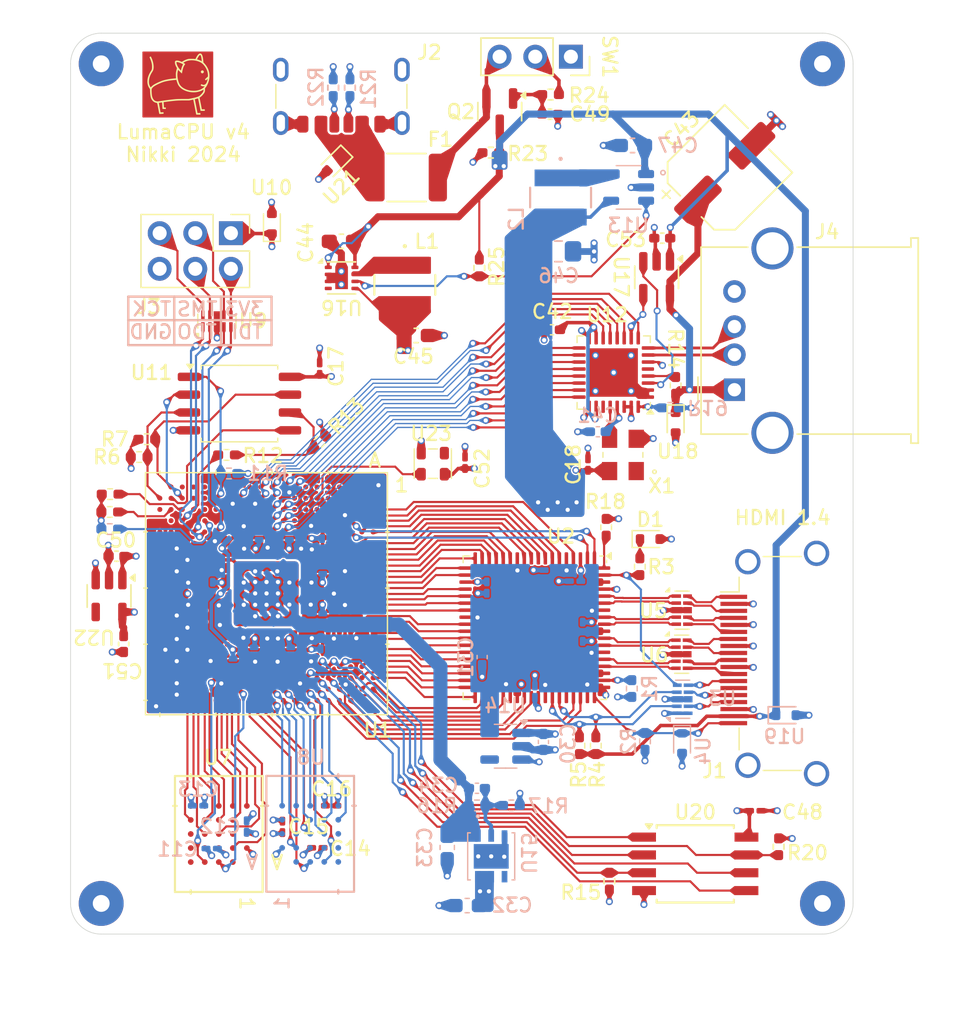
<source format=kicad_pcb>
(kicad_pcb (version 20240108) (generator "pcbnew") (generator_version "8.0")
  (layers (0 "F.Cu" signal "TopLayer") (1 "In1.Cu" signal "Inner1") (2 "In2.Cu" signal "Inner2") (31 "B.Cu" signal "BottomLayer") (34 "B.Paste" user "BottomPasteMaskLayer") (35 "F.Paste" user "TopPasteMaskLayer") (36 "B.SilkS" user "BottomSilkLayer") (37 "F.SilkS" user "TopSilkLayer") (38 "B.Mask" user "BottomSolderMaskLayer") (39 "F.Mask" user "TopSolderMaskLayer") (44 "Edge.Cuts" user "BoardOutLine"))
  (net 0 "")
  (net 152 "GND")
  (net 153 "ESD_TX1+")
  (net 154 "ESD_TX0+")
  (net 155 "ESD_TX1-")
  (net 156 "+5V")
  (net 157 "ESD_TXC+")
  (net 158 "ESD_TX2-")
  (net 159 "ESD_TX2+")
  (net 160 "ESD_TX0-")
  (net 161 "ESD_TXC-")
  (net 162 "TX0+")
  (net 163 "+1V2")
  (net 164 "TX2+")
  (net 165 "TX1+")
  (net 166 "TX2-")
  (net 167 "TX0-")
  (net 168 "TXC+")
  (net 169 "TXC-")
  (net 170 "TX1-")
  (net 171 "+3V3")
  (net 172 "+1V8")
  (net 173 "+1V1")
  (net 174 "+2V5")
  (net 175 "TCK")
  (net 176 "TDO")
  (net 177 "TMS")
  (net 178 "TDI")
  (net 179 "RAM_DQ6")
  (net 180 "RAM_DQ7")
  (net 181 "RAM_DQ8")
  (net 182 "RAM_DQ5")
  (net 183 "RAM_DQ2")
  (net 184 "RAM_DQ4")
  (net 185 "RAM_DQ3")
  (net 186 "RAM_DQ1")
  (net 187 "RAM_DQ9")
  (net 188 "RAM_DQ16")
  (net 189 "RAM_DQ15")
  (net 190 "RAM_DQ12")
  (net 191 "RAM_DQ13")
  (net 192 "RAM_DQ10")
  (net 193 "RAM_DQ11")
  (net 194 "RAM_DQ14")
  (net 195 "Net-(J3-Pin_4)")
  (net 196 "Net-(J3-Pin_3)")
  (net 197 "Net-(J3-Pin_5)")
  (net 198 "FPGA_D2")
  (net 199 "FPGA_D3")
  (net 200 "Net-(U1B-INITN)")
  (net 201 "Net-(U1B-CFG_1)")
  (net 202 "Net-(U1B-PROGRAMN)")
  (net 203 "FPGA_CSSPIN")
  (net 204 "FPGA_CCLK")
  (net 205 "Net-(U1B-CCLK)")
  (net 206 "FPGA_MOSI")
  (net 207 "FPGA_MISO")
  (net 208 "Net-(J3-Pin_2)")
  (net 209 "HDMI_INT")
  (net 210 "HDMI_PCLK")
  (net 211 "HDMI_SD2")
  (net 212 "HDMI_D9")
  (net 213 "HDMI_D12")
  (net 214 "HDMI_D5")
  (net 215 "HDMI_D1")
  (net 216 "HDMI_D14")
  (net 217 "HDMI_VSYNC")
  (net 218 "HDMI_D18")
  (net 219 "HDMI_D4")
  (net 220 "HDMI_DE")
  (net 221 "HDMI_HSYNC")
  (net 222 "HDMI_D11")
  (net 223 "HDMI_D22")
  (net 224 "HDMI_D10")
  (net 225 "HDMI_D3")
  (net 226 "HDMI_D13")
  (net 227 "HDMI_D16")
  (net 228 "HDMI_D15")
  (net 229 "HDMI_D7")
  (net 230 "HDMI_D20")
  (net 231 "HDMI_D21")
  (net 232 "HDMI_SD1")
  (net 233 "HDMI_D19")
  (net 234 "HDMI_D2")
  (net 235 "HDMI_D0")
  (net 236 "HDMI_MCLK")
  (net 237 "HDMI_D6")
  (net 238 "HDMI_SPDIF")
  (net 239 "HDMI_D23")
  (net 240 "HDMI_SCK")
  (net 241 "HDMI_D17")
  (net 242 "HDMI_SD3")
  (net 243 "HDMI_RESET#")
  (net 244 "HDMI_D8")
  (net 245 "HDMI_SD0")
  (net 246 "HDMI_CSCL")
  (net 247 "HDMI_CSDA")
  (net 248 "HDMI_WS")
  (net 249 "USB_PORT0-")
  (net 250 "USB_PORT0+")
  (net 251 "USB_CLK")
  (net 252 "VBUS_INT")
  (net 253 "USB_DATA0")
  (net 254 "USB_NXT")
  (net 255 "USB_CLKOUT")
  (net 256 "USB_STP")
  (net 257 "USB_DATA3")
  (net 258 "USB_DATA7")
  (net 259 "USB_DATA6")
  (net 260 "USB_DATA4")
  (net 261 "USB_DATA2")
  (net 262 "USB_DIR")
  (net 263 "USB_RESET")
  (net 264 "USB_DATA1")
  (net 265 "USB_DATA5")
  (net 266 "FLASH_D2")
  (net 267 "FLASH_D3")
  (net 268 "FLASH_D0")
  (net 269 "FLASH_nCS")
  (net 270 "FLASH_CLK")
  (net 274 "Net-(D1-K)")
  (net 275 "Net-(J1-SDA)")
  (net 277 "Net-(J1-HPD{slash}HEAC-)")
  (net 278 "Net-(J1-CEC)")
  (net 279 "Net-(J1-SCL)")
  (net 280 "Net-(U2B-EXT_SWING)")
  (net 281 "Net-(U2B-CEC_A)")
  (net 282 "Net-(U2B-DSCL)")
  (net 283 "Net-(U2B-DSDA)")
  (net 295 "Net-(U15-ADJ{slash}SENSE)")
  (net 298 "Net-(U2B-CI2CA)")
  (net 299 "Net-(U12-VDDA1.8)")
  (net 300 "Net-(C42-Pad1)")
  (net 301 "Net-(U12-RBIAS)")
  (net 302 "Net-(U12-VBUS)")
  (net 303 "USB_VBUS_EN")
  (net 304 "USB_OVERCURRENT")
  (net 305 "Net-(U13-LX)")
  (net 306 "FLASH_D1")
  (net 307 "Net-(U21-I{slash}O)")
  (net 308 "Net-(J2-CC2)")
  (net 309 "Net-(J2-CC1)")
  (net 310 "Net-(Q2-G)")
  (net 311 "VBUS")
  (net 312 "Net-(SW1-B)")
  (net 314 "Net-(U16-SW)")
  (net 315 "Net-(U13-EN)")
  (net 317 "RAM1_RESET#")
  (net 318 "RAM1_RWDS")
  (net 319 "RAM1_CS#")
  (net 320 "RAM1_CK")
  (net 321 "RAM2_CK")
  (net 322 "RAM2_CS#")
  (net 323 "RAM2_RESET#")
  (net 324 "RAM2_RWDS")
  (net 325 "SYS_CLK")
  (footprint "Connector_USB:USB_C_Receptacle_GCT_USB4125-xx-x_6P_TopMnt_Horizontal" (layer "F.Cu") (at 100.5332 65.151 180)
    (property "Reference" "J2")
    (property "Value" "USB_C_Receptacle_PowerOnly_6P")
  )
  (footprint "Capacitor_SMD:C_0201_0603Metric_Pad0.64x0.40mm_HandSolder" (layer "F.Cu") (at 96.3307 118.2951 -90)
    (property "Reference" "C15")
    (property "Value" "220nF" (hide yes))
  )
  (footprint "Capacitor_SMD:C_0201_0603Metric_Pad0.64x0.40mm_HandSolder" (layer "F.Cu") (at 130.0313 117.1448)
    (property "Reference" "C48")
    (property "Value" "220nF")
  )
  (footprint "Package_TO_SOT_SMD:SOT-23-5" (layer "F.Cu") (at 123.002001 79.1409 -90)
    (property "Reference" "U17")
    (property "Value" "MIC2005A-1YM5" (hide yes))
  )
  (footprint "Resistor_SMD:R_0402_1005Metric_Pad0.72x0.64mm_HandSolder" (layer "F.Cu") (at 86.1181 91.948)
    (property "Reference" "R6")
    (property "Value" "4k7" (hide yes))
  )
  (footprint "Capacitor_SMD:C_0201_0603Metric_Pad0.64x0.40mm_HandSolder" (layer "F.Cu") (at 99.803199 116.789199)
    (property "Reference" "C16")
    (property "Value" "220nF" (hide yes))
  )
  (footprint "Capacitor_SMD:C_0402_1005Metric_Pad0.74x0.62mm_HandSolder" (layer "F.Cu") (at 123.4019 76.3524 180)
    (property "Reference" "C53")
    (property "Value" "4.7uF")
  )
  (footprint "Resistor_SMD:R_0402_1005Metric_Pad0.72x0.64mm_HandSolder" (layer "F.Cu") (at 119.634 122.1619 90)
    (property "Reference" "R15")
    (property "Value" "4k7")
  )
  (footprint "MountingHole:MountingHole_1.2mm_M1_Pad" (layer "F.Cu") (at 83.4136 63.881)
    (property "Reference" "H1" (hide yes))
    (property "Value" "MountingHole_Pad" (hide yes))
  )
  (footprint "Package_BGA:PG-BGA-24-801" (layer "F.Cu") (at 91.7956 118.8024 180)
    (property "Reference" "U7")
    (property "Value" "S80KS5123GABHV020")
  )
  (footprint "Resistor_SMD:R_0402_1005Metric_Pad0.72x0.64mm_HandSolder" (layer "F.Cu") (at 86.6648 90.678)
    (property "Reference" "R7")
    (property "Value" "4k7" (hide yes))
  )
  (footprint "Package_TO_SOT_SMD:SOT-23-5" (layer "F.Cu") (at 83.9724 101.8485 -90)
    (property "Reference" "U22")
    (property "Value" "TLV73325PDBV")
  )
  (footprint "Inductor_SMD:IND_TAIYO_NRS4018_TAY" (layer "F.Cu") (at 105.0544 79.6798 -90)
    (property "Reference" "L1")
    (property "Value" "2.2uH")
  )
  (footprint "Resistor_SMD:R_0402_1005Metric_Pad0.72x0.64mm_HandSolder" (layer "F.Cu") (at 117.5004 112.5099 90)
    (property "Reference" "R5")
    (property "Value" "2k2" (hide yes))
  )
  (footprint "Package_DFN_QFN:Diodes_UDFN-10_1.0x2.5mm_P0.5mm" (layer "F.Cu") (at 124.8156 102.854)
    (property "Reference" "U5")
    (property "Value" "ESD224DQA" (hide yes))
  )
  (footprint "Resistor_SMD:R_0402_1005Metric_Pad0.72x0.64mm_HandSolder" (layer "F.Cu") (at 121.8072 99.7591 -90)
    (property "Reference" "R3")
    (property "Value" "51k")
  )
  (footprint "Resistor_SMD:R_0402_1005Metric_Pad0.72x0.64mm_HandSolder" (layer "F.Cu") (at 119.4054 96.9518 -90)
    (property "Reference" "R18")
    (property "Value" "4k7" (hide yes))
  )
  (footprint "Package_BGA:CABGA381_LAT" (layer "F.Cu") (at 95.1928 101.681599 -90)
    (property "Reference" "U1")
    (property "Value" "LFE5U-xxF-xBG381I")
  )
  (footprint "Capacitor_SMD:C_0402_1005Metric_Pad0.74x0.62mm_HandSolder" (layer "F.Cu") (at 84.5058 99.0092 180)
    (property "Reference" "C50")
    (property "Value" "1uF")
  )
  (footprint "Oscillator:ECS-2333_ECS" (layer "F.Cu") (at 120.5992 91.7956 180)
    (property "Reference" "X1")
    (property "Value" "ECS-2333-240-BN" (hide yes))
  )
  (footprint "Resistor_SMD:R_0402_1005Metric_Pad0.72x0.64mm_HandSolder" (layer "F.Cu") (at 131.699 119.7102 -90)
    (property "Reference" "R20")
    (property "Value" "4k7")
  )
  (footprint "MountingHole:MountingHole_1.2mm_M1_Pad" (layer "F.Cu") (at 134.8232 63.8818)
    (property "Reference" "H2" (hide yes))
    (property "Value" "MountingHole_Pad" (hide yes))
  )
  (footprint "Resistor_SMD:R_0402_1005Metric_Pad0.72x0.64mm_HandSolder" (layer "F.Cu") (at 111.186201 70.2622 180)
    (property "Reference" "R23")
    (property "Value" "4k7" (hide yes))
  )
  (footprint "Diode_SMD:D_SOD-523" (layer "F.Cu") (at 122.5184 97.79)
    (property "Reference" "D1")
    (property "Value" "Schottky")
  )
  (footprint "Resistor_SMD:R_0402_1005Metric_Pad0.72x0.64mm_HandSolder" (layer "F.Cu") (at 84.0498 94.5896)
    (property "Reference" "R8" (hide yes))
    (property "Value" "4k7" (hide yes))
  )
  (footprint "Connector_USB:USB_A_Molex_67643_Horizontal" (layer "F.Cu") (at 128.5494 87.151601 90)
    (property "Reference" "J4")
    (property "Value" "USB_A")
  )
  (footprint "Diode_SMD:D_SOD-523" (layer "F.Cu") (at 124.3584 89.4984 -90)
    (property "Reference" "U18")
    (property "Value" "TPD1E05U06DYA" (hide yes))
  )
  (footprint "Package_SO:SOIC-8W_5.3x5.3mm_P1.27mm" (layer "F.Cu") (at 125.7554 120.9294)
    (property "Reference" "U20")
    (property "Value" "W25Q128JW")
  )
  (footprint "Resistor_SMD:R_0402_1005Metric_Pad0.72x0.64mm_HandSolder" (layer "F.Cu") (at 118.6688 112.5099 90)
    (property "Reference" "R4")
    (property "Value" "2k2" (hide yes))
  )
  (footprint "LOGO" (layer "F.Cu") (at 88.7496 65.005)
    (property "Reference" "G***" (hide yes))
    (property "Value" "LOGO" (hide yes))
  )
  (footprint "Capacitor_SMD:C_0201_0603Metric_Pad0.64x0.40mm_HandSolder" (layer "F.Cu") (at 98.9838 85.6488 90)
    (property "Reference" "C17")
    (property "Value" "220nF")
  )
  (footprint "Resistor_SMD:R_0402_1005Metric_Pad0.72x0.64mm_HandSolder" (layer "F.Cu") (at 92.3475 91.7956 180)
    (property "Reference" "R12")
    (property "Value" "56" (hide yes))
  )
  (footprint "Capacitor_SMD:C_0201_0603Metric_Pad0.64x0.40mm_HandSolder" (layer "F.Cu") (at 98.8199 119.786399 180)
    (property "Reference" "C14")
    (property "Value" "220nF" (hide yes))
  )
  (footprint "Package_DFN_QFN:QFN-72-1EP_10x10mm_P0.5mm_EP6x6mm" (layer "F.Cu") (at 114.321 104.1064 -90)
    (property "Reference" "U2")
    (property "Value" "SII902xA")
  )
  (footprint "Resistor_SMD:R_0402_1005Metric_Pad0.72x0.64mm_HandSolder" (layer "F.Cu") (at 84.0232 95.8596)
    (property "Reference" "R10" (hide yes))
    (property "Value" "4k7" (hide yes))
  )
  (footprint "Capacitor_SMD:CP_Elec_6.3x5.8" (layer "F.Cu") (at 127.854846 71.678613 45)
    (property "Reference" "C43")
    (property "Value" "120uF")
  )
  (footprint "Capacitor_SMD:C_0201_0603Metric_Pad0.64x0.40mm_HandSolder" (layer "F.Cu") (at 118.11 92.4814 90)
    (property "Reference" "C18")
    (property "Value" "220nF")
  )
  (footprint "Package_TO_SOT_SMD:SOT-23" (layer "F.Cu") (at 111.821201 67.3412 -90)
    (property "Reference" "Q2")
    (property "Value" "DMG2301L" (hide yes))
  )
  (footprint "Package_DFN_QFN:Diodes_UDFN-10_1.0x2.5mm_P0.5mm" (layer "F.Cu") (at 91.6592 82.2641 90)
    (property "Reference" "U9")
    (property "Value" "ESD224DQA" (hide yes))
  )
  (footprint "Connector_Video:HDMI_A_Amphenol_10029449-x01xLF_Horizontal" (layer "F.Cu") (at 133.5024 106.656 90)
    (property "Reference" "J1")
    (property "Value" "HDMI_A_1.4")
  )
  (footprint "Package_SON:VSON-4_2.5x2mm_P1.5mm" (layer "F.Cu") (at 107.8738 91.6686 -90)
    (property "Reference" "U23")
    (property "Value" "LMK6CE02500DDLFR")
  )
  (footprint "Connector_PinSocket_2.54mm:PinSocket_1x03_P2.54mm_Vertical" (layer "F.Cu") (at 116.8908 63.4238 -90)
    (property "Reference" "SW1")
    (property "Value" "SW_SPDT")
  )
  (footprint "Resistor_SMD:R_0402_1005Metric_Pad0.72x0.64mm_HandSolder" (layer "F.Cu") (at 115.441301 66.122)
    (property "Reference" "R24")
    (property "Value" "4k7" (hide yes))
  )
  (footprint "Capacitor_SMD:C_0402_1005Metric_Pad0.74x0.62mm_HandSolder" (layer "F.Cu") (at 85.0138 105.2663 -90)
    (property "Reference" "C51")
    (property "Value" "1uF")
  )
  (footprint "Package_DFN_QFN:QFN-32-1EP_5x5mm_P0.5mm_EP3.45x3.45mm" (layer "F.Cu") (at 119.9414 85.9273 180)
    (property "Reference" "U12")
    (property "Value" "USB3300-EZK" (hide yes))
  )
  (footprint "Package_SO:SOIC-8_5.23x5.23mm_P1.27mm" (layer "F.Cu") (at 93.2688 88.138)
    (property "Reference" "U11")
    (property "Value" "W25Q128JVS")
  )
  (footprint "Resistor_SMD:R_0402_1005Metric_Pad0.72x0.64mm_HandSolder" (layer "F.Cu") (at 98.974496 90.865104 -135)
    (property "Reference" "R13")
    (property "Value" "1k" (hide yes))
  )
  (footprint "Connector_PinHeader_2.54mm:PinHeader_2x03_P2.54mm_Vertical" (layer "F.Cu") (at 92.6592 75.9968 -90)
    (property "Reference" "J3")
    (property "Value" "Conn_02x03_Odd_Even" (hide yes))
  )
  (footprint "Capacitor_SMD:C_0603_1608Metric_Pad1.08x0.95mm_HandSolder" (layer "F.Cu") (at 100.5332 76.581 180)
    (property "Reference" "C44")
    (property "Value" "10uF")
  )
  (footprint "Resistor_SMD:R_0402_1005Metric_Pad0.72x0.64mm_HandSolder" (layer "F.Cu") (at 110.363 78.4727 -90)
    (property "Reference" "R25")
    (property "Value" "39k 0.5%")
  )
  (footprint "Fuse:Fuse_1812_4532Metric_Pad1.30x3.40mm_HandSolder" (layer "F.Cu") (at 105.1814 72.0344)
    (property "Reference" "F1")
    (property "Value" "MF-MSMF150/24X-2" (hide yes))
  )
  (footprint "Capacitor_SMD:C_0402_1005Metric_Pad0.74x0.62mm_HandSolder" (layer "F.Cu") (at 115.5446 82.8802 180)
    (property "Reference" "C42")
    (property "Value" "4.7uF" (hide yes))
  )
  (footprint "Capacitor_SMD:C_0603_1608Metric_Pad1.08x0.95mm_HandSolder" (layer "F.Cu") (at 105.8661 83.2866)
    (property "Reference" "C45")
    (property "Value" "10uF")
  )
  (footprint "Resistor_SMD:R_0402_1005Metric_Pad0.72x0.64mm_HandSolder" (layer "F.Cu") (at 124.3584 86.8426 -90)
    (property "Reference" "R14")
    (property "Value" "820" (hide yes))
  )
  (footprint "Capacitor_SMD:C_0402_1005Metric_Pad0.74x0.62mm_HandSolder" (layer "F.Cu") (at 115.402601 67.519)
    (property "Reference" "C49")
    (property "Value" "470nF" (hide yes))
  )
  (footprint "Diode_SMD:D_SOD-523" (layer "F.Cu") (at 95.5802 75.3222 90)
    (property "Reference" "U10")
    (property "Value" "TPD1E05U06DYA" (hide yes))
  )
  (footprint "MountingHole:MountingHole_1.2mm_M1_Pad" (layer "F.Cu") (at 134.8232 123.698)
    (property "Reference" "H3" (hide yes))
    (property "Value" "MountingHole_Pad" (hide yes))
  )
  (footprint "MountingHole:MountingHole_1.2mm_M1_Pad" (layer "F.Cu") (at 83.4136 123.6988)
    (property "Reference" "H4" (hide yes))
    (property "Value" "MountingHole_Pad" (hide yes))
  )
  (footprint "Package_SON:WSON-8-1EP_2x2mm_P0.5mm_EP0.9x1.6mm" (layer "F.Cu") (at 100.5484 79.185201)
    (property "Reference" "U16")
    (property "Value" "TPS6208x" (hide yes))
  )
  (footprint "Capacitor_SMD:C_0201_0603Metric_Pad0.64x0.40mm_HandSolder" (layer "F.Cu") (at 109.347 92.3537 90)
    (property "Reference" "C52")
    (property "Value" "220nF")
  )
  (footprint "Diode_SMD:D_SOD-523" (layer "F.Cu") (at 100.0252 71.0438 -135)
    (property "Reference" "U21")
    (property "Value" "TPD1E05U06DYA" (hide yes))
  )
  (footprint "Package_DFN_QFN:Diodes_UDFN-10_1.0x2.5mm_P0.5mm" (layer "F.Cu") (at 124.7902 105.9942)
    (property "Reference" "U6")
    (property "Value" "ESD224DQA")
  )
  (footprint "Capacitor_SMD:C_0201_0603Metric_Pad0.64x0.40mm_HandSolder" (layer "B.Cu") (at 96.190824 99.238824 135)
    (property "Reference" "C3" (hide yes))
    (property "Value" "220nF" (hide yes))
  )
  (footprint "Capacitor_SMD:C_0201_0603Metric_Pad0.64x0.40mm_HandSolder" (layer "B.Cu") (at 99.1616 98.171 -90)
    (property "Reference" "C29" (hide yes))
    (property "Value" "220nF" (hide yes))
  )
  (footprint "Capacitor_SMD:C_0201_0603Metric_Pad0.64x0.40mm_HandSolder" (layer "B.Cu") (at 97.2319 97.8408)
    (property "Reference" "C23" (hide yes))
    (property "Value" "220nF" (hide yes))
  )
  (footprint "Diode_SMD:D_SOD-523" (layer "B.Cu") (at 132.2212 110.3376)
    (property "Reference" "U19")
    (property "Value" "TPD1E05U06DYA" (hide yes))
  )
  (footprint "Resistor_SMD:R_0402_1005Metric_Pad0.72x0.64mm_HandSolder" (layer "B.Cu") (at 101.1428 65.6336 90)
    (property "Reference" "R21")
    (property "Value" "5.1k")
  )
  (footprint "Capacitor_SMD:C_0201_0603Metric_Pad0.64x0.40mm_HandSolder" (layer "B.Cu") (at 117.729 103.3018 -90)
    (property "Reference" "C35" (hide yes))
    (property "Value" "220nF" (hide yes))
  )
  (footprint "Capacitor_SMD:C_0201_0603Metric_Pad0.64x0.40mm_HandSolder" (layer "B.Cu") (at 117.729 105.4851 90)
    (property "Reference" "C36" (hide yes))
    (property "Value" "220nF" (hide yes))
  )
  (footprint "Capacitor_SMD:C_0201_0603Metric_Pad0.64x0.40mm_HandSolder" (layer "B.Cu") (at 115.3933 99.9998 180)
    (property "Reference" "C37" (hide yes))
    (property "Value" "220nF" (hide yes))
  )
  (footprint "Capacitor_SMD:C_0201_0603Metric_Pad0.64x0.40mm_HandSolder" (layer "B.Cu") (at 95.3262 103.4288 135)
    (property "Reference" "C7" (hide yes))
    (property "Value" "220nF" (hide yes))
  )
  (footprint "Package_TO_SOT_SMD:SOT95P280X145-5N" (layer "B.Cu") (at 121.006 72.735401 180)
    (property "Reference" "U13")
    (property "Value" "SC189LSKTRT" (hide yes))
  )
  (footprint "Capacitor_SMD:C_0201_0603Metric_Pad0.64x0.40mm_HandSolder" (layer "B.Cu") (at 98.7987 103.0986 180)
    (property "Reference" "C21" (hide yes))
    (property "Value" "220nF" (hide yes))
  )
  (footprint "Diode_SMD:D_SOD-523" (layer "B.Cu") (at 124.8156 112.33 -90)
    (property "Reference" "U4")
    (property "Value" "TPD1E05U06DYA" (hide yes))
  )
  (footprint "Capacitor_SMD:C_0201_0603Metric_Pad0.64x0.40mm_HandSolder" (layer "B.Cu") (at 92.726654 97.570146 45)
    (property "Reference" "C26" (hide yes))
    (property "Value" "220nF" (hide yes))
  )
  (footprint "Capacitor_SMD:C_0603_1608Metric_Pad1.08x0.95mm_HandSolder" (layer "B.Cu") (at 108.077 119.761 -90)
    (property "Reference" "C33")
    (property "Value" "10uF" (hide yes))
  )
  (footprint "Capacitor_SMD:C_0603_1608Metric_Pad1.08x0.95mm_HandSolder" (layer "B.Cu") (at 121.285 69.7484 180)
    (property "Reference" "C47")
    (property "Value" "10uF")
  )
  (footprint "Capacitor_SMD:C_0201_0603Metric_Pad0.64x0.40mm_HandSolder" (layer "B.Cu") (at 93.7768 118.2693 -90)
    (property "Reference" "C12")
    (property "Value" "220nF" (hide yes))
  )
  (footprint "Capacitor_SMD:C_0201_0603Metric_Pad0.64x0.40mm_HandSolder" (layer "B.Cu") (at 93.6498 100.1522 -45)
    (property "Reference" "C1" (hide yes))
    (property "Value" "220nF" (hide yes))
  )
  (footprint "Capacitor_SMD:C_0201_0603Metric_Pad0.64x0.40mm_HandSolder" (layer "B.Cu") (at 98.7987 100.2538 180)
    (property "Reference" "C22" (hide yes))
    (property "Value" "220nF" (hide yes))
  )
  (footprint "Capacitor_SMD:C_0201_0603Metric_Pad0.64x0.40mm_HandSolder" (layer "B.Cu") (at 94.7159 105.5116)
    (property "Reference" "C19" (hide yes))
    (property "Value" "220nF" (hide yes))
  )
  (footprint "Capacitor_SMD:C_0201_0603Metric_Pad0.64x0.40mm_HandSolder" (layer "B.Cu") (at 96.5207 105.5116 180)
    (property "Reference" "C20" (hide yes))
    (property "Value" "220nF" (hide yes))
  )
  (footprint "Capacitor_SMD:C_0201_0603Metric_Pad0.64x0.40mm_HandSolder" (layer "B.Cu") (at 95.0214 99.9998 -45)
    (property "Reference" "C2" (hide yes))
    (property "Value" "220nF" (hide yes))
  )
  (footprint "Resistor_SMD:R_0402_1005Metric_Pad0.72x0.64mm_HandSolder" (layer "B.Cu") (at 92.5189 93.1164 180)
    (property "Reference" "R11")
    (property "Value" "4k7" (hide yes))
  )
  (footprint "Resistor_SMD:R_0402_1005Metric_Pad0.72x0.64mm_HandSolder" (layer "B.Cu") (at 122.174 112.2051 -90)
    (property "Reference" "R2")
    (property "Value" "10k" (hide yes))
  )
  (footprint "Package_BGA:PG-BGA-24-801" (layer "B.Cu") (at 98.3119 118.7892)
    (property "Reference" "U8")
    (property "Value" "S80KS5123GABHV020")
  )
  (footprint "Resistor_SMD:R_0402_1005Metric_Pad0.72x0.64mm_HandSolder" (layer "B.Cu") (at 123.9895 88.4428 180)
    (property "Reference" "R19")
    (property "Value" "12k 1%" (hide yes))
  )
  (footprint "Package_DFN_QFN:Diodes_UDFN-10_1.0x2.5mm_P0.5mm" (layer "B.Cu") (at 124.860799 109.2026)
    (property "Reference" "U3")
    (property "Value" "ESD224DQA" (hide yes))
  )
  (footprint "Resistor_SMD:R_0402_1005Metric_Pad0.72x0.64mm_HandSolder" (layer "B.Cu") (at 121.235001 108.439399 -90)
    (property "Reference" "R1")
    (property "Value" "4k3" (hide yes))
  )
  (footprint "Capacitor_SMD:C_0603_1608Metric_Pad1.08x0.95mm_HandSolder" (layer "B.Cu") (at 109.4994 123.9012 180)
    (property "Reference" "C32")
    (property "Value" "10uF" (hide yes))
  )
  (footprint "Capacitor_SMD:C_0201_0603Metric_Pad0.64x0.40mm_HandSolder" (layer "B.Cu") (at 90.3155 116.7892 180)
    (property "Reference" "C13")
    (property "Value" "220nF" (hide yes))
  )
  (footprint "Inductor_SMD:IND_TAIYO_NRS4018_TAY" (layer "B.Cu") (at 116.1581 73.4568 -90)
    (property "Reference" "L2")
    (property "Value" "2.2uH")
  )
  (footprint "Capacitor_SMD:C_0201_0603Metric_Pad0.64x0.40mm_HandSolder" (layer "B.Cu") (at 99.06 105.2061 90)
    (property "Reference" "C28" (hide yes))
    (property "Value" "220nF" (hide yes))
  )
  (footprint "Capacitor_SMD:C_0201_0603Metric_Pad0.64x0.40mm_HandSolder" (layer "B.Cu") (at 96.775024 103.252024 135)
    (property "Reference" "C6" (hide yes))
    (property "Value" "220nF" (hide yes))
  )
  (footprint "Package_DFN_QFN:DFN6_3P1X3P1X0P95_STM" (layer "B.Cu") (at 111.211401 120.396 -90)
    (property "Reference" "U15")
    (property "Value" "LD39200PUR" (hide yes))
  )
  (footprint "Capacitor_SMD:C_0201_0603Metric_Pad0.64x0.40mm_HandSolder" (layer "B.Cu") (at 94.2587 97.8408 180)
    (property "Reference" "C24" (hide yes))
    (property "Value" "220nF" (hide yes))
  )
  (footprint "Capacitor_SMD:C_0201_0603Metric_Pad0.64x0.40mm_HandSolder" (layer "B.Cu") (at 93.496376 104.039424 -135)
    (property "Reference" "C8" (hide yes))
    (property "Value" "220nF" (hide yes))
  )
  (footprint "Capacitor_SMD:C_0201_0603Metric_Pad0.64x0.40mm_HandSolder" (layer "B.Cu") (at 97.435424 100.737424 -45)
    (property "Reference" "C4" (hide yes))
    (property "Value" "220nF" (hide yes))
  )
  (footprint "Capacitor_SMD:C_0201_0603Metric_Pad0.64x0.40mm_HandSolder" (layer "B.Cu") (at 114.3254 108.6623 90)
    (property "Reference" "C40" (hide yes))
    (property "Value" "220nF" (hide yes))
  )
  (footprint "Capacitor_SMD:C_0201_0603Metric_Pad0.64x0.40mm_HandSolder" (layer "B.Cu") (at 117.1949 100.7872 180)
    (property "Reference" "C38" (hide yes))
    (property "Value" "220nF" (hide yes))
  )
  (footprint "Package_TO_SOT_SMD:SOT-23-5" (layer "B.Cu") (at 112.2371 112.548899 180)
    (property "Reference" "U14")
    (property "Value" "TLV73312PDBV" (hide yes))
  )
  (footprint "Resistor_SMD:R_0402_1005Metric_Pad0.72x0.64mm_HandSolder" (layer "B.Cu") (at 110.1985 116.7638)
    (property "Reference" "R16")
    (property "Value" "47k 0.5%" (hide yes))
  )
  (footprint "Resistor_SMD:R_0402_1005Metric_Pad0.72x0.64mm_HandSolder" (layer "B.Cu") (at 84.0232 97.0788)
    (property "Reference" "R9" (hide yes))
    (property "Value" "4k7" (hide yes))
  )
  (footprint "Capacitor_SMD:C_0201_0603Metric_Pad0.64x0.40mm_HandSolder" (layer "B.Cu") (at 92.4045 106.3244 180)
    (property "Reference" "C27" (hide yes))
    (property "Value" "220nF" (hide yes))
  )
  (footprint "Capacitor_SMD:C_0201_0603Metric_Pad0.64x0.40mm_HandSolder" (layer "B.Cu") (at 110.8964 101.2437 -90)
    (property "Reference" "C39" (hide yes))
    (property "Value" "220nF" (hide yes))
  )
  (footprint "Capacitor_SMD:C_0402_1005Metric_Pad0.74x0.62mm_HandSolder" (layer "B.Cu") (at 110.1939 115.5446)
    (property "Reference" "C34")
    (property "Value" "470nF")
  )
  (footprint "Capacitor_SMD:C_0201_0603Metric_Pad0.64x0.40mm_HandSolder" (layer "B.Cu") (at 91.3638 100.4577 90)
    (property "Reference" "C25" (hide yes))
    (property "Value" "220nF" (hide yes))
  )
  (footprint "Capacitor_SMD:C_0402_1005Metric_Pad0.74x0.62mm_HandSolder" (layer "B.Cu") (at 114.935 112.2426 -90)
    (property "Reference" "C30")
    (property "Value" "1uF")
  )
  (footprint "Capacitor_SMD:C_0201_0603Metric_Pad0.64x0.40mm_HandSolder" (layer "B.Cu") (at 91.2876 119.8372)
    (property "Reference" "C11")
    (property "Value" "220nF" (hide yes))
  )
  (footprint "Capacitor_SMD:C_0805_2012Metric_Pad1.18x1.45mm_HandSolder" (layer "B.Cu") (at 116.0057 77.2922)
    (property "Reference" "C46")
    (property "Value" "10uF GRM21BR61C106KE15K" (hide yes))
  )
  (footprint "Capacitor_SMD:C_0201_0603Metric_Pad0.64x0.40mm_HandSolder" (layer "B.Cu") (at 92.812624 102.718624 135)
    (property "Reference" "C9" (hide yes))
    (property "Value" "220nF" (hide yes))
  )
  (footprint "Capacitor_SMD:C_0402_1005Metric_Pad0.74x0.62mm_HandSolder" (layer "B.Cu") (at 110.5662 106.1974 -90)
    (property "Reference" "C31")
    (property "Value" "1uF" (hide yes))
  )
  (footprint "Capacitor_SMD:C_0402_1005Metric_Pad0.74x0.62mm_HandSolder" (layer "B.Cu") (at 118.8125 90.1446 180)
    (property "Reference" "C41")
    (property "Value" "4.7uF" (hide yes))
  )
  (footprint "Resistor_SMD:R_0402_1005Metric_Pad0.72x0.64mm_HandSolder" (layer "B.Cu") (at 112.649 116.7638)
    (property "Reference" "R17")
    (property "Value" "39k 0.5%" (hide yes))
  )
  (footprint "Capacitor_SMD:C_0201_0603Metric_Pad0.64x0.40mm_HandSolder" (layer "B.Cu") (at 97.392346 101.913546 -45)
    (property "Reference" "C5" (hide yes))
    (property "Value" "220nF" (hide yes))
  )
  (footprint "Resistor_SMD:R_0402_1005Metric_Pad0.72x0.64mm_HandSolder" (layer "B.Cu") (at 99.949 65.6336 90)
    (property "Reference" "R22")
    (property "Value" "5.1k")
  )
  (footprint "Capacitor_SMD:C_0201_0603Metric_Pad0.64x0.40mm_HandSolder" (layer "B.Cu") (at 93.473024 101.575624 -45)
    (property "Reference" "C10" (hide yes))
    (property "Value" "220nF" (hide yes))
  )
  (gr_line (start 91.948 80.518) (end 91.948 83.9724) (stroke (width 0.166)) (layer "B.SilkS"))
  (gr_line (start 91.948 80.518) (end 95.5548 80.518) (stroke (width 0.166)) (layer "B.SilkS"))
  (gr_line (start 95.5548 83.9724) (end 91.948 83.9724) (stroke (width 0.166)) (layer "B.SilkS"))
  (gr_line (start 88.6206 80.518) (end 88.6206 83.9724) (stroke (width 0.166)) (layer "B.SilkS"))
  (gr_line (start 91.948 83.9724) (end 85.344 83.9724) (stroke (width 0.166)) (layer "B.SilkS"))
  (gr_line (start 95.5548 80.518) (end 95.5548 83.9724) (stroke (width 0.166)) (layer "B.SilkS"))
  (gr_line (start 85.344 80.518) (end 91.948 80.518) (stroke (width 0.166)) (layer "B.SilkS"))
  (gr_line (start 85.344 82.1944) (end 95.5548 82.1944) (stroke (width 0.166)) (layer "B.SilkS"))
  (gr_line (start 85.344 83.9724) (end 85.344 80.518) (stroke (width 0.166)) (layer "B.SilkS"))
  (gr_arc (start 81.2292 63.9318) (mid 81.868996 62.387196) (end 83.4136 61.7474) (stroke (width 0.05)) (layer "Edge.Cuts"))
  (gr_line (start 137.0076 63.9318) (end 137.0076 96.5708) (stroke (width 0.05)) (layer "Edge.Cuts"))
  (gr_line (start 134.8232 125.9332) (end 83.4136 125.9332) (stroke (width 0.05)) (layer "Edge.Cuts"))
  (gr_line (start 81.2292 63.9318) (end 81.22979 123.799586) (stroke (width 0.05)) (layer "Edge.Cuts"))
  (gr_line (start 137.0076 111.5568) (end 137.0076 96.5708) (stroke (width 0.05)) (layer "Edge.Cuts"))
  (gr_line (start 134.8232 61.7474) (end 83.4136 61.7474) (stroke (width 0.05)) (layer "Edge.Cuts"))
  (gr_arc (start 134.8232 61.7474) (mid 136.367804 62.387196) (end 137.0076 63.9318) (stroke (width 0.05)) (layer "Edge.Cuts"))
  (gr_line (start 137.0076 123.7488) (end 137.0076 111.5568) (stroke (width 0.05)) (layer "Edge.Cuts"))
  (gr_arc (start 137.0076 123.7488) (mid 136.367804 125.293404) (end 134.8232 125.9332) (stroke (width 0.05)) (layer "Edge.Cuts"))
  (gr_arc (start 83.4136 125.9332) (mid 81.887057 125.311256) (end 81.22979 123.799586) (stroke (width 0.05)) (layer "Edge.Cuts"))
  (gr_text "TDO" (at 91.7448 83.6168 -0) (layer "B.SilkS") (effects (font (size 1 1) (thickness 0.166) (bold yes)) (justify left bottom mirror)))
  (gr_text "TMS" (at 91.7956 81.9912 -0) (layer "B.SilkS") (effects (font (size 1 1) (thickness 0.166) (bold yes)) (justify left bottom mirror)))
  (gr_text "GND" (at 88.5952 83.6168 -0) (layer "B.SilkS") (effects (font (size 1 1) (thickness 0.166) (bold yes)) (justify left bottom mirror)))
  (gr_text "TDI" (at 95.0468 83.6168 -0) (layer "B.SilkS") (effects (font (size 1 1) (thickness 0.166) (bold yes)) (justify left bottom mirror)))
  (gr_text "3V3" (at 95.0976 81.9912 -0) (layer "B.SilkS") (effects (font (size 1 1) (thickness 0.166) (bold yes)) (justify left bottom mirror)))
  (gr_text "TCK" (at 88.4936 81.9912 -0) (layer "B.SilkS") (effects (font (size 1 1) (thickness 0.166) (bold yes)) (justify left bottom mirror)))
  (gr_text "HDMI 1.4" (at 128.4732 96.8502 0) (layer "F.SilkS") (effects (font (size 1 1) (thickness 0.166) (bold yes)) (justify left bottom)))
  (gr_text "LumaCPU v4\nNikki 2024" (at 89.256919 70.978195 0) (layer "F.SilkS") (effects (font (size 1 1) (thickness 0.166) (bold yes)) (justify bottom)))
  (segment (start 83.9383 99.0092) (end 83.9383 98.2385) (width 0.25) (layer "F.Cu") (net 152))
  (segment (start 83.9383 100.6769) (end 83.9724 100.711) (width 0.25) (layer "F.Cu") (net 152))
  (segment (start 129.8937 105.4119) (end 129.8956 105.41) (width 0.15) (layer "F.Cu") (net 152))
  (segment (start 101.992799 104.481599) (end 101.969601 104.481599) (width 0.15) (layer "F.Cu") (net 152))
  (segment (start 109.908701 70.9422) (end 110.588701 70.2622) (width 0.25) (layer "F.Cu") (net 152))
  (segment (start 119.3038 108.4017) (end 119.3038 108.839) (width 0.15) (layer "F.Cu") (net 152))
  (segment (start 91.6592 82.614099) (end 91.6592 81.851599) (width 0.25) (layer "F.Cu") (net 152))
  (segment (start 89.8144 116.7836) (end 89.7956 116.8024) (width 0.15) (layer "F.Cu") (net 152))
  (segment (start 128.501 103.9119) (end 129.8697 103.9119) (width 0.15) (layer "F.Cu") (net 152))
  (segment (start 83.9383 99.0092) (end 83.9383 100.6769) (width 0.25) (layer "F.Cu") (net 152))
  (segment (start 98.482399 119.786399) (end 98.3119 119.786399) (width 0.15) (layer "F.Cu") (net 152))
  (segment (start 100.2423 116.179599) (end 100.2423 116.687599) (width 0.15) (layer "F.Cu") (net 152))
  (segment (start 91.6592 82.614099) (end 91.6592 83.4484) (width 0.25) (layer "F.Cu") (net 152))
  (segment (start 101.192799 108.481598) (end 101.166398 108.481598) (width 0.15) (layer "F.Cu") (net 152))
  (segment (start 100.2423 116.687599) (end 100.1407 116.789199) (width 0.15) (layer "F.Cu") (net 152))
  (segment (start 97.1928 108.481598) (end 97.1928 108.471) (width 0.15) (layer "F.Cu") (net 152))
  (segment (start 98.3614 96.8502) (end 97.9928 96.4816) (width 0.15) (layer "F.Cu") (net 152))
  (segment (start 114.9771 82.8802) (end 114.9771 83.6081) (width 0.25) (layer "F.Cu") (net 152))
  (segment (start 130.5988 117.1448) (end 131.5974 117.1448) (width 0.25) (layer "F.Cu") (net 152))
  (segment (start 131.547925 67.971961) (end 131.972191 68.396227) (width 0.5) (layer "F.Cu") (net 152))
  (segment (start 123.4854 102.854) (end 123.4694 102.87) (width 0.25) (layer "F.Cu") (net 152))
  (segment (start 85.0138 105.8338) (end 84.209 105.8338) (width 0.25) (layer "F.Cu") (net 152))
  (segment (start 124.4656 102.854) (end 123.4854 102.854) (width 0.25) (layer "F.Cu") (net 152))
  (segment (start 122.1054 122.8344) (end 122.1054 123.8174) (width 0.25) (layer "F.Cu") (net 152))
  (segment (start 93.9928 94.8818) (end 94.3864 95.2754) (width 0.15) (layer "F.Cu") (net 152))
  (segment (start 122.3789 87.1773) (end 122.3789 87.6773) (width 0.15) (layer "F.Cu") (net 152))
  (segment (start 128.501 102.4119) (end 129.8947 102.4119) (width 0.15) (layer "F.Cu") (net 152))
  (segment (start 113.071 108.417) (end 113.071 109.0439) (width 0.15) (layer "F.Cu") (net 152))
  (segment (start 95.6703 118.770399) (end 96.192902 118.770399) (width 0.15) (layer "F.Cu") (net 152))
  (segment (start 129.8763 109.9119) (end 129.8956 109.9312) (width 0.15) (layer "F.Cu") (net 152))
  (segment (start 83.9383 98.2385) (end 83.9216 98.2218) (width 0.25) (layer "F.Cu") (net 152))
  (segment (start 115.970101 67.519) (end 115.970101 68.357699) (width 0.25) (layer "F.Cu") (net 152))
  (segment (start 113.3602 108.1278) (end 113.071 108.417) (width 0.15) (layer "F.Cu") (net 152))
  (segment (start 123.4694 105.9942) (end 123.444 106.0196) (width 0.25) (layer "F.Cu") (net 152))
  (segment (start 93.7956 119.8052) (end 94.234 120.2436) (width 0.15) (layer "F.Cu") (net 152))
  (segment (start 101.969601 104.481599) (end 101.6 104.8512) (width 0.15) (layer "F.Cu") (net 152))
  (segment (start 109.347 91.9462) (end 109.347 91.186) (width 0.25) (layer "F.Cu") (net 152))
  (segment (start 92.3036 120.2944) (end 92.2876 120.2944) (width 0.15) (layer "F.Cu") (net 152))
  (segment (start 89.8144 116.1796) (end 89.8144 116.7836) (width 0.15) (layer "F.Cu") (net 152))
  (segment (start 122.9106 77.911999) (end 122.9106 76.4286) (width 0.25) (layer "F.Cu") (net 152))
  (segment (start 92.2876 120.2944) (end 91.7956 119.8024) (width 0.15) (layer "F.Cu") (net 152))
  (segment (start 129.8735 106.9119) (end 129.8956 106.934) (width 0.15) (layer "F.Cu") (net 152))
  (segment (start 123.002001 78.0034) (end 122.9106 77.911999) (width 0.25) (layer "F.Cu") (net 152))
  (segment (start 99.530225 71.538775) (end 98.9076 72.1614) (width 0.5) (layer "F.Cu") (net 152))
  (segment (start 99.670699 76.581) (end 100.5332 77.443501) (width 0.5) (layer "F.Cu") (net 152))
  (segment (start 124.3584 90.1984) (end 124.3584 90.932) (width 0.5) (layer "F.Cu") (net 152))
  (segment (start 131.547925 67.971961) (end 131.123659 67.547695) (width 0.5) (layer "F.Cu") (net 152))
  (segment (start 122.7582 90.6272) (end 121.567601 90.6272) (width 0.15) (layer "F.Cu") (net 152))
  (segment (start 95.5802 73.8124) (end 95.5548 73.787) (width 0.25) (layer "F.Cu") (net 152))
  (segment (start 119.3038 108.839) (end 119.38 108.9152) (width 0.15) (layer "F.Cu") (net 152))
  (segment (start 101.166398 108.481598) (end 100.838 108.1532) (width 0.15) (layer "F.Cu") (net 152))
  (segment (start 84.209 105.8338) (end 84.201 105.8418) (width 0.25) (layer "F.Cu") (net 152))
  (segment (start 95.5802 74.6222) (end 95.5802 73.8124) (width 0.25) (layer "F.Cu") (net 152))
  (segment (start 124.4402 105.9942) (end 123.4694 105.9942) (width 0.25) (layer "F.Cu") (net 152))
  (segment (start 88.5444 90.043) (end 89.6688 90.043) (width 0.25) (layer "F.Cu") (net 152))
  (segment (start 95.2754 98.399) (end 95.5928 98.0816) (width 0.25) (layer "F.Cu") (net 152))
  (segment (start 95.2754 98.3996) (end 95.2754 98.399) (width 0.25) (layer "F.Cu") (net 152))
  (segment (start 125.2281 102.854) (end 124.4656 102.854) (width 0.25) (layer "F.Cu") (net 152))
  (segment (start 119.2585 108.3564) (end 119.3038 108.4017) (width 0.15) (layer "F.Cu") (net 152))
  (segment (start 100.2931 116.128799) (end 100.2423 116.179599) (width 0.15) (layer "F.Cu") (net 152))
  (segment (start 106.2238 91.6686) (end 106.2238 90.7806) (width 0.5) (layer "F.Cu") (net 152))
  (segment (start 106.2238 90.7806) (end 106.2228 90.7796) (width 0.5) (layer "F.Cu") (net 152))
  (segment (start 118.11 92.0739) (end 118.11 91.313) (width 0.25) (layer "F.Cu") (net 152))
  (segment (start 122.8344 76.3524) (end 122.8344 75.5904) (width 0.25) (layer "F.Cu") (net 152))
  (segment (start 91.5928 108.481598) (end 91.5928 108.4576) (width 0.15) (layer "F.Cu") (net 152))
  (segment (start 128.501 105.4119) (end 129.8937 105.4119) (width 0.15) (layer "F.Cu") (net 152))
  (segment (start 96.8248 94.4626) (end 96.8118 94.4626) (width 0.15) (layer "F.Cu") (net 152))
  (segment (start 122.1054 123.8174) (end 122.0978 123.825) (width 0.25) (layer "F.Cu") (net 152))
  (segment (start 97.1928 108.471) (end 97.5868 108.077) (width 0.15) (layer "F.Cu") (net 152))
  (segment (start 96.8118 94.4626) (end 96.3928 94.8816) (width 0.15) (layer "F.Cu") (net 152))
  (segment (start 97.9928 106.881599) (end 97.994801 106.881599) (width 0.15) (layer "F.Cu") (net 152))
  (segment (start 122.9106 76.4286) (end 122.8344 76.3524) (width 0.25) (layer "F.Cu") (net 152))
  (segment (start 98.3119 119.786399) (end 97.8039 120.294399) (width 0.15) (layer "F.Cu") (net 152))
  (segment (start 128.501 106.9119) (end 129.8735 106.9119) (width 0.15) (layer "F.Cu") (net 152))
  (segment (start 129.8697 103.9119) (end 129.8956 103.886) (width 0.15) (layer "F.Cu") (net 152))
  (segment (start 103.2832 68.231) (end 104.7732 68.231) (width 0.5) (layer "F.Cu") (net 152))
  (segment (start 97.994801 106.881599) (end 98.3742 106.5022) (width 0.15) (layer "F.Cu") (net 152))
  (segment (start 98.3742 96.8502) (end 98.3614 96.8502) (width 0.15) (layer "F.Cu") (net 152))
  (segment (start 97.7832 68.231) (end 96.2932 68.231) (width 0.5) (layer "F.Cu") (net 152))
  (segment (start 94.4184 118.8024) (end 93.7956 118.8024) (width 0.15) (layer "F.Cu") (net 152))
  (segment (start 98.9838 85.0813) (end 98.9838 84.1756) (width 0.25) (layer "F.Cu") (net 152))
  (segment (start 106.7286 83.2866) (end 107.8738 83.2866) (width 0.5) (layer "F.Cu") (net 152))
  (segment (start 93.7956 119.8024) (end 93.7956 119.8052) (width 0.15) (layer "F.Cu") (net 152))
  (segment (start 100.3938 96.4816) (end 100.7872 96.0882) (width 0.15) (layer "F.Cu") (net 152))
  (segment (start 124.4402 105.9942) (end 125.2027 105.9942) (width 0.25) (layer "F.Cu") (net 152))
  (segment (start 91.5928 108.4576) (end 91.9734 108.077) (width 0.15) (layer "F.Cu") (net 152))
  (segment (start 96.192902 118.770399) (end 96.3307 118.632601) (width 0.15) (layer "F.Cu") (net 152))
  (segment (start 115.970101 68.357699) (end 115.951 68.3768) (width 0.25) (layer "F.Cu") (net 152))
  (segment (start 100.5332 77.443501) (end 100.5332 78.7146) (width 0.5) (layer "F.Cu") (net 152))
  (segment (start 93.9928 94.8816) (end 93.9928 94.8818) (width 0.15) (layer "F.Cu") (net 152))
  (segment (start 128.501 109.9119) (end 129.8763 109.9119) (width 0.15) (layer "F.Cu") (net 152))
  (segment (start 129.8947 102.4119) (end 129.8956 102.4128) (width 0.15) (layer "F.Cu") (net 152))
  (segment (start 100.392799 96.4816) (end 100.3938 96.4816) (width 0.15) (layer "F.Cu") (net 152))
  (via (at 95.25 104.8766) (size 0.5) (drill 0.3) (layers "F.Cu" "B.Cu") (net 152))
  (via (at 119.38 108.9152) (size 0.5) (drill 0.3) (layers "F.Cu" "B.Cu") (net 152))
  (via (at 101.6 104.8512) (size 0.5) (drill 0.3) (layers "F.Cu" "B.Cu") (net 152))
  (via (at 125.476 88.4428) (size 0.5) (drill 0.3) (layers "F.Cu" "B.Cu") (net 152))
  (via (at 118.6434 84.709) (size 0.5) (drill 0.3) (layers "F.Cu" "B.Cu") (net 152))
  (via (at 122.8344 75.5904) (size 0.5) (drill 0.3) (layers "F.Cu" "B.Cu") (net 152))
  (via (at 121.1834 72.7456) (size 0.5) (drill 0.3) (layers "F.Cu" "B.Cu") (net 152))
  (via (at 88.7982 106.488399) (size 0.5) (drill 0.3) (layers "F.Cu" "B.Cu") (net 152))
  (via (at 98.9076 72.1614) (size 0.5) (drill 0.3) (layers "F.Cu" "B.Cu") (net 152))
  (via (at 93.5482 104.8258) (size 0.5) (drill 0.3) (layers "F.Cu" "B.Cu") (net 152))
  (via (at 89.611 102.475199) (size 0.5) (drill 0.3) (layers "F.Cu" "B.Cu") (net 152))
  (via (at 96.012 104.8766) (size 0.5) (drill 0.3) (layers "F.Cu" "B.Cu") (net 152))
  (via (at 129.8956 102.4128) (size 0.5) (drill 0.3) (layers "F.Cu" "B.Cu") (net 152))
  (via (at 98.9838 84.1756) (size 0.5) (drill 0.3) (layers "F.Cu" "B.Cu") (net 152))
  (via (at 124.3584 90.932) (size 0.5) (drill 0.3) (layers "F.Cu" "B.Cu") (net 152))
  (via (at 98.3742 96.8502) (size 0.5) (drill 0.3) (layers "F.Cu" "B.Cu") (net 152))
  (via (at 121.1834 84.709) (size 0.5) (drill 0.3) (layers "F.Cu" "B.Cu") (net 152))
  (via (at 99.9998 101.6762) (size 0.5) (drill 0.3) (layers "F.Cu" "B.Cu") (net 152))
  (via (at 109.908701 70.9422) (size 0.5) (drill 0.3) (layers "F.Cu" "B.Cu") (net 152))
  (via (at 97.663 98.4758) (size 0.5) (drill 0.3) (layers "F.Cu" "B.Cu") (net 152))
  (via (at 110.2868 120.396) (size 0.5) (drill 0.3) (layers "F.Cu" "B.Cu") (net 152))
  (via (at 96.0118 100.849599) (size 0.5) (drill 0.3) (layers "F.Cu" "B.Cu") (net 152))
  (via (at 100.7872 102.489) (size 0.5) (drill 0.3) (layers "F.Cu" "B.Cu") (net 152))
  (via (at 120.219001 109.036899) (size 0.5) (drill 0.3) (layers "F.Cu" "B.Cu") (net 152))
  (via (at 131.547925 67.971961) (size 0.5) (drill 0.3) (layers "F.Cu" "B.Cu") (net 152))
  (via (at 122.0978 123.825) (size 0.5) (drill 0.3) (layers "F.Cu" "B.Cu") (net 152))
  (via (at 131.123659 67.547695) (size 0.5) (drill 0.3) (layers "F.Cu" "B.Cu") (net 152))
  (via (at 98.425 98.5266) (size 0.5) (drill 0.3) (layers "F.Cu" "B.Cu") (net 152))
  (via (at 91.8718 103.9114) (size 0.5) (drill 0.3) (layers "F.Cu" "B.Cu") (net 152))
  (via (at 88.7982 108.875999) (size 0.5) (drill 0.3) (layers "F.Cu" "B.Cu") (net 152))
  (via (at 107.8738 83.2866) (size 0.5) (drill 0.3) (layers "F.Cu" "B.Cu") (net 152))
  (via (at 88.7982 100.087599) (size 0.5) (drill 0.3) (layers "F.Cu" "B.Cu") (net 152))
  (via (at 93.5736 96.8756) (size 0.5) (drill 0.3) (layers "F.Cu" "B.Cu") (net 152))
  (via (at 133.858 110.3376) (size 0.5) (drill 0.3) (layers "F.Cu" "B.Cu") (net 152))
  (via (at 114.3254 107.4928) (size 0.5) (drill 0.3) (layers "F.Cu" "B.Cu") (net 152))
  (via (at 91.9988 99.9998) (size 0.5) (drill 0.3) (layers "F.Cu" "B.Cu") (net 152))
  (via (at 95.8735 120.243599) (size 0.5) (drill 0.3) (layers "F.Cu" "B.Cu") (net 152))
  (via (at 97.5868 108.077) (size 0.5) (drill 0.3) (layers "F.Cu" "B.Cu") (net 152))
  (via (at 96.0118 102.475199) (size 0.5) (drill 0.3) (layers "F.Cu" "B.Cu") (net 152))
  (via (at 100.5332 78.7146) (size 0.5) (drill 0.3) (layers "F.Cu" "B.Cu") (net 152))
  (via (at 87.9854 105.675599) (size 0.5) (drill 0.3) (layers "F.Cu" "B.Cu") (net 152))
  (via (at 114.9858 83.6168) (size 0.5) (drill 0.3) (layers "F.Cu" "B.Cu") (net 152))
  (via (at 91.7956 102.5144) (size 0.5) (drill 0.3) (layers "F.Cu" "B.Cu") (net 152))
  (via (at 118.5418 77.900834) (size 0.5) (drill 0.3) (layers "F.Cu" "B.Cu") (net 152))
  (via (at 88.7982 103.237199) (size 0.5) (drill 0.3) (layers "F.Cu" "B.Cu") (net 152))
  (via (at 118.6434 87.249) (size 0.5) (drill 0.3) (layers "F.Cu" "B.Cu") (net 152))
  (via (at 98.425 104.8512) (size 0.5) (drill 0.3) (layers "F.Cu" "B.Cu") (net 152))
  (via (at 92.7862 95.2754) (size 0.5) (drill 0.3) (layers "F.Cu" "B.Cu") (net 152))
  (via (at 89.5602 99.274799) (size 0.5) (drill 0.3) (layers "F.Cu" "B.Cu") (net 152))
  (via (at 117.3734 90.1446) (size 0.5) (drill 0.3) (layers "F.Cu" "B.Cu") (net 152))
  (via (at 98.3488 102.4636) (size 0.5) (drill 0.3) (layers "F.Cu" "B.Cu") (net 152))
  (via (at 95.199 101.662399) (size 0.5) (drill 0.3) (layers "F.Cu" "B.Cu") (net 152))
  (via (at 100.5332 79.6544) (size 0.5) (drill 0.3) (layers "F.Cu" "B.Cu") (net 152))
  (via (at 98.3742 106.5022) (size 0.5) (drill 0.3) (layers "F.Cu" "B.Cu") (net 152))
  (via (at 119.2022 69.7484) (size 0.5) (drill 0.3) (layers "F.Cu" "B.Cu") (net 152))
  (via (at 109.347 91.186) (size 0.5) (drill 0.3) (layers "F.Cu" "B.Cu") (net 152))
  (via (at 91.2114 106.4768) (size 0.5) (drill 0.3) (layers "F.Cu" "B.Cu") (net 152))
  (via (at 101.1428 64.135) (size 0.5) (drill 0.3) (layers "F.Cu" "B.Cu") (net 152))
  (via (at 100.7872 100.076) (size 0.5) (drill 0.3) (layers "F.Cu" "B.Cu") (net 152))
  (via (at 94.3864 95.2754) (size 0.5) (drill 0.3) (layers "F.Cu" "B.Cu") (net 152))
  (via (at 131.972191 68.396227) (size 0.5) (drill 0.3) (layers "F.Cu" "B.Cu") (net 152))
  (via (at 89.5602 105.675599) (size 0.5) (drill 0.3) (layers "F.Cu" "B.Cu") (net 152))
  (via (at 118.364 105.0544) (size 0.5) (drill 0.3) (layers "F.Cu" "B.Cu") (net 152))
  (via (at 129.8956 109.9312) (size 0.5) (drill 0.3) (layers "F.Cu" "B.Cu") (net 152))
  (via (at 88.5444 90.043) (size 0.5) (drill 0.3) (layers "F.Cu" "B.Cu") (net 152))
  (via (at 100.7872 96.0882) (size 0.5) (drill 0.3) (layers "F.Cu" "B.Cu") (net 152))
  (via (at 118.5418 77.300831) (size 0.5) (drill 0.3) (layers "F.Cu" "B.Cu") (net 152))
  (via (at 88.7982 104.913599) (size 0.5) (drill 0.3) (layers "F.Cu" "B.Cu") (net 152))
  (via (at 95.9866 106.5276) (size 0.5) (drill 0.3) (layers "F.Cu" "B.Cu") (net 152))
  (via (at 91.9734 108.077) (size 0.5) (drill 0.3) (layers "F.Cu" "B.Cu") (net 152))
  (via (at 118.5418 76.700828) (size 0.5) (drill 0.3) (layers "F.Cu" "B.Cu") (net 152))
  (via (at 91.6752 83.4644) (size 0.5) (drill 0.3) (layers "F.Cu" "B.Cu") (net 152))
  (via (at 95.199 100.849599) (size 0.5) (drill 0.3) (layers "F.Cu" "B.Cu") (net 152))
  (via (at 95.5548 73.787) (size 0.5) (drill 0.3) (layers "F.Cu" "B.Cu") (net 152))
  (via (at 93.599 98.4758) (size 0.5) (drill 0.3) (layers "F.Cu" "B.Cu") (net 152))
  (via (at 131.5974 117.1448) (size 0.5) (drill 0.3) (layers "F.Cu" "B.Cu") (net 152))
  (via (at 94.4184 118.8024) (size 0.5) (drill 0.3) (layers "F.Cu" "B.Cu") (net 152))
  (via (at 96.8248 94.4626) (size 0.5) (drill 0.3) (layers "F.Cu" "B.Cu") (net 152))
  (via (at 94.3862 101.662399) (size 0.5) (drill 0.3) (layers "F.Cu" "B.Cu") (net 152))
  (via (at 123.4694 102.87) (size 0.5) (drill 0.3) (layers "F.Cu" "B.Cu") (net 152))
  (via (at 129.8956 106.934) (size 0.5) (drill 0.3) (layers "F.Cu" "B.Cu") (net 152))
  (via (at 99.9998 104.8766) (size 0.5) (drill 0.3) (layers "F.Cu" "B.Cu") (net 152))
  (via (at 116.0272 100.7872) (size 0.5) (drill 0.3) (layers "F.Cu" "B.Cu") (net 152))
  (via (at 100.2931 116.128799) (size 0.5) (drill 0.3) (layers "F.Cu" "B.Cu") (net 152))
  (via (at 129.8956 105.41) (size 0.5) (drill 0.3) (layers "F.Cu" "B.Cu") (net 152))
  (via (at 119.9414 85.9273) (size 0.5) (drill 0.3) (layers "F.Cu" "B.Cu") (net 152))
  (via (at 98.3996 100.8888) (size 0.5) (drill 0.3) (layers "F.Cu" "B.Cu") (net 152))
  (via (at 92.3036 120.2944) (size 0.5) (drill 0.3) (layers "F.Cu" "B.Cu") (net 152))
  (via (at 112.141 120.4214) (size 0.5) (drill 0.3) (layers "F.Cu" "B.Cu") (net 152))
  (via (at 115.951 68.3768) (size 0.5) (drill 0.3) (layers "F.Cu" "B.Cu") (net 152))
  (via (at 89.8144 116.1796) (size 0.5) (drill 0.3) (layers "F.Cu" "B.Cu") (net 152))
  (via (at 95.2754 98.3996) (size 0.5) (drill 0.3) (layers "F.Cu" "B.Cu") (net 152))
  (via (at 100.838 108.1532) (size 0.5) (drill 0.3) (layers "F.Cu" "B.Cu") (net 152))
  (via (at 123.444 106.0196) (size 0.5) (drill 0.3) (layers "F.Cu" "B.Cu") (net 152))
  (via (at 118.11 91.313) (size 0.5) (drill 0.3) (layers "F.Cu" "B.Cu") (net 152))
  (via (at 110.5662 107.605556) (size 0.5) (drill 0.3) (layers "F.Cu" "B.Cu") (net 152))
  (via (at 108.077 121.793) (size 0.5) (drill 0.3) (layers "F.Cu" "B.Cu") (net 152))
  (via (at 124.8156 113.9698) (size 0.5) (drill 0.3) (layers "F.Cu" "B.Cu") (net 152))
  (via (at 83.9216 98.2218) (size 0.5) (drill 0.3) (layers "F.Cu" "B.Cu") (net 152))
  (via (at 122.174 113.5888) (size 0.5) (drill 0.3) (layers "F.Cu" "B.Cu") (net 152))
  (via (at 84.201 105.8418) (size 0.5) (drill 0.3) (layers "F.Cu" "B.Cu") (net 152))
  (via (at 103.1748 93.9546) (size 0.5) (drill 0.3) (layers "F.Cu" "B.Cu") (net 152))
  (via (at 123.5964 109.1946) (size 0.5) (drill 0.3) (layers "F.Cu" "B.Cu") (net 152))
  (via (at 107.4928 123.9012) (size 0.5) (drill 0.3) (layers "F.Cu" "B.Cu") (net 152))
  (via (at 95.6703 118.770399) (size 0.5) (drill 0.3) (layers "F.Cu" "B.Cu") (net 152))
  (via (at 106.2228 90.7796) (size 0.5) (drill 0.3) (layers "F.Cu" "B.Cu") (net 152))
  (via (at 118.364 103.7082) (size 0.5) (drill 0.3) (layers "F.Cu" "B.Cu") (net 152))
  (via (at 115.7732 112.8014) (size 0.5) (drill 0.3) (layers "F.Cu" "B.Cu") (net 152))
  (via (at 123.571 110.2106) (size 0.5) (drill 0.3) (layers "F.Cu" "B.Cu") (net 152))
  (via (at 88.7982 98.461999) (size 0.5) (drill 0.3) (layers "F.Cu" "B.Cu") (net 152))
  (via (at 122.7582 90.6272) (size 0.5) (drill 0.3) (layers "F.Cu" "B.Cu") (net 152))
  (via (at 95.199 102.475199) (size 0.5) (drill 0.3) (layers "F.Cu" "B.Cu") (net 152))
  (via (at 91.5162 97.9424) (size 0.5) (drill 0.3) (layers "F.Cu" "B.Cu") (net 152))
  (via (at 87.3252 109.7026) (size 0.5) (drill 0.3) (layers "F.Cu" "B.Cu") (net 152))
  (via (at 88.7982 108.063199) (size 0.5) (drill 0.3) (layers "F.Cu" "B.Cu") (net 152))
  (via (at 111.211401 120.396) (size 0.5) (drill 0.3) (layers "F.Cu" "B.Cu") (net 152))
  (via (at 94.3862 100.849599) (size 0.5) (drill 0.3) (layers "F.Cu" "B.Cu") (net 152))
  (via (at 121.1834 87.249) (size 0.5) (drill 0.3) (layers "F.Cu" "B.Cu") (net 152))
  (via (at 94.3862 102.475199) (size 0.5) (drill 0.3) (layers "F.Cu" "B.Cu") (net 152))
  (via (at 96.0118 101.662399) (size 0.5) (drill 0.3) (layers "F.Cu" "B.Cu") (net 152))
  (via (at 89.5602 104.100799) (size 0.5) (drill 0.3) (layers "F.Cu" "B.Cu") (net 152))
  (via (at 94.3864 106.5276) (size 0.5) (drill 0.3) (layers "F.Cu" "B.Cu") (net 152))
  (via (at 113.3602 108.1278) (size 0.5) (drill 0.3) (layers "F.Cu" "B.Cu") (net 152))
  (via (at 89.611 100.900399) (size 0.5) (drill 0.3) (layers "F.Cu" "B.Cu") (net 152))
  (via (at 114.2238 99.9998) (size 0.5) (drill 0.3) (layers "F.Cu" "B.Cu") (net 152))
  (via (at 129.8956 103.886) (size 0.5) (drill 0.3) (layers "F.Cu" "B.Cu") (net 152))
  (via (at 94.234 120.2436) (size 0.5) (drill 0.3) (layers "F.Cu" "B.Cu") (net 152))
  (via (at 99.949 64.135) (size 0.5) (drill 0.3) (layers "F.Cu" "B.Cu") (net 152))
  (via (at 110.2614 101.6508) (size 0.5) (drill 0.3) (layers "F.Cu" "B.Cu") (net 152))
  (via (at 97.8039 120.294399) (size 0.5) (drill 0.3) (layers "F.Cu" "B.Cu") (net 152))
  (via (at 113.2586 115.9002) (size 0.5) (drill 0.3) (layers "F.Cu" "B.Cu") (net 152))
  (segment (start 118.3629 103.7093) (end 118.364 103.7082) (width 0.25) (layer "B.Cu") (net 152))
  (segment (start 108.077 120.623501) (end 108.077 121.793) (width 0.5) (layer "B.Cu") (net 152))
  (segment (start 97.663 98.4758) (end 97.663 97.8644) (width 0.25) (layer "B.Cu") (net 152))
  (segment (start 94.222801 118.606801) (end 93.7768 118.606801) (width 0.15) (layer "B.Cu") (net 152))
  (segment (start 110.8964 101.6512) (end 110.2618 101.6512) (width 0.25) (layer "B.Cu") (net 152))
  (segment (start 89.977999 116.7892) (end 89.8652 116.676401) (width 0.15) (layer "B.Cu") (net 152))
  (segment (start 98.3996 100.2622) (end 98.3912 100.2538) (width 0.25) (layer "B.Cu") (net 152))
  (segment (start 99.1616 98.5785) (end 98.4769 98.5785) (width 0.25) (layer "B.Cu") (net 152))
  (segment (start 93.20823 104.32757) (end 93.20823 104.48583) (width 0.25) (layer "B.Cu") (net 152))
  (segment (start 93.20823 104.48583) (end 93.5482 104.8258) (width 0.25) (layer "B.Cu") (net 152))
  (segment (start 98.3488 102.4636) (end 98.3488 103.0562) (width 0.25) (layer "B.Cu") (net 152))
  (segment (start 115.7645 112.8101) (end 115.7732 112.8014) (width 0.5) (layer "B.Cu") (net 152))
  (segment (start 92.202 120.2944) (end 91.7448 119.8372) (width 0.15) (layer "B.Cu") (net 152))
  (segment (start 96.3119 119.7892) (end 96.3119 119.805199) (width 0.15) (layer "B.Cu") (net 152))
  (segment (start 96.012 104.8766) (end 96.012 105.4104) (width 0.25) (layer "B.Cu") (net 152))
  (segment (start 122.174 112.8026) (end 122.174 113.5888) (width 0.15) (layer "B.Cu") (net 152))
  (segment (start 93.4212 96.8756) (end 93.0148 97.282) (width 0.25) (layer "B.Cu") (net 152))
  (segment (start 113.895099 112.548899) (end 114.1563 112.8101) (width 0.5) (layer "B.Cu") (net 152))
  (segment (start 92.3036 120.2944) (end 92.202 120.2944) (width 0.15) (layer "B.Cu") (net 152))
  (segment (start 93.8512 97.8408) (end 93.8512 98.2236) (width 0.25) (layer "B.Cu") (net 152))
  (segment (start 89.8652 116.676401) (end 89.8652 116.2304) (width 0.15) (layer "B.Cu") (net 152))
  (segment (start 92.440556 102.5144) (end 92.524478 102.430478) (width 0.25) (layer "B.Cu") (net 152))
  (segment (start 110.2618 101.6512) (end 110.2614 101.6508) (width 0.25) (layer "B.Cu") (net 152))
  (segment (start 118.5418 77.300831) (end 118.5418 76.700828) (width 0.5) (layer "B.Cu") (net 152))
  (segment (start 91.7956 102.5144) (end 92.440556 102.5144) (width 0.25) (layer "B.Cu") (net 152))
  (segment (start 114.3254 108.2548) (end 114.3254 107.4928) (width 0.25) (layer "B.Cu") (net 152))
  (segment (start 124.5108 109.2026) (end 123.6044 109.2026) (width 0.25) (layer "B.Cu") (net 152))
  (segment (start 121.193599 72.735401) (end 121.1834 72.7456) (width 0.5) (layer "B.Cu") (net 152))
  (segment (start 98.3488 103.0562) (end 98.3912 103.0986) (width 0.25) (layer "B.Cu") (net 152))
  (segment (start 114.9858 99.9998) (end 114.2238 99.9998) (width 0.25) (layer "B.Cu") (net 152))
  (segment (start 121.235001 109.036899) (end 120.219001 109.036899) (width 0.15) (layer "B.Cu") (net 152))
  (segment (start 117.729 103.7093) (end 118.3629 103.7093) (width 0.25) (layer "B.Cu") (net 152))
  (segment (start 97.663 97.8644) (end 97.6394 97.8408) (width 0.25) (layer "B.Cu") (net 152))
  (segment (start 93.5979 98.4747) (end 93.599 98.4758) (width 0.25) (layer "B.Cu") (net 152))
  (segment (start 124.473299 110.2026) (end 125.248299 110.2026) (width 0.25) (layer "B.Cu") (net 152))
  (segment (start 114.935 112.8101) (end 115.7645 112.8101) (width 0.5) (layer "B.Cu") (net 152))
  (segment (start 113.2465 116.7638) (end 113.2465 115.9123) (width 0.25) (layer "B.Cu") (net 152))
  (segment (start 100.3119 116.147599) (end 100.2931 116.128799) (width 0.15) (layer "B.Cu") (net 152))
  (segment (start 98.3119 119.7892) (end 98.309099 119.7892) (width 0.15) (layer "B.Cu") (net 152))
  (segment (start 99.949 65.0361) (end 99.949 64.135) (width 0.15) (layer "B.Cu") (net 152))
  (segment (start 113.2465 115.9123) (end 113.2586 115.9002) (width 0.25) (layer "B.Cu") (net 152))
  (segment (start 113.3746 112.548899) (end 113.895099 112.548899) (width 0.5) (layer "B.Cu") (net 152))
  (segment (start 93.5736 96.8756) (end 93.4212 96.8756) (width 0.25) (layer "B.Cu") (net 152))
  (segment (start 96.3119 119.805199) (end 95.8735 120.243599) (width 0.15) (layer "B.Cu") (net 152))
  (segment (start 98.309099 119.7892) (end 97.8039 120.294399) (width 0.15) (layer "B.Cu") (net 152))
  (segment (start 122.251 72.735401) (end 121.193599 72.735401) (width 0.5) (layer "B.Cu") (net 152))
  (segment (start 96.3119 118.7892) (end 95.689101 118.7892) (width 0.15) (layer "B.Cu") (net 152))
  (segment (start 117.729 105.0776) (end 118.3408 105.0776) (width 0.25) (layer "B.Cu") (net 152))
  (segment (start 91.7448 119.8372) (end 91.625101 119.8372) (width 0.15) (layer "B.Cu") (net 152))
  (segment (start 95.25 105.385) (end 95.1234 105.5116) (width 0.25) (layer "B.Cu") (net 152))
  (segment (start 95.689101 118.7892) (end 95.6703 118.770399) (width 0.15) (layer "B.Cu") (net 152))
  (segment (start 94.4184 118.8024) (end 94.222801 118.606801) (width 0.15) (layer "B.Cu") (net 152))
  (segment (start 124.473299 110.2026) (end 123.579 110.2026) (width 0.25) (layer "B.Cu") (net 152))
  (segment (start 125.2733 109.2026) (end 124.5108 109.2026) (width 0.25) (layer "B.Cu") (net 152))
  (segment (start 89.8652 116.2304) (end 89.8144 116.1796) (width 0.15) (layer "B.Cu") (net 152))
  (segment (start 98.3996 100.8888) (end 98.3996 100.2622) (width 0.25) (layer "B.Cu") (net 152))
  (segment (start 114.1563 112.8101) (end 114.935 112.8101) (width 0.5) (layer "B.Cu") (net 152))
  (segment (start 101.1428 65.0361) (end 101.1428 64.135) (width 0.15) (layer "B.Cu") (net 152))
  (segment (start 98.4776 104.7986) (end 98.425 104.8512) (width 0.25) (layer "B.Cu") (net 152))
  (segment (start 91.4142 99.9998) (end 91.3638 100.0502) (width 0.25) (layer "B.Cu") (net 152))
  (segment (start 100.3119 116.7892) (end 100.3119 116.147599) (width 0.15) (layer "B.Cu") (net 152))
  (segment (start 99.06 104.7986) (end 98.4776 104.7986) (width 0.25) (layer "B.Cu") (net 152))
  (segment (start 116.7874 100.7872) (end 116.0272 100.7872) (width 0.25) (layer "B.Cu") (net 152))
  (segment (start 118.3408 105.0776) (end 118.364 105.0544) (width 0.25) (layer "B.Cu") (net 152))
  (segment (start 91.2114 106.4768) (end 91.3638 106.3244) (width 0.25) (layer "B.Cu") (net 152))
  (segment (start 108.636899 123.9012) (end 107.4928 123.9012) (width 0.5) (layer "B.Cu") (net 152))
  (segment (start 91.9988 99.9998) (end 91.4142 99.9998) (width 0.25) (layer "B.Cu") (net 152))
  (segment (start 132.9212 110.3376) (end 133.858 110.3376) (width 0.5) (layer "B.Cu") (net 152))
  (segment (start 91.3638 106.3244) (end 91.997 106.3244) (width 0.25) (layer "B.Cu") (net 152))
  (segment (start 120.422499 69.7484) (end 119.2022 69.7484) (width 0.5) (layer "B.Cu") (net 152))
  (segment (start 124.8156 113.03) (end 124.8156 113.9698) (width 0.25) (layer "B.Cu") (net 152))
  (segment (start 124.587 88.4428) (end 125.476 88.4428) (width 0.15) (layer "B.Cu") (net 152))
  (segment (start 98.4769 98.5785) (end 98.425 98.5266) (width 0.25) (layer "B.Cu") (net 152))
  (segment (start 110.5662 106.7649) (end 110.5662 107.605556) (width 0.5) (layer "B.Cu") (net 152))
  (segment (start 93.8512 98.2236) (end 93.599 98.4758) (width 0.25) (layer "B.Cu") (net 152))
  (segment (start 118.245 90.1446) (end 117.3734 90.1446) (width 0.25) (layer "B.Cu") (net 152))
  (segment (start 123.579 110.2026) (end 123.571 110.2106) (width 0.25) (layer "B.Cu") (net 152))
  (segment (start 123.6044 109.2026) (end 123.5964 109.1946) (width 0.25) (layer "B.Cu") (net 152))
  (segment (start 95.25 104.8766) (end 95.25 105.385) (width 0.25) (layer "B.Cu") (net 152))
  (segment (start 96.012 105.4104) (end 96.1132 105.5116) (width 0.25) (layer "B.Cu") (net 152))
  (segment (start 118.5418 77.300831) (end 118.5418 77.900834) (width 0.5) (layer "B.Cu") (net 152))
  (segment (start 125.4419 103.3679) (end 125.197 103.3679) (width 0.15) (layer "F.Cu") (net 153))
  (segment (start 127.0508 103.5812) (end 125.6552 103.5812) (width 0.15) (layer "F.Cu") (net 153))
  (segment (start 127.2201 103.4119) (end 127.0508 103.5812) (width 0.15) (layer "F.Cu") (net 153))
  (segment (start 125.6552 103.5812) (end 125.4419 103.3679) (width 0.15) (layer "F.Cu") (net 153))
  (segment (start 128.501 103.4119) (end 127.2201 103.4119) (width 0.15) (layer "F.Cu") (net 153))
  (segment (start 125.684701 105.2576) (end 125.438001 105.0109) (width 0.15) (layer "F.Cu") (net 154))
  (segment (start 126.730299 105.2576) (end 125.684701 105.2576) (width 0.15) (layer "F.Cu") (net 154))
  (segment (start 125.438001 105.0109) (end 125.184 105.0109) (width 0.15) (layer "F.Cu") (net 154))
  (segment (start 128.501 104.9119) (end 127.075999 104.9119) (width 0.15) (layer "F.Cu") (net 154))
  (segment (start 127.075999 104.9119) (end 126.730299 105.2576) (width 0.15) (layer "F.Cu") (net 154))
  (segment (start 127.6021 104.4119) (end 127.0442 103.854) (width 0.15) (layer "F.Cu") (net 155))
  (segment (start 128.501 104.4119) (end 127.6021 104.4119) (width 0.15) (layer "F.Cu") (net 155))
  (segment (start 125.2109 103.854) (end 125.197 103.8679) (width 0.15) (layer "F.Cu") (net 155))
  (segment (start 127.0442 103.854) (end 125.2109 103.854) (width 0.15) (layer "F.Cu") (net 155))
  (segment (start 99.5984 78.4352) (end 99.5984 77.7544) (width 0.15) (layer "F.Cu") (net 156))
  (segment (start 110.4646 73.2536) (end 111.7854 71.9328) (width 0.5) (layer "F.Cu") (net 156))
  (segment (start 102.450351 75.526351) (end 102.45035 75.526351) (width 0.5) (layer "F.Cu") (net 156))
  (segment (start 118.6688 113.1074) (end 121.2584 113.1074) (width 0.25) (layer "F.Cu") (net 156))
  (segment (start 110.363 73.3552) (end 110.4646 73.2536) (width 0.15) (layer "F.Cu") (net 156))
  (segment (start 99.5984 77.7544) (end 99.5934 77.7494) (width 0.15) (layer "F.Cu") (net 156))
  (segment (start 110.4646 73.2536) (end 108.8898 74.8284) (width 0.5) (layer "F.Cu") (net 156))
  (segment (start 111.8108 70.235101) (end 111.8108 68.289102) (width 0.5) (layer "F.Cu") (net 156))
  (segment (start 101.4984 76.683699) (end 101.4984 78.4352) (width 0.25) (layer "F.Cu") (net 156))
  (segment (start 123.2916 111.0742) (end 125.91415 111.0742) (width 0.25) (layer "F.Cu") (net 156))
  (segment (start 123.9694 75.5984) (end 123.9774 75.5904) (width 0.25) (layer "F.Cu") (net 156))
  (segment (start 130.3509 110.4119) (end 130.3528 110.4138) (width 0.25) (layer "F.Cu") (net 156))
  (segment (start 111.783701 70.2622) (end 111.8108 70.235101) (width 0.5) (layer "F.Cu") (net 156))
  (segment (start 123.9694 76.3524) (end 123.9694 75.5984) (width 0.25) (layer "F.Cu") (net 156))
  (segment (start 102.450351 75.52635) (end 102.450351 75.526351) (width 0.5) (layer "F.Cu") (net 156))
  (segment (start 123.952 76.3698) (end 123.9694 76.3524) (width 0.25) (layer "F.Cu") (net 156))
  (segment (start 111.8108 68.289102) (end 111.821201 68.278701) (width 0.5) (layer "F.Cu") (net 156))
  (segment (start 108.8898 74.8284) (end 103.148301 74.8284) (width 0.5) (layer "F.Cu") (net 156))
  (segment (start 126.57645 110.4119) (end 128.501 110.4119) (width 0.25) (layer "F.Cu") (net 156))
  (segment (start 110.363 77.8752) (end 110.363 73.3552) (width 0.15) (layer "F.Cu") (net 156))
  (segment (start 103.148301 74.8284) (end 102.450351 75.52635) (width 0.5) (layer "F.Cu") (net 156))
  (segment (start 117.5004 113.1074) (end 118.6688 113.1074) (width 0.25) (layer "F.Cu") (net 156))
  (segment (start 128.501 110.4119) (end 130.3509 110.4119) (width 0.25) (layer "F.Cu") (net 156))
  (segment (start 121.2584 113.1074) (end 123.2916 111.0742) (width 0.25) (layer "F.Cu") (net 156))
  (segment (start 101.395701 76.581) (end 101.4984 76.683699) (width 0.25) (layer "F.Cu") (net 156))
  (segment (start 125.91415 111.0742) (end 126.57645 110.4119) (width 0.25) (layer "F.Cu") (net 156))
  (segment (start 123.952 78.0034) (end 123.952 76.3698) (width 0.25) (layer "F.Cu") (net 156))
  (segment (start 102.45035 75.526351) (end 101.395701 76.581) (width 0.5) (layer "F.Cu") (net 156))
  (segment (start 111.7854 71.9328) (end 111.7854 70.9676) (width 0.5) (layer "F.Cu") (net 156))
  (via (at 112.106003 71.2216) (size 0.5) (drill 0.3) (layers "F.Cu" "B.Cu") (net 156))
  (via (at 102.450351 75.526351) (size 0.5) (drill 0.3) (layers "F.Cu" "B.Cu") (net 156))
  (via (at 123.9774 75.5904) (size 0.5) (drill 0.3) (layers "F.Cu" "B.Cu") (net 156))
  (via (at 99.5934 77.7494) (size 0.5) (drill 0.3) (layers "F.Cu" "B.Cu") (net 156))
  (via (at 111.506 71.2216) (size 0.5) (drill 0.3) (layers "F.Cu" "B.Cu") (net 156))
  (via (at 130.3528 110.4138) (size 0.5) (drill 0.3) (layers "F.Cu" "B.Cu") (net 156))
  (segment (start 113.792 67.5132) (end 119.888 67.5132) (width 0.5) (layer "B.Cu") (net 156))
  (segment (start 128.0287 71.5391) (end 128.0287 68.8467) (width 0.25) (layer "B.Cu") (net 156))
  (segment (start 130.3528 110.4138) (end 131.445 110.4138) (width 0.25) (layer "B.Cu") (net 156))
  (segment (start 133.604 96.139) (end 131.5212 98.2218) (width 0.5) (layer "B.Cu") (net 156))
  (segment (start 122.1232 69.7484) (end 119.888 67.5132) (width 0.5) (layer "B.Cu") (net 156))
  (segment (start 119.888 67.5132) (end 126.6952 67.5132) (width 0.5) (layer "B.Cu") (net 156))
  (segment (start 131.5212 98.2218) (end 131.5212 110.3376) (width 0.5) (layer "B.Cu") (net 156))
  (segment (start 133.604 74.422) (end 133.604 96.139) (width 0.5) (layer "B.Cu") (net 156))
  (segment (start 123.9774 75.5904) (end 128.0287 71.5391) (width 0.25) (layer "B.Cu") (net 156))
  (segment (start 101.268702 76.708) (end 102.450351 75.526351) (width 0.15) (layer "B.Cu") (net 156))
  (segment (start 128.0287 68.8467) (end 133.604 74.422) (width 0.5) (layer "B.Cu") (net 156))
  (segment (start 111.8108 69.4944) (end 113.792 67.5132) (width 0.5) (layer "B.Cu") (net 156))
  (segment (start 122.147501 71.681903) (end 122.251 71.785402) (width 0.5) (layer "B.Cu") (net 156))
  (segment (start 122.147501 69.7484) (end 122.147501 71.681903) (width 0.5) (layer "B.Cu") (net 156))
  (segment (start 122.147501 69.7484) (end 122.1232 69.7484) (width 0.5) (layer "B.Cu") (net 156))
  (segment (start 99.5934 77.7494) (end 100.6348 76.708) (width 0.15) (layer "B.Cu") (net 156))
  (segment (start 111.8108 70.8406) (end 111.8108 69.4944) (width 0.5) (layer "B.Cu") (net 156))
  (segment (start 126.6952 67.5132) (end 128.0287 68.8467) (width 0.5) (layer "B.Cu") (net 156))
  (segment (start 100.6348 76.708) (end 101.268702 76.708) (width 0.15) (layer "B.Cu") (net 156))
  (segment (start 125.6802 106.68) (end 127.1778 106.68) (width 0.2) (layer "F.Cu") (net 157))
  (segment (start 127.4459 106.4119) (end 128.501 106.4119) (width 0.2) (layer "F.Cu") (net 157))
  (segment (start 125.184 106.5109) (end 125.5111 106.5109) (width 0.2) (layer "F.Cu") (net 157))
  (segment (start 125.5111 106.5109) (end 125.6802 106.68) (width 0.2) (layer "F.Cu") (net 157))
  (segment (start 127.1778 106.68) (end 127.4459 106.4119) (width 0.2) (layer "F.Cu") (net 157))
  (segment (start 125.5055 102.3679) (end 125.197 102.3679) (width 0.15) (layer "F.Cu") (net 158))
  (segment (start 128.501 102.9119) (end 127.26135 102.9119) (width 0.15) (layer "F.Cu") (net 158))
  (segment (start 125.6745 102.5369) (end 125.5055 102.3679) (width 0.15) (layer "F.Cu") (net 158))
  (segment (start 127.26135 102.9119) (end 126.88635 102.5369) (width 0.15) (layer "F.Cu") (net 158))
  (segment (start 126.88635 102.5369) (end 125.6745 102.5369) (width 0.15) (layer "F.Cu") (net 158))
  (segment (start 126.8973 102.2869) (end 125.837025 102.2869) (width 0.15) (layer "F.Cu") (net 159))
  (segment (start 125.837025 102.2869) (end 125.404125 101.854) (width 0.15) (layer "F.Cu") (net 159))
  (segment (start 127.2723 101.9119) (end 126.8973 102.2869) (width 0.15) (layer "F.Cu") (net 159))
  (segment (start 125.404125 101.854) (end 125.2031 101.854) (width 0.15) (layer "F.Cu") (net 159))
  (segment (start 125.2031 101.8618) (end 125.197 101.8679) (width 0.15) (layer "F.Cu") (net 159))
  (segment (start 128.501 101.9119) (end 127.2723 101.9119) (width 0.15) (layer "F.Cu") (net 159))
  (segment (start 125.2031 101.854) (end 125.2031 101.8618) (width 0.15) (layer "F.Cu") (net 159))
  (segment (start 127.075999 105.9119) (end 126.690999 105.5269) (width 0.15) (layer "F.Cu") (net 160))
  (segment (start 125.581889 105.4942) (end 125.2007 105.4942) (width 0.15) (layer "F.Cu") (net 160))
  (segment (start 125.614589 105.5269) (end 125.581889 105.4942) (width 0.15) (layer "F.Cu") (net 160))
  (segment (start 125.2007 105.4942) (end 125.184 105.5109) (width 0.15) (layer "F.Cu") (net 160))
  (segment (start 126.690999 105.5269) (end 125.614589 105.5269) (width 0.15) (layer "F.Cu") (net 160))
  (segment (start 128.501 105.9119) (end 127.075999 105.9119) (width 0.15) (layer "F.Cu") (net 160))
  (segment (start 125.1777 106.9942) (end 127.1872 106.9942) (width 0.2) (layer "F.Cu") (net 161))
  (segment (start 127.1872 106.9942) (end 127.6049 107.4119) (width 0.2) (layer "F.Cu") (net 161))
  (segment (start 127.6049 107.4119) (end 128.501 107.4119) (width 0.2) (layer "F.Cu") (net 161))
  (segment (start 120.229 105.1359) (end 119.9495 104.8564) (width 0.15) (layer "F.Cu") (net 162))
  (segment (start 123.815249 105.1359) (end 120.229 105.1359) (width 0.15) (layer "F.Cu") (net 162))
  (segment (start 124.409 105.0109) (end 124.3923 104.9942) (width 0.15) (layer "F.Cu") (net 162))
  (segment (start 124.3923 104.9942) (end 123.956949 104.9942) (width 0.15) (layer "F.Cu") (net 162))
  (segment (start 119.9495 104.8564) (end 119.2585 104.8564) (width 0.15) (layer "F.Cu") (net 162))
  (segment (start 123.956949 104.9942) (end 123.815249 105.1359) (width 0.15) (layer "F.Cu") (net 162))
  (segment (start 118.071 108.165) (end 118.0592 108.1532) (width 0.15) (layer "F.Cu") (net 163))
  (segment (start 113.071 99.1689) (end 113.071 100.0154) (width 0.15) (layer "F.Cu") (net 163))
  (segment (start 116.571 100.0102) (end 116.586 100.0252) (width 0.15) (layer "F.Cu") (net 163))
  (segment (start 118.071 109.0439) (end 118.071 108.165) (width 0.15) (layer "F.Cu") (net 163))
  (segment (start 115.071 108.1876) (end 115.062 108.1786) (width 0.15) (layer "F.Cu") (net 163))
  (segment (start 119.2585 105.8564) (end 118.4002 105.8564) (width 0.15) (layer "F.Cu") (net 163))
  (segment (start 110.2144 103.3564) (end 110.236 103.378) (width 0.15) (layer "F.Cu") (net 163))
  (segment (start 112.268 108.1278) (end 112.571 108.4308) (width 0.15) (layer "F.Cu") (net 163))
  (segment (start 118.4284 102.8564) (end 118.3894 102.8954) (width 0.15) (layer "F.Cu") (net 163))
  (segment (start 116.571 99.1689) (end 116.571 100.0102) (width 0.15) (layer "F.Cu") (net 163))
  (segment (start 119.2585 102.8564) (end 118.4284 102.8564) (width 0.15) (layer "F.Cu") (net 163))
  (segment (start 109.3835 103.3564) (end 110.2144 103.3564) (width 0.15) (layer "F.Cu") (net 163))
  (segment (start 113.071 100.0154) (end 113.0808 100.0252) (width 0.15) (layer "F.Cu") (net 163))
  (segment (start 112.571 108.4308) (end 112.571 109.0439) (width 0.15) (layer "F.Cu") (net 163))
  (segment (start 118.4002 105.8564) (end 118.364 105.8926) (width 0.15) (layer "F.Cu") (net 163))
  (segment (start 115.071 109.0439) (end 115.071 108.1876) (width 0.15) (layer "F.Cu") (net 163))
  (via (at 118.0592 108.1532) (size 0.5) (drill 0.3) (layers "F.Cu" "B.Cu") (net 163))
  (via (at 116.586 100.0252) (size 0.5) (drill 0.3) (layers "F.Cu" "B.Cu") (net 163))
  (via (at 118.3894 102.8954) (size 0.5) (drill 0.3) (layers "F.Cu" "B.Cu") (net 163))
  (via (at 113.0808 100.0252) (size 0.5) (drill 0.3) (layers "F.Cu" "B.Cu") (net 163))
  (via (at 118.364 105.8926) (size 0.5) (drill 0.3) (layers "F.Cu" "B.Cu") (net 163))
  (via (at 112.268 108.1278) (size 0.5) (drill 0.3) (layers "F.Cu" "B.Cu") (net 163))
  (via (at 115.062 108.1786) (size 0.5) (drill 0.3) (layers "F.Cu" "B.Cu") (net 163))
  (via (at 110.236 103.378) (size 0.5) (drill 0.3) (layers "F.Cu" "B.Cu") (net 163))
  (segment (start 124.422 101.8679) (end 124.4081 101.854) (width 0.15) (layer "F.Cu") (net 164))
  (segment (start 119.914751 101.8564) (end 119.2585 101.8564) (width 0.15) (layer "F.Cu") (net 164))
  (segment (start 123.967149 101.854) (end 123.828249 101.9929) (width 0.15) (layer "F.Cu") (net 164))
  (segment (start 120.6005 101.9814) (end 120.039751 101.9814) (width 0.15) (layer "F.Cu") (net 164))
  (segment (start 123.828249 101.9929) (end 120.612 101.9929) (width 0.15) (layer "F.Cu") (net 164))
  (segment (start 124.4081 101.854) (end 123.967149 101.854) (width 0.15) (layer "F.Cu") (net 164))
  (segment (start 120.039751 101.9814) (end 119.914751 101.8564) (width 0.15) (layer "F.Cu") (net 164))
  (segment (start 120.612 101.9929) (end 120.6005 101.9814) (width 0.15) (layer "F.Cu") (net 164))
  (segment (start 120.11 103.4929) (end 119.9735 103.3564) (width 0.15) (layer "F.Cu") (net 165))
  (segment (start 119.9735 103.3564) (end 119.2585 103.3564) (width 0.15) (layer "F.Cu") (net 165))
  (segment (start 123.967149 103.354) (end 123.828249 103.4929) (width 0.15) (layer "F.Cu") (net 165))
  (segment (start 124.4081 103.354) (end 123.967149 103.354) (width 0.15) (layer "F.Cu") (net 165))
  (segment (start 123.828249 103.4929) (end 120.11 103.4929) (width 0.15) (layer "F.Cu") (net 165))
  (segment (start 124.422 103.3679) (end 124.4081 103.354) (width 0.15) (layer "F.Cu") (net 165))
  (segment (start 124.4281 102.3618) (end 124.4281 102.354) (width 0.15) (layer "F.Cu") (net 166))
  (segment (start 120.51633 102.2429) (end 120.50483 102.2314) (width 0.15) (layer "F.Cu") (net 166))
  (segment (start 124.422 102.3679) (end 124.4281 102.3618) (width 0.15) (layer "F.Cu") (net 166))
  (segment (start 119.914751 102.3564) (end 119.2585 102.3564) (width 0.15) (layer "F.Cu") (net 166))
  (segment (start 123.8329 102.2429) (end 120.51633 102.2429) (width 0.15) (layer "F.Cu") (net 166))
  (segment (start 120.039751 102.2314) (end 119.914751 102.3564) (width 0.15) (layer "F.Cu") (net 166))
  (segment (start 123.944 102.354) (end 123.8329 102.2429) (width 0.15) (layer "F.Cu") (net 166))
  (segment (start 124.4281 102.354) (end 123.944 102.354) (width 0.15) (layer "F.Cu") (net 166))
  (segment (start 120.50483 102.2314) (end 120.039751 102.2314) (width 0.15) (layer "F.Cu") (net 166))
  (segment (start 123.8009 105.3859) (end 119.288 105.3859) (width 0.15) (layer "F.Cu") (net 167))
  (segment (start 124.409 105.5109) (end 123.9259 105.5109) (width 0.15) (layer "F.Cu") (net 167))
  (segment (start 123.9259 105.5109) (end 123.8009 105.3859) (width 0.15) (layer "F.Cu") (net 167))
  (segment (start 119.288 105.3859) (end 119.2585 105.3564) (width 0.15) (layer "F.Cu") (net 167))
  (segment (start 123.940249 106.5109) (end 123.815249 106.6359) (width 0.15) (layer "F.Cu") (net 168))
  (segment (start 124.409 106.5109) (end 123.940249 106.5109) (width 0.15) (layer "F.Cu") (net 168))
  (segment (start 119.9255 106.3564) (end 119.2585 106.3564) (width 0.15) (layer "F.Cu") (net 168))
  (segment (start 123.815249 106.6359) (end 120.205 106.6359) (width 0.15) (layer "F.Cu") (net 168))
  (segment (start 120.205 106.6359) (end 119.9255 106.3564) (width 0.15) (layer "F.Cu") (net 168))
  (segment (start 119.288 106.8859) (end 119.2585 106.8564) (width 0.15) (layer "F.Cu") (net 169))
  (segment (start 124.409 107.0109) (end 123.940249 107.0109) (width 0.15) (layer "F.Cu") (net 169))
  (segment (start 123.815249 106.8859) (end 119.288 106.8859) (width 0.15) (layer "F.Cu") (net 169))
  (segment (start 123.940249 107.0109) (end 123.815249 106.8859) (width 0.15) (layer "F.Cu") (net 169))
  (segment (start 119.977 103.8679) (end 119.27 103.8679) (width 0.15) (layer "F.Cu") (net 170))
  (segment (start 124.422 103.8679) (end 123.9593 103.8679) (width 0.15) (layer "F.Cu") (net 170))
  (segment (start 120.102 103.7429) (end 119.977 103.8679) (width 0.15) (layer "F.Cu") (net 170))
  (segment (start 123.9593 103.8679) (end 123.8343 103.7429) (width 0.15) (layer "F.Cu") (net 170))
  (segment (start 119.27 103.8679) (end 119.2585 103.8564) (width 0.15) (layer "F.Cu") (net 170))
  (segment (start 123.8343 103.7429) (end 120.102 103.7429) (width 0.15) (layer "F.Cu") (net 170))
  (segment (start 85.5206 91.2247) (end 86.0673 90.678) (width 0.15) (layer "F.Cu") (net 171))
  (segment (start 119.592499 92.8889) (end 119.649199 92.9456) (width 0.25) (layer "F.Cu") (net 171))
  (segment (start 85.5206 92.7342) (end 85.5472 92.7608) (width 0.15) (layer "F.Cu") (net 171))
  (segment (start 98.9671 86.233) (end 98.9838 86.2163) (width 0.25) (layer "F.Cu") (net 171))
  (segment (start 95.5802 76.962) (end 95.5802 76.0222) (width 0.25) (layer "F.Cu") (net 171))
  (segment (start 121.1914 88.3648) (end 121.1914 89.1968) (width 0.25) (layer "F.Cu") (net 171))
  (segment (start 96.8688 86.233) (end 98.9671 86.233) (width 0.25) (layer "F.Cu") (net 171))
  (segment (start 84.922399 99.160101) (end 85.0733 99.0092) (width 0.25) (layer "F.Cu") (net 171))
  (segment (start 98.9838 89.4588) (end 98.9838 89.7001) (width 0.15) (layer "F.Cu") (net 171))
  (segment (start 83.022401 100.711) (end 83.022401 99.507001) (width 0.25) (layer "F.Cu") (net 171))
  (segment (start 121.1914 89.1968) (end 121.1834 89.2048) (width 0.25) (layer "F.Cu") (net 171))
  (segment (start 83.4257 94.6162) (end 83.4523 94.5896) (width 0.15) (layer "F.Cu") (net 171))
  (segment (start 118.11 92.8889) (end 119.592499 92.8889) (width 0.25) (layer "F.Cu") (net 171))
  (segment (start 85.0733 99.0092) (end 85.9028 99.0092) (width 0.25) (layer "F.Cu") (net 171))
  (segment (start 123.2184 97.79) (end 124.0536 97.79) (width 0.15) (layer "F.Cu") (net 171))
  (segment (start 99.396992 90.113292) (end 99.396992 90.442608) (width 0.15) (layer "F.Cu") (net 171))
  (segment (start 118.1914 83.4898) (end 118.1914 83.4696) (width 0.15) (layer "F.Cu") (net 171))
  (segment (start 101.4984 79.935202) (end 101.728402 79.935202) (width 0.15) (layer "F.Cu") (net 171))
  (segment (start 98.9838 89.7001) (end 99.396992 90.113292) (width 0.15) (layer "F.Cu") (net 171))
  (segment (start 118.1914 83.4696) (end 117.6528 82.931) (width 0.15) (layer "F.Cu") (net 171))
  (segment (start 118.1914 88.7424) (end 118.1914 88.3648) (width 0.15) (layer "F.Cu") (net 171))
  (segment (start 118.11 92.8889) (end 117.2475 92.8889) (width 0.25) (layer "F.Cu") (net 171))
  (segment (start 83.4257 95.8596) (end 83.4257 94.6162) (width 0.15) (layer "F.Cu") (net 171))
  (segment (start 92.6846 76.0222) (end 92.6592 75.9968) (width 0.25) (layer "F.Cu") (net 171))
  (segment (start 117.8052 89.1286) (end 118.1914 88.7424) (width 0.15) (layer "F.Cu") (net 171))
  (segment (start 99.8133 86.2163) (end 99.822 86.2076) (width 0.25) (layer "F.Cu") (net 171))
  (segment (start 85.5206 91.948) (end 85.5206 91.2247) (width 0.15) (layer "F.Cu") (net 171))
  (segment (start 84.922399 100.711) (end 84.922399 99.160101) (width 0.25) (layer "F.Cu") (net 171))
  (segment (start 85.5206 91.948) (end 85.5206 92.7342) (width 0.15) (layer "F.Cu") (net 171))
  (segment (start 98.9838 86.2163) (end 99.8133 86.2163) (width 0.25) (layer "F.Cu") (net 171))
  (segment (start 120.6914 88.3648) (end 121.1914 88.3648) (width 0.25) (layer "F.Cu") (net 171))
  (segment (start 102.87 81.0768) (end 105.0544 81.0768) (width 0.15) (layer "F.Cu") (net 171))
  (segment (start 123.1757 85.1773) (end 123.4186 85.4202) (width 0.15) (layer "F.Cu") (net 171))
  (segment (start 122.3789 85.1773) (end 123.1757 85.1773) (width 0.15) (layer "F.Cu") (net 171))
  (segment (start 95.5802 76.0222) (end 92.6846 76.0222) (width 0.25) (layer "F.Cu") (net 171))
  (segment (start 83.4136 95.8717) (end 83.4257 95.8596) (width 0.15) (layer "F.Cu") (net 171))
  (segment (start 101.728402 79.935202) (end 102.87 81.0768) (width 0.15) (layer "F.Cu") (net 171))
  (segment (start 83.4136 96.4692) (end 83.4136 95.8717) (width 0.15) (layer "F.Cu") (net 171))
  (segment (start 83.022401 99.507001) (end 83.0072 99.4918) (width 0.25) (layer "F.Cu") (net 171))
  (via (at 124.0536 97.79) (size 0.5) (drill 0.3) (layers "F.Cu" "B.Cu") (net 171))
  (via (at 98.9838 89.4588) (size 0.5) (drill 0.3) (layers "F.Cu" "B.Cu") (net 171))
  (via (at 95.5802 76.962) (size 0.5) (drill 0.3) (layers "F.Cu" "B.Cu") (net 171))
  (via (at 83.0072 99.4918) (size 0.5) (drill 0.3) (layers "F.Cu" "B.Cu") (net 171))
  (via (at 99.822 86.2076) (size 0.5) (drill 0.3) (layers "F.Cu" "B.Cu") (net 171))
  (via (at 85.9028 99.0092) (size 0.5) (drill 0.3) (layers "F.Cu" "B.Cu") (net 171))
  (via (at 117.8052 89.1286) (size 0.5) (drill 0.3) (layers "F.Cu" "B.Cu") (net 171))
  (via (at 123.4186 85.4202) (size 0.5) (drill 0.3) (layers "F.Cu" "B.Cu") (net 171))
  (via (at 105.283 84.3534) (size 0.5) (drill 0.3) (layers "F.Cu" "B.Cu") (net 171))
  (via (at 104.7242 84.3534) (size 0.5) (drill 0.3) (layers "F.Cu" "B.Cu") (net 171))
  (via (at 121.1834 89.2048) (size 0.5) (drill 0.3) (layers "F.Cu" "B.Cu") (net 171))
  (via (at 117.2464 92.8878) (size 0.5) (drill 0.3) (layers "F.Cu" "B.Cu") (net 171))
  (via (at 94.4118 98.4758) (size 0.5) (drill 0.3) (layers "F.Cu" "B.Cu") (net 171))
  (via (at 91.9988 100.8888) (size 0.5) (drill 0.3) (layers "F.Cu" "B.Cu") (net 171))
  (via (at 117.6528 82.931) (size 0.5) (drill 0.3) (layers "F.Cu" "B.Cu") (net 171))
  (via (at 83.4136 96.4692) (size 0.5) (drill 0.3) (layers "F.Cu" "B.Cu") (net 171))
  (via (at 93.8784 93.1164) (size 0.5) (drill 0.3) (layers "F.Cu" "B.Cu") (net 171))
  (via (at 85.5472 92.7608) (size 0.5) (drill 0.3) (layers "F.Cu" "B.Cu") (net 171))
  (segment (start 91.9988 100.8888) (end 91.3874 100.8888) (width 0.25) (layer "B.Cu") (net 171))
  (segment (start 83.4257 96.4813) (end 83.4136 96.4692) (width 0.15) (layer "B.Cu") (net 171))
  (segment (start 91.3874 100.8888) (end 91.3638 100.8652) (width 0.25) (layer "B.Cu") (net 171))
  (segment (start 83.4257 97.0788) (end 83.4257 96.4813) (width 0.15) (layer "B.Cu") (net 171))
  (segment (start 93.1164 93.1164) (end 93.8784 93.1164) (width 0.15) (layer "B.Cu") (net 171))
  (segment (start 94.6662 97.8408) (end 94.6662 98.2214) (width 0.25) (layer "B.Cu") (net 171))
  (segment (start 94.6662 98.2214) (end 94.4118 98.4758) (width 0.25) (layer "B.Cu") (net 171))
  (segment (start 129.6162 118.8136) (end 129.6162 117.1524) (width 0.25) (layer "F.Cu") (net 172))
  (segment (start 109.347 92.7612) (end 108.864 92.7612) (width 0.25) (layer "F.Cu") (net 172))
  (segment (start 91.2876 120.2944) (end 90.7956 119.8024) (width 0.15) (layer "F.Cu") (net 172))
  (segment (start 129.4054 119.0244) (end 129.6162 118.8136) (width 0.25) (layer "F.Cu") (net 172))
  (segment (start 94.242 117.356) (end 93.7956 117.8024) (width 0.15) (layer "F.Cu") (net 172))
  (segment (start 99.4295 116.753001) (end 99.4295 116.230399) (width 0.15) (layer "F.Cu") (net 172))
  (segment (start 99.157401 119.855298) (end 98.8199 120.192799) (width 0.15) (layer "F.Cu") (net 172))
  (segment (start 110.007 92.7612) (end 110.0074 92.7608) (width 0.25) (layer "F.Cu") (net 172))
  (segment (start 95.6703 117.805199) (end 96.1783 117.805199) (width 0.15) (layer "F.Cu") (net 172))
  (segment (start 109.347 92.7612) (end 110.007 92.7612) (width 0.25) (layer "F.Cu") (net 172))
  (segment (start 120.2823 96.3543) (end 120.2944 96.3422) (width 0.15) (layer "F.Cu") (net 172))
  (segment (start 110.2176 100.8564) (end 109.3835 100.8564) (width 0.15) (layer "F.Cu") (net 172))
  (segment (start 114.571 109.8466) (end 114.5794 109.855) (width 0.15) (layer "F.Cu") (net 172))
  (segment (start 117.571 99.9942) (end 117.602 100.0252) (width 0.15) (layer "F.Cu") (net 172))
  (segment (start 131.699 119.1127) (end 132.6509 119.1127) (width 0.15) (layer "F.Cu") (net 172))
  (segment (start 94.7928 104.481599) (end 94.756001 104.481599) (width 0.15) (layer "F.Cu") (net 172))
  (segment (start 90.7956 116.1956) (end 90.7956 116.8024) (width 0.15) (layer "F.Cu") (net 172))
  (segment (start 114.571 109.0439) (end 114.571 109.8466) (width 0.15) (layer "F.Cu") (net 172))
  (segment (start 98.8199 120.192799) (end 98.8199 120.345199) (width 0.15) (layer "F.Cu") (net 172))
  (segment (start 97.1928 104.481599) (end 97.1928 104.4832) (width 0.15) (layer "F.Cu") (net 172))
  (segment (start 132.6509 119.1127) (end 132.6642 119.126) (width 0.15) (layer "F.Cu") (net 172))
  (segment (start 99.4295 116.230399) (end 99.3279 116.128799) (width 0.15) (layer "F.Cu") (net 172))
  (segment (start 90.7796 116.1796) (end 90.7956 116.1956) (width 0.15) (layer "F.Cu") (net 172))
  (segment (start 96.1783 117.805199) (end 96.3307 117.957599) (width 0.15) (layer "F.Cu") (net 172))
  (segment (start 117.571 99.1689) (end 117.571 99.9942) (width 0.15) (layer "F.Cu") (net 172))
  (segment (start 119.634 122.7594) (end 119.634 123.6218) (width 0.15) (layer "F.Cu") (net 172))
  (segment (start 91.2876 120.3452) (end 91.2876 120.2944) (width 0.15) (layer "F.Cu") (net 172))
  (segment (start 120.1524 101.3564) (end 120.1674 101.3714) (width 0.15) (layer "F.Cu") (net 172))
  (segment (start 99.157401 119.786399) (end 99.157401 119.855298) (width 0.15) (layer "F.Cu") (net 172))
  (segment (start 129.6238 117.1448) (end 128.7272 117.1448) (width 0.25) (layer "F.Cu") (net 172))
  (segment (start 110.236 100.838) (end 110.2176 100.8564) (width 0.15) (layer "F.Cu") (net 172))
  (segment (start 119.2585 101.3564) (end 120.1524 101.3564) (width 0.15) (layer "F.Cu") (net 172))
  (segment (start 119.4054 96.3543) (end 120.2823 96.3543) (width 0.15) (layer "F.Cu") (net 172))
  (segment (start 129.6162 117.1524) (end 129.6238 117.1448) (width 0.25) (layer "F.Cu") (net 172))
  (segment (start 108.4566 93.1686) (end 107.8738 93.1686) (width 0.25) (layer "F.Cu") (net 172))
  (segment (start 108.864 92.7612) (end 108.4566 93.1686) (width 0.25) (layer "F.Cu") (net 172))
  (segment (start 99.465698 116.789199) (end 99.4295 116.753001) (width 0.15) (layer "F.Cu") (net 172))
  (via (at 110.236 100.838) (size 0.5) (drill 0.3) (layers "F.Cu" "B.Cu") (net 172))
  (via (at 117.2972 95.1738) (size 0.5) (drill 0.3) (layers "F.Cu" "B.Cu") (net 172))
  (via (at 94.361 104.8766) (size 0.5) (drill 0.3) (layers "F.Cu" "B.Cu") (net 172))
  (via (at 116.6622 95.7072) (size 0.5) (drill 0.3) (layers "F.Cu" "B.Cu") (net 172))
  (via (at 99.187 102.4636) (size 0.5) (drill 0.3) (layers "F.Cu" "B.Cu") (net 172))
  (via (at 95.6703 117.805199) (size 0.5) (drill 0.3) (layers "F.Cu" "B.Cu") (net 172))
  (via (at 110.0074 92.7608) (size 0.5) (drill 0.3) (layers "F.Cu" "B.Cu") (net 172))
  (via (at 120.1674 101.3714) (size 0.5) (drill 0.3) (layers "F.Cu" "B.Cu") (net 172))
  (via (at 96.7994 104.8766) (size 0.5) (drill 0.3) (layers "F.Cu" "B.Cu") (net 172))
  (via (at 115.951 95.1738) (size 0.5) (drill 0.3) (layers "F.Cu" "B.Cu") (net 172))
  (via (at 119.634 123.6218) (size 0.5) (drill 0.3) (layers "F.Cu" "B.Cu") (net 172))
  (via (at 96.7994 98.4758) (size 0.5) (drill 0.3) (layers "F.Cu" "B.Cu") (net 172))
  (via (at 132.6642 119.126) (size 0.5) (drill 0.3) (layers "F.Cu" "B.Cu") (net 172))
  (via (at 111.0488 122.8852) (size 0.5) (drill 0.3) (layers "F.Cu" "B.Cu") (net 172))
  (via (at 114.554 95.1738) (size 0.5) (drill 0.3) (layers "F.Cu" "B.Cu") (net 172))
  (via (at 120.2944 96.3422) (size 0.5) (drill 0.3) (layers "F.Cu" "B.Cu") (net 172))
  (via (at 115.7732 111.6838) (size 0.5) (drill 0.3) (layers "F.Cu" "B.Cu") (net 172))
  (via (at 94.242 117.356) (size 0.5) (drill 0.3) (layers "F.Cu" "B.Cu") (net 172))
  (via (at 99.3279 116.128799) (size 0.5) (drill 0.3) (layers "F.Cu" "B.Cu") (net 172))
  (via (at 98.8199 120.345199) (size 0.5) (drill 0.3) (layers "F.Cu" "B.Cu") (net 172))
  (via (at 117.602 100.0252) (size 0.5) (drill 0.3) (layers "F.Cu" "B.Cu") (net 172))
  (via (at 115.2398 95.7072) (size 0.5) (drill 0.3) (layers "F.Cu" "B.Cu") (net 172))
  (via (at 90.7796 116.1796) (size 0.5) (drill 0.3) (layers "F.Cu" "B.Cu") (net 172))
  (via (at 114.6302 113.665) (size 0.5) (drill 0.3) (layers "F.Cu" "B.Cu") (net 172))
  (via (at 91.2876 120.3452) (size 0.5) (drill 0.3) (layers "F.Cu" "B.Cu") (net 172))
  (via (at 114.5794 109.855) (size 0.5) (drill 0.3) (layers "F.Cu" "B.Cu") (net 172))
  (via (at 110.4138 122.8852) (size 0.5) (drill 0.3) (layers "F.Cu" "B.Cu") (net 172))
  (via (at 128.7272 117.1448) (size 0.5) (drill 0.3) (layers "F.Cu" "B.Cu") (net 172))
  (via (at 99.187 100.8888) (size 0.5) (drill 0.3) (layers "F.Cu" "B.Cu") (net 172))
  (segment (start 94.242 117.466599) (end 93.7768 117.931799) (width 0.15) (layer "B.Cu") (net 172))
  (segment (start 114.6302 113.665) (end 113.540702 113.665) (width 0.15) (layer "B.Cu") (net 172))
  (segment (start 91.2876 120.2436) (end 90.950099 119.906099) (width 0.15) (layer "B.Cu") (net 172))
  (segment (start 95.686299 117.7892) (end 95.6703 117.805199) (width 0.15) (layer "B.Cu") (net 172))
  (segment (start 115.7645 111.6751) (end 115.7732 111.6838) (width 0.5) (layer "B.Cu") (net 172))
  (segment (start 114.3254 109.0698) (end 114.3254 109.601) (width 0.25) (layer "B.Cu") (net 172))
  (segment (start 96.7994 98.4758) (end 96.7994 97.8658) (width 0.25) (layer "B.Cu") (net 172))
  (segment (start 99.187 100.8888) (end 99.187 100.273) (width 0.25) (layer "B.Cu") (net 172))
  (segment (start 99.3119 116.144799) (end 99.3279 116.128799) (width 0.15) (layer "B.Cu") (net 172))
  (segment (start 96.7994 105.3828) (end 96.9282 105.5116) (width 0.25) (layer "B.Cu") (net 172))
  (segment (start 90.7796 116.662601) (end 90.653001 116.7892) (width 0.15) (layer "B.Cu") (net 172))
  (segment (start 117.6024 100.0256) (end 117.602 100.0252) (width 0.25) (layer "B.Cu") (net 172))
  (segment (start 110.2378 100.8362) (end 110.236 100.838) (width 0.25) (layer "B.Cu") (net 172))
  (segment (start 113.3746 111.5989) (end 114.8588 111.5989) (width 0.5) (layer "B.Cu") (net 172))
  (segment (start 94.242 117.356) (end 94.242 117.466599) (width 0.15) (layer "B.Cu") (net 172))
  (segment (start 119.4562 73.6854) (end 118.2878 74.8538) (width 0.25) (layer "B.Cu") (net 172))
  (segment (start 99.187 100.273) (end 99.2062 100.2538) (width 0.25) (layer "B.Cu") (net 172))
  (segment (start 117.6024 100.7872) (end 117.6024 100.0256) (width 0.25) (layer "B.Cu") (net 172))
  (segment (start 118.2878 74.8538) (end 116.1581 74.8538) (width 0.25) (layer "B.Cu") (net 172))
  (segment (start 99.187 102.4636) (end 99.187 103.0794) (width 0.25) (layer "B.Cu") (net 172))
  (segment (start 96.7994 97.8658) (end 96.8244 97.8408) (width 0.25) (layer "B.Cu") (net 172))
  (segment (start 110.8964 100.8362) (end 110.2378 100.8362) (width 0.25) (layer "B.Cu") (net 172))
  (segment (start 94.361 104.8766) (end 94.361 105.459) (width 0.25) (layer "B.Cu") (net 172))
  (segment (start 114.8588 111.5989) (end 114.935 111.6751) (width 0.5) (layer "B.Cu") (net 172))
  (segment (start 94.361 105.459) (end 94.3084 105.5116) (width 0.25) (layer "B.Cu") (net 172))
  (segment (start 114.935 111.6751) (end 115.7645 111.6751) (width 0.5) (layer "B.Cu") (net 172))
  (segment (start 99.3119 116.7892) (end 99.3119 116.144799) (width 0.15) (layer "B.Cu") (net 172))
  (segment (start 91.2876 120.3452) (end 91.2876 120.2436) (width 0.15) (layer "B.Cu") (net 172))
  (segment (start 99.3119 119.853199) (end 98.8199 120.345199) (width 0.15) (layer "B.Cu") (net 172))
  (segment (start 99.3119 119.7892) (end 99.3119 119.853199) (width 0.15) (layer "B.Cu") (net 172))
  (segment (start 90.7796 116.1796) (end 90.7796 116.662601) (width 0.15) (layer "B.Cu") (net 172))
  (segment (start 119.761 73.6854) (end 119.4562 73.6854) (width 0.25) (layer "B.Cu") (net 172))
  (segment (start 96.7994 104.8766) (end 96.7994 105.3828) (width 0.25) (layer "B.Cu") (net 172))
  (segment (start 96.3119 117.7892) (end 95.686299 117.7892) (width 0.15) (layer "B.Cu") (net 172))
  (segment (start 114.3254 109.601) (end 114.5794 109.855) (width 0.25) (layer "B.Cu") (net 172))
  (segment (start 113.540702 113.665) (end 113.3746 113.498898) (width 0.15) (layer "B.Cu") (net 172))
  (segment (start 99.187 103.0794) (end 99.2062 103.0986) (width 0.25) (layer "B.Cu") (net 172))
  (segment (start 90.950099 119.906099) (end 90.950099 119.8372) (width 0.15) (layer "B.Cu") (net 172))
  (segment (start 92.7856 99.274399) (end 93.1928 99.681599) (width 0.25) (layer "F.Cu") (net 173))
  (segment (start 91.985599 99.274399) (end 92.7856 99.274399) (width 0.25) (layer "F.Cu") (net 173))
  (segment (start 90.7928 98.0816) (end 91.985599 99.274399) (width 0.25) (layer "F.Cu") (net 173))
  (segment (start 89.9928 98.0816) (end 89.98 98.0816) (width 0.25) (layer "F.Cu") (net 173))
  (segment (start 90.7928 98.0816) (end 90.7542 98.1202) (width 0.25) (layer "F.Cu") (net 173))
  (segment (start 90.0314 98.1202) (end 89.9928 98.0816) (width 0.25) (layer "F.Cu") (net 173))
  (segment (start 90.7542 98.1202) (end 90.0314 98.1202) (width 0.25) (layer "F.Cu") (net 173))
  (via (at 96.0118 103.287999) (size 0.5) (drill 0.3) (layers "F.Cu" "B.Cu") (net 173))
  (via (at 94.3862 103.287999) (size 0.5) (drill 0.3) (layers "F.Cu" "B.Cu") (net 173))
  (via (at 96.8248 100.8888) (size 0.5) (drill 0.3) (layers "F.Cu" "B.Cu") (net 173))
  (via (at 93.5734 100.8888) (size 0.5) (drill 0.3) (layers "F.Cu" "B.Cu") (net 173))
  (via (at 93.5734 102.475199) (size 0.5) (drill 0.3) (layers "F.Cu" "B.Cu") (net 173))
  (via (at 96.8248 102.4636) (size 0.5) (drill 0.3) (layers "F.Cu" "B.Cu") (net 173))
  (via (at 95.961 100.087599) (size 0.5) (drill 0.3) (layers "F.Cu" "B.Cu") (net 173))
  (via (at 94.3862 100.087599) (size 0.5) (drill 0.3) (layers "F.Cu" "B.Cu") (net 173))
  (segment (start 107.5944 106.8578) (end 104.6226 103.886) (width 1) (layer "B.Cu") (net 173))
  (segment (start 108.9279 114.8461) (end 107.5944 113.5126) (width 1) (layer "B.Cu") (net 173))
  (segment (start 109.601 115.57) (end 109.6264 115.5446) (width 0.5) (layer "B.Cu") (net 173))
  (segment (start 107.5944 113.5126) (end 107.5944 106.8578) (width 1) (layer "B.Cu") (net 173))
  (segment (start 109.6264 115.5446) (end 108.9279 114.8461) (width 0.5) (layer "B.Cu") (net 173))
  (segment (start 109.601 116.7638) (end 109.601 115.57) (width 0.5) (layer "B.Cu") (net 173))
  (segment (start 104.6226 103.886) (end 103.5304 103.886) (width 1) (layer "B.Cu") (net 173))
  (segment (start 92.3928 98.0816) (end 92.3928 98.0818) (width 0.25) (layer "F.Cu") (net 174))
  (segment (start 92.7862 105.664) (end 92.810999 105.688799) (width 0.25) (layer "F.Cu") (net 174))
  (segment (start 84.922399 102.986) (end 85.7648 102.986) (width 0.5) (layer "F.Cu") (net 174))
  (segment (start 92.810999 105.688799) (end 98.349401 105.688799) (width 0.25) (layer "F.Cu") (net 174))
  (segment (start 92.3928 98.0818) (end 92.0242 98.4504) (width 0.25) (layer "F.Cu") (net 174))
  (segment (start 98.792799 98.0816) (end 98.7674 98.0816) (width 0.25) (layer "F.Cu") (net 174))
  (segment (start 92.3928 105.281599) (end 92.403799 105.281599) (width 0.25) (layer "F.Cu") (net 174))
  (segment (start 92.403799 105.281599) (end 92.7862 105.664) (width 0.25) (layer "F.Cu") (net 174))
  (segment (start 98.3746 97.6888) (end 92.7856 97.6888) (width 0.25) (layer "F.Cu") (net 174))
  (segment (start 85.7648 102.986) (end 85.7758 102.997) (width 0.5) (layer "F.Cu") (net 174))
  (segment (start 98.792799 105.281599) (end 98.756601 105.281599) (width 0.25) (layer "F.Cu") (net 174))
  (segment (start 85.0138 104.0892) (end 84.922399 103.997799) (width 0.5) (layer "F.Cu") (net 174))
  (segment (start 98.425 97.7392) (end 98.3746 97.6888) (width 0.25) (layer "F.Cu") (net 174))
  (segment (start 98.349401 105.688799) (end 98.3996 105.6386) (width 0.25) (layer "F.Cu") (net 174))
  (segment (start 85.0138 104.6988) (end 85.0138 104.0892) (width 0.5) (layer "F.Cu") (net 174))
  (segment (start 98.756601 105.281599) (end 98.3996 105.6386) (width 0.25) (layer "F.Cu") (net 174))
  (segment (start 98.7674 98.0816) (end 98.425 97.7392) (width 0.25) (layer "F.Cu") (net 174))
  (segment (start 92.7856 97.6888) (end 92.3928 98.0816) (width 0.25) (layer "F.Cu") (net 174))
  (segment (start 84.922399 103.997799) (end 84.922399 102.986) (width 0.5) (layer "F.Cu") (net 174))
  (via (at 98.425 97.7392) (size 0.5) (drill 0.3) (layers "F.Cu" "B.Cu") (net 174))
  (via (at 91.9226 101.6762) (size 0.5) (drill 0.3) (layers "F.Cu" "B.Cu") (net 174))
  (via (at 85.7758 102.997) (size 0.5) (drill 0.3) (layers "F.Cu" "B.Cu") (net 174))
  (via (at 92.0242 98.4504) (size 0.5) (drill 0.3) (layers "F.Cu" "B.Cu") (net 174))
  (via (at 89.5858 101.6762) (size 0.5) (drill 0.3) (layers "F.Cu" "B.Cu") (net 174))
  (via (at 92.7862 105.664) (size 0.5) (drill 0.3) (layers "F.Cu" "B.Cu") (net 174))
  (via (at 98.3996 105.6386) (size 0.5) (drill 0.3) (layers "F.Cu" "B.Cu") (net 174))
  (segment (start 92.812 106.3244) (end 92.812 105.6898) (width 0.25) (layer "B.Cu") (net 174))
  (segment (start 91.2622 102.3366) (end 91.2622 104.14) (width 0.25) (layer "B.Cu") (net 174))
  (segment (start 92.0242 98.2726) (end 92.0242 98.4504) (width 0.25) (layer "B.Cu") (net 174))
  (segment (start 92.0242 98.4504) (end 92.4738 98.9) (width 0.25) (layer "B.Cu") (net 174))
  (segment (start 92.4738 98.9) (end 92.4738 101.125) (width 0.25) (layer "B.Cu") (net 174))
  (segment (start 98.3996 105.6386) (end 99.035 105.6386) (width 0.25) (layer "B.Cu") (net 174))
  (segment (start 92.812 105.6898) (end 92.7862 105.664) (width 0.25) (layer "B.Cu") (net 174))
  (segment (start 98.425 97.7392) (end 99.1373 97.7392) (width 0.25) (layer "B.Cu") (net 174))
  (segment (start 91.9226 101.6762) (end 91.2622 102.3366) (width 0.25) (layer "B.Cu") (net 174))
  (segment (start 91.2622 104.14) (end 92.7862 105.664) (width 0.25) (layer "B.Cu") (net 174))
  (segment (start 99.035 105.6386) (end 99.06 105.6136) (width 0.25) (layer "B.Cu") (net 174))
  (segment (start 92.4738 101.125) (end 91.9226 101.6762) (width 0.25) (layer "B.Cu") (net 174))
  (segment (start 92.438508 97.858292) (end 92.0242 98.2726) (width 0.25) (layer "B.Cu") (net 174))
  (segment (start 99.1373 97.7392) (end 99.1616 97.7635) (width 0.25) (layer "B.Cu") (net 174))
  (segment (start 90.78 97.2816) (end 90.7928 97.2816) (width 0.15) (layer "F.Cu") (net 175))
  (segment (start 90.6592 82.6516) (end 90.6592 83.534) (width 0.15) (layer "F.Cu") (net 175))
  (segment (start 90.424 97.6376) (end 90.78 97.2816) (width 0.15) (layer "F.Cu") (net 175))
  (segment (start 90.6592 83.534) (end 90.17 84.0232) (width 0.15) (layer "F.Cu") (net 175))
  (via (at 90.17 84.0232) (size 0.5) (drill 0.3) (layers "F.Cu" "B.Cu") (net 175))
  (via (at 90.424 97.6376) (size 0.5) (drill 0.3) (layers "F.Cu" "B.Cu") (net 175))
  (segment (start 89.0524 96.4184) (end 89.0524 95.8088) (width 0.15) (layer "B.Cu") (net 175))
  (segment (start 89.8144 84.3788) (end 90.17 84.0232) (width 0.15) (layer "B.Cu") (net 175))
  (segment (start 89.8144 95.0468) (end 89.8144 84.3788) (width 0.15) (layer "B.Cu") (net 175))
  (segment (start 90.2716 97.6376) (end 89.0524 96.4184) (width 0.15) (layer "B.Cu") (net 175))
  (segment (start 90.424 97.6376) (end 90.2716 97.6376) (width 0.15) (layer "B.Cu") (net 175))
  (segment (start 89.0524 95.8088) (end 89.8144 95.0468) (width 0.15) (layer "B.Cu") (net 175))
  (segment (start 91.1592 83.7452) (end 90.8812 84.0232) (width 0.15) (layer "F.Cu") (net 176))
  (segment (start 89.192801 96.4816) (end 89.192801 96.481199) (width 0.15) (layer "F.Cu") (net 176))
  (segment (start 89.192801 96.481199) (end 89.5604 96.1136) (width 0.15) (layer "F.Cu") (net 176))
  (segment (start 91.1592 82.651599) (end 91.1592 83.7452) (width 0.15) (layer "F.Cu") (net 176))
  (via (at 89.5604 96.1136) (size 0.5) (drill 0.3) (layers "F.Cu" "B.Cu") (net 176))
  (via (at 90.8812 84.0232) (size 0.5) (drill 0.3) (layers "F.Cu" "B.Cu") (net 176))
  (segment (start 90.17 84.7344) (end 90.8812 84.0232) (width 0.15) (layer "B.Cu") (net 176))
  (segment (start 89.5604 96.1136) (end 90.17 95.504) (width 0.15) (layer "B.Cu") (net 176))
  (segment (start 90.17 95.504) (end 90.17 84.7344) (width 0.15) (layer "B.Cu") (net 176))
  (segment (start 92.1592 83.8628) (end 91.6432 84.3788) (width 0.15) (layer "F.Cu") (net 177))
  (segment (start 90.3224 96.952) (end 89.9928 97.2816) (width 0.15) (layer "F.Cu") (net 177))
  (segment (start 90.3224 96.9264) (end 90.3224 96.952) (width 0.15) (layer "F.Cu") (net 177))
  (segment (start 92.1592 82.651599) (end 92.1592 83.8628) (width 0.15) (layer "F.Cu") (net 177))
  (via (at 91.6432 84.3788) (size 0.5) (drill 0.3) (layers "F.Cu" "B.Cu") (net 177))
  (via (at 90.3224 96.9264) (size 0.5) (drill 0.3) (layers "F.Cu" "B.Cu") (net 177))
  (segment (start 90.6272 95.9104) (end 90.6272 85.3948) (width 0.15) (layer "B.Cu") (net 177))
  (segment (start 90.3224 96.2152) (end 90.6272 95.9104) (width 0.15) (layer "B.Cu") (net 177))
  (segment (start 90.6272 85.3948) (end 91.6432 84.3788) (width 0.15) (layer "B.Cu") (net 177))
  (segment (start 90.3224 96.9264) (end 90.3224 96.2152) (width 0.15) (layer "B.Cu") (net 177))
  (segment (start 92.6592 84.1248) (end 92.4052 84.3788) (width 0.15) (layer "F.Cu") (net 178))
  (segment (start 92.6592 82.6516) (end 92.6592 84.1248) (width 0.15) (layer "F.Cu") (net 178))
  (segment (start 91.948 96.9264) (end 91.5928 97.2816) (width 0.15) (layer "F.Cu") (net 178))
  (via (at 91.948 96.9264) (size 0.5) (drill 0.3) (layers "F.Cu" "B.Cu") (net 178))
  (via (at 92.4052 84.3788) (size 0.5) (drill 0.3) (layers "F.Cu" "B.Cu") (net 178))
  (segment (start 91.948 96.9264) (end 91.948 95.9104) (width 0.15) (layer "B.Cu") (net 178))
  (segment (start 91.0844 95.0468) (end 91.0844 85.6996) (width 0.15) (layer "B.Cu") (net 178))
  (segment (start 91.948 95.9104) (end 91.0844 95.0468) (width 0.15) (layer "B.Cu") (net 178))
  (segment (start 91.0844 85.6996) (end 92.4052 84.3788) (width 0.15) (layer "B.Cu") (net 178))
  (segment (start 90.7928 114.3132) (end 90.7928 109.281598) (width 0.15) (layer "F.Cu") (net 179))
  (segment (start 91.7956 115.316) (end 90.7928 114.3132) (width 0.15) (layer "F.Cu") (net 179))
  (segment (start 91.7956 116.8024) (end 91.7956 115.316) (width 0.15) (layer "F.Cu") (net 179))
  (segment (start 92.7956 114.6396) (end 91.6686 113.5126) (width 0.15) (layer "F.Cu") (net 180))
  (segment (start 91.6686 109.7788) (end 91.5928 109.703) (width 0.15) (layer "F.Cu") (net 180))
  (segment (start 91.5928 109.703) (end 91.5928 109.281598) (width 0.15) (layer "F.Cu") (net 180))
  (segment (start 91.6686 113.5126) (end 91.6686 109.7788) (width 0.15) (layer "F.Cu") (net 180))
  (segment (start 92.7956 116.8024) (end 92.7956 114.6396) (width 0.15) (layer "F.Cu") (net 180))
  (segment (start 93.7956 116.8024) (end 93.7956 114.1156) (width 0.15) (layer "F.Cu") (net 181))
  (segment (start 92.3928 112.7128) (end 92.3928 109.281598) (width 0.15) (layer "F.Cu") (net 181))
  (segment (start 93.7956 114.1156) (end 92.3928 112.7128) (width 0.15) (layer "F.Cu") (net 181))
  (segment (start 89.5604 115.5192) (end 89.5604 108.913998) (width 0.15) (layer "F.Cu") (net 182))
  (segment (start 89.3894 115.6902) (end 89.5604 115.5192) (width 0.15) (layer "F.Cu") (net 182))
  (segment (start 89.7956 117.8024) (end 89.3894 117.3962) (width 0.15) (layer "F.Cu") (net 182))
  (segment (start 89.3894 117.3962) (end 89.3894 115.6902) (width 0.15) (layer "F.Cu") (net 182))
  (segment (start 89.5604 108.913998) (end 89.9928 108.481598) (width 0.15) (layer "F.Cu") (net 182))
  (segment (start 89.9928 109.2956) (end 89.9928 109.281598) (width 0.15) (layer "F.Cu") (net 183))
  (segment (start 90.2394 118.2462) (end 90.2394 115.6902) (width 0.15) (layer "F.Cu") (net 183))
  (segment (start 90.7956 118.8024) (end 90.2394 118.2462) (width 0.15) (layer "F.Cu") (net 183))
  (segment (start 89.9928 115.4436) (end 89.9928 109.281598) (width 0.15) (layer "F.Cu") (net 183))
  (segment (start 90.2394 115.6902) (end 89.9928 115.4436) (width 0.15) (layer "F.Cu") (net 183))
  (segment (start 90.3356 114.6688) (end 90.3356 108.138798) (width 0.15) (layer "F.Cu") (net 184))
  (segment (start 90.3356 108.138798) (end 90.7928 107.681598) (width 0.15) (layer "F.Cu") (net 184))
  (segment (start 90.7956 117.8024) (end 91.3384 117.2596) (width 0.15) (layer "F.Cu") (net 184))
  (segment (start 91.3384 117.2596) (end 91.3384 115.6716) (width 0.15) (layer "F.Cu") (net 184))
  (segment (start 91.3384 115.6716) (end 90.3356 114.6688) (width 0.15) (layer "F.Cu") (net 184))
  (segment (start 91.1352 108.823998) (end 90.7928 108.481598) (width 0.15) (layer "F.Cu") (net 185))
  (segment (start 92.1638 114.9222) (end 91.1352 113.8936) (width 0.15) (layer "F.Cu") (net 185))
  (segment (start 92.1638 117.4342) (end 92.1638 114.9222) (width 0.15) (layer "F.Cu") (net 185))
  (segment (start 91.1352 113.8936) (end 91.1352 108.823998) (width 0.15) (layer "F.Cu") (net 185))
  (segment (start 91.7956 117.8024) (end 92.1638 117.4342) (width 0.15) (layer "F.Cu") (net 185))
  (segment (start 92.7956 117.8024) (end 93.3196 117.2784) (width 0.15) (layer "F.Cu") (net 186))
  (segment (start 91.9988 113.0808) (end 91.9988 108.875598) (width 0.15) (layer "F.Cu") (net 186))
  (segment (start 93.3196 114.4016) (end 91.9988 113.0808) (width 0.15) (layer "F.Cu") (net 186))
  (segment (start 91.9988 108.875598) (end 92.3928 108.481598) (width 0.15) (layer "F.Cu") (net 186))
  (segment (start 93.3196 117.2784) (end 93.3196 114.4016) (width 0.15) (layer "F.Cu") (net 186))
  (segment (start 95.5928 108.496) (end 95.9612 108.8644) (width 0.15) (layer "F.Cu") (net 187))
  (segment (start 95.5928 108.481598) (end 95.5928 108.496) (width 0.15) (layer "F.Cu") (net 187))
  (via (at 95.9612 108.8644) (size 0.5) (drill 0.3) (layers "F.Cu" "B.Cu") (net 187))
  (segment (start 96.8248 110.744) (end 96.379 110.2982) (width 0.15) (layer "B.Cu") (net 187))
  (segment (start 96.8248 117.3021) (end 96.8248 110.744) (width 0.15) (layer "B.Cu") (net 187))
  (segment (start 96.3676 110.2868) (end 96.3676 109.8804) (width 0.15) (layer "B.Cu") (net 187))
  (segment (start 95.9612 108.8644) (end 96.3676 109.2708) (width 0.09) (layer "B.Cu") (net 187))
  (segment (start 96.379 110.2982) (end 96.3676 110.2868) (width 0.15) (layer "B.Cu") (net 187))
  (segment (start 96.3676 109.2708) (end 96.3676 109.8804) (width 0.09) (layer "B.Cu") (net 187))
  (segment (start 97.3119 117.7892) (end 96.8248 117.3021) (width 0.15) (layer "B.Cu") (net 187))
  (segment (start 95.5928 109.3088) (end 95.9612 109.6772) (width 0.15) (layer "F.Cu") (net 188))
  (segment (start 95.5928 109.281598) (end 95.5928 109.3088) (width 0.15) (layer "F.Cu") (net 188))
  (via (at 95.9612 109.6772) (size 0.5) (drill 0.3) (layers "F.Cu" "B.Cu") (net 188))
  (segment (start 95.9612 110.363) (end 95.9612 109.6772) (width 0.15) (layer "B.Cu") (net 188))
  (segment (start 96.3119 110.7137) (end 95.9612 110.363) (width 0.15) (layer "B.Cu") (net 188))
  (segment (start 96.3119 116.7892) (end 96.3119 110.7137) (width 0.15) (layer "B.Cu") (net 188))
  (segment (start 96.3928 109.296) (end 96.774 109.6772) (width 0.15) (layer "F.Cu") (net 189))
  (segment (start 96.3928 109.281598) (end 96.3928 109.296) (width 0.15) (layer "F.Cu") (net 189))
  (via (at 96.774 109.6772) (size 0.5) (drill 0.3) (layers "F.Cu" "B.Cu") (net 189))
  (segment (start 97.3119 110.6977) (end 96.774 110.1598) (width 0.15) (layer "B.Cu") (net 189))
  (segment (start 96.774 110.1598) (end 96.774 109.6772) (width 0.15) (layer "B.Cu") (net 189))
  (segment (start 97.3119 116.7892) (end 97.3119 110.6977) (width 0.15) (layer "B.Cu") (net 189))
  (segment (start 97.9928 108.481598) (end 98.016798 108.481598) (width 0.15) (layer "F.Cu") (net 190))
  (segment (start 98.016798 108.481598) (end 98.3488 108.8136) (width 0.15) (layer "F.Cu") (net 190))
  (via (at 98.3488 108.8136) (size 0.5) (drill 0.3) (layers "F.Cu" "B.Cu") (net 190))
  (segment (start 99.1616 109.6264) (end 99.1616 114.7572) (width 0.15) (layer "B.Cu") (net 190))
  (segment (start 99.822 115.4176) (end 99.1616 114.7572) (width 0.15) (layer "B.Cu") (net 190))
  (segment (start 99.822 117.2791) (end 99.822 115.4176) (width 0.15) (layer "B.Cu") (net 190))
  (segment (start 98.3488 108.8136) (end 99.1616 109.6264) (width 0.15) (layer "B.Cu") (net 190))
  (segment (start 99.3119 117.7892) (end 99.822 117.2791) (width 0.15) (layer "B.Cu") (net 190))
  (segment (start 98.792799 108.495599) (end 99.1616 108.8644) (width 0.15) (layer "F.Cu") (net 191))
  (segment (start 98.792799 108.481598) (end 98.792799 108.495599) (width 0.15) (layer "F.Cu") (net 191))
  (via (at 99.1616 108.8644) (size 0.5) (drill 0.3) (layers "F.Cu" "B.Cu") (net 191))
  (segment (start 100.3119 117.7892) (end 100.838 117.2631) (width 0.15) (layer "B.Cu") (net 191))
  (segment (start 99.6696 114.3) (end 99.6696 109.3724) (width 0.15) (layer "B.Cu") (net 191))
  (segment (start 100.838 117.2631) (end 100.838 115.4684) (width 0.15) (layer "B.Cu") (net 191))
  (segment (start 99.6696 109.3724) (end 99.1616 108.8644) (width 0.15) (layer "B.Cu") (net 191))
  (segment (start 100.838 115.4684) (end 99.6696 114.3) (width 0.15) (layer "B.Cu") (net 191))
  (segment (start 97.9928 109.281598) (end 98.003998 109.281598) (width 0.15) (layer "F.Cu") (net 192))
  (segment (start 98.003998 109.281598) (end 98.3996 109.6772) (width 0.15) (layer "F.Cu") (net 192))
  (via (at 98.3996 109.6772) (size 0.5) (drill 0.3) (layers "F.Cu" "B.Cu") (net 192))
  (segment (start 99.3119 118.7892) (end 98.6801 118.1574) (width 0.15) (layer "B.Cu") (net 192))
  (segment (start 98.6801 109.9577) (end 98.3996 109.6772) (width 0.15) (layer "B.Cu") (net 192))
  (segment (start 98.6801 118.1574) (end 98.6801 109.9577) (width 0.15) (layer "B.Cu") (net 192))
  (segment (start 96.3928 108.481598) (end 96.3928 108.4832) (width 0.15) (layer "F.Cu") (net 193))
  (segment (start 96.3928 108.4832) (end 96.774 108.8644) (width 0.15) (layer "F.Cu") (net 193))
  (via (at 96.774 108.8644) (size 0.5) (drill 0.3) (layers "F.Cu" "B.Cu") (net 193))
  (segment (start 97.8408 110.617) (end 97.1804 109.9566) (width 0.15) (layer "B.Cu") (net 193))
  (segment (start 97.1804 109.2708) (end 97.1804 109.8804) (width 0.09) (layer "B.Cu") (net 193))
  (segment (start 97.1804 109.2708) (end 96.774 108.8644) (width 0.09) (layer "B.Cu") (net 193))
  (segment (start 97.8408 117.3181) (end 97.8408 110.617) (width 0.15) (layer "B.Cu") (net 193))
  (segment (start 98.3119 117.7892) (end 97.8408 117.3181) (width 0.15) (layer "B.Cu") (net 193))
  (segment (start 97.1804 109.9566) (end 97.1804 109.8804) (width 0.15) (layer "B.Cu") (net 193))
  (segment (start 97.1928 109.281598) (end 97.1928 109.2832) (width 0.15) (layer "F.Cu") (net 194))
  (segment (start 97.1928 109.2832) (end 97.5868 109.6772) (width 0.15) (layer "F.Cu") (net 194))
  (via (at 97.5868 109.6772) (size 0.5) (drill 0.3) (layers "F.Cu" "B.Cu") (net 194))
  (segment (start 98.3119 110.4023) (end 97.5868 109.6772) (width 0.15) (layer "B.Cu") (net 194))
  (segment (start 98.3119 116.7892) (end 98.3119 110.4023) (width 0.15) (layer "B.Cu") (net 194))
  (segment (start 91.1592 80.4912) (end 90.1192 79.4512) (width 0.15) (layer "F.Cu") (net 195))
  (segment (start 90.1192 79.4512) (end 90.1192 78.5368) (width 0.15) (layer "F.Cu") (net 195))
  (segment (start 91.1592 81.876601) (end 91.1592 80.4912) (width 0.15) (layer "F.Cu") (net 195))
  (segment (start 92.1592 81.876601) (end 92.1592 80.1704) (width 0.15) (layer "F.Cu") (net 196))
  (segment (start 91.3892 77.2668) (end 90.1192 75.9968) (width 0.15) (layer "F.Cu") (net 196))
  (segment (start 92.1592 80.1704) (end 91.3892 79.4004) (width 0.15) (layer "F.Cu") (net 196))
  (segment (start 91.3892 79.4004) (end 91.3892 77.2668) (width 0.15) (layer "F.Cu") (net 196))
  (segment (start 90.6592 81.8766) (end 90.6592 81.058) (width 0.15) (layer "F.Cu") (net 197))
  (segment (start 88.8492 77.266799) (end 87.579201 75.9968) (width 0.15) (layer "F.Cu") (net 197))
  (segment (start 88.8492 79.248) (end 88.8492 77.266799) (width 0.15) (layer "F.Cu") (net 197))
  (segment (start 90.6592 81.058) (end 88.8492 79.248) (width 0.15) (layer "F.Cu") (net 197))
  (segment (start 86.7156 94.004399) (end 86.7156 91.948) (width 0.15) (layer "F.Cu") (net 198))
  (segment (start 87.592801 94.8816) (end 86.7156 94.004399) (width 0.15) (layer "F.Cu") (net 198))
  (segment (start 89.6688 88.773) (end 87.7062 88.773) (width 0.15) (layer "F.Cu") (net 198))
  (segment (start 86.7156 91.948) (end 86.7156 89.7636) (width 0.15) (layer "F.Cu") (net 198))
  (segment (start 87.7062 88.773) (end 86.7156 89.7636) (width 0.15) (layer "F.Cu") (net 198))
  (segment (start 88.392801 94.0816) (end 87.4268 93.115599) (width 0.15) (layer "F.Cu") (net 199))
  (segment (start 87.884 89.408) (end 91.0844 89.408) (width 0.15) (layer "F.Cu") (net 199))
  (segment (start 92.9894 87.503) (end 96.8688 87.503) (width 0.15) (layer "F.Cu") (net 199))
  (segment (start 87.2623 90.678) (end 87.2623 90.0297) (width 0.15) (layer "F.Cu") (net 199))
  (segment (start 87.2623 90.0297) (end 87.884 89.408) (width 0.15) (layer "F.Cu") (net 199))
  (segment (start 87.4268 93.115599) (end 87.4268 90.8425) (width 0.15) (layer "F.Cu") (net 199))
  (segment (start 87.4268 90.8425) (end 87.2623 90.678) (width 0.15) (layer "F.Cu") (net 199))
  (segment (start 91.0844 89.408) (end 92.9894 87.503) (width 0.15) (layer "F.Cu") (net 199))
  (segment (start 86.868 95.3008) (end 88.5444 95.3008) (width 0.15) (layer "F.Cu") (net 200))
  (segment (start 84.6473 94.5896) (end 86.1568 94.5896) (width 0.15) (layer "F.Cu") (net 200))
  (segment (start 88.9252 95.6816) (end 89.192801 95.6816) (width 0.15) (layer "F.Cu") (net 200))
  (segment (start 86.1568 94.5896) (end 86.868 95.3008) (width 0.15) (layer "F.Cu") (net 200))
  (segment (start 88.5444 95.3008) (end 88.9252 95.6816) (width 0.15) (layer "F.Cu") (net 200))
  (segment (start 90.7928 96.4816) (end 90.7928 96.4824) (width 0.15) (layer "F.Cu") (net 201))
  (segment (start 90.7928 96.4824) (end 91.1352 96.8248) (width 0.15) (layer "F.Cu") (net 201))
  (via (at 91.1352 96.8248) (size 0.5) (drill 0.3) (layers "F.Cu" "B.Cu") (net 201))
  (segment (start 89.0524 97.0788) (end 84.6207 97.0788) (width 0.15) (layer "B.Cu") (net 201))
  (segment (start 91.1352 96.8248) (end 91.1352 97.527441) (width 0.15) (layer "B.Cu") (net 201))
  (segment (start 90.600041 98.0626) (end 90.0362 98.0626) (width 0.15) (layer "B.Cu") (net 201))
  (segment (start 90.0362 98.0626) (end 89.0524 97.0788) (width 0.15) (layer "B.Cu") (net 201))
  (segment (start 91.1352 97.527441) (end 90.600041 98.0626) (width 0.15) (layer "B.Cu") (net 201))
  (segment (start 85.725 95.8596) (end 86.0298 96.1644) (width 0.15) (layer "F.Cu") (net 202))
  (segment (start 86.0298 96.1644) (end 87.910001 96.1644) (width 0.15) (layer "F.Cu") (net 202))
  (segment (start 87.910001 96.1644) (end 88.392801 95.6816) (width 0.15) (layer "F.Cu") (net 202))
  (segment (start 84.6207 95.8596) (end 85.725 95.8596) (width 0.15) (layer "F.Cu") (net 202))
  (segment (start 91.9214 87.2502) (end 90.9042 86.233) (width 0.15) (layer "F.Cu") (net 203))
  (segment (start 91.5928 94.8816) (end 91.6052 94.8816) (width 0.15) (layer "F.Cu") (net 203))
  (segment (start 91.6052 94.8816) (end 91.948 94.5388) (width 0.15) (layer "F.Cu") (net 203))
  (segment (start 90.9042 86.233) (end 89.6688 86.233) (width 0.15) (layer "F.Cu") (net 203))
  (via (at 91.9214 87.2502) (size 0.5) (drill 0.3) (layers "F.Cu" "B.Cu") (net 203))
  (via (at 91.948 94.5388) (size 0.5) (drill 0.3) (layers "F.Cu" "B.Cu") (net 203))
  (segment (start 91.948 94.5388) (end 91.948 93.143) (width 0.15) (layer "B.Cu") (net 203))
  (segment (start 91.948 93.143) (end 91.9214 93.1164) (width 0.15) (layer "B.Cu") (net 203))
  (segment (start 91.9214 87.2502) (end 91.9214 93.1164) (width 0.15) (layer "B.Cu") (net 203))
  (segment (start 98.552 89.8144) (end 98.552 91.2876) (width 0.15) (layer "F.Cu") (net 204))
  (segment (start 98.552 89.8144) (end 97.5106 88.773) (width 0.15) (layer "F.Cu") (net 204))
  (segment (start 98.044 91.7956) (end 98.552 91.2876) (width 0.15) (layer "F.Cu") (net 204))
  (segment (start 98.044 91.7956) (end 92.945 91.7956) (width 0.15) (layer "F.Cu") (net 204))
  (segment (start 97.5106 88.773) (end 96.8688 88.773) (width 0.15) (layer "F.Cu") (net 204))
  (segment (start 90.3356 93.21) (end 91.75 91.7956) (width 0.15) (layer "F.Cu") (net 205))
  (segment (start 90.3356 95.3388) (end 90.3356 93.21) (width 0.15) (layer "F.Cu") (net 205))
  (segment (start 89.9928 95.6816) (end 90.3356 95.3388) (width 0.15) (layer "F.Cu") (net 205))
  (segment (start 89.535601 92.582399) (end 92.075 90.043) (width 0.15) (layer "F.Cu") (net 206))
  (segment (start 88.8744 95.2244) (end 89.3828 95.2244) (width 0.15) (layer "F.Cu") (net 206))
  (segment (start 92.075 90.043) (end 96.8688 90.043) (width 0.15) (layer "F.Cu") (net 206))
  (segment (start 89.535601 95.071599) (end 89.535601 92.582399) (width 0.15) (layer "F.Cu") (net 206))
  (segment (start 88.5316 94.8816) (end 88.8744 95.2244) (width 0.15) (layer "F.Cu") (net 206))
  (segment (start 88.392801 94.8816) (end 88.5316 94.8816) (width 0.15) (layer "F.Cu") (net 206))
  (segment (start 89.3828 95.2244) (end 89.535601 95.071599) (width 0.15) (layer "F.Cu") (net 206))
  (segment (start 88.6206 87.503) (end 88.0872 88.0364) (width 0.15) (layer "F.Cu") (net 207))
  (segment (start 89.6688 87.503) (end 88.6206 87.503) (width 0.15) (layer "F.Cu") (net 207))
  (segment (start 88.8492 94.488) (end 88.8492 94.537999) (width 0.15) (layer "F.Cu") (net 207))
  (segment (start 88.8492 94.537999) (end 89.192801 94.8816) (width 0.15) (layer "F.Cu") (net 207))
  (via (at 88.8492 94.488) (size 0.5) (drill 0.3) (layers "F.Cu" "B.Cu") (net 207))
  (via (at 88.0872 88.0364) (size 0.5) (drill 0.3) (layers "F.Cu" "B.Cu") (net 207))
  (segment (start 88.0872 93.726) (end 88.8492 94.488) (width 0.15) (layer "B.Cu") (net 207))
  (segment (start 88.0872 88.0364) (end 88.0872 93.726) (width 0.15) (layer "B.Cu") (net 207))
  (segment (start 92.6592 81.8766) (end 92.6592 78.5368) (width 0.15) (layer "F.Cu") (net 208))
  (segment (start 117.571 109.0439) (end 117.571 110.013) (width 0.15) (layer "F.Cu") (net 209))
  (segment (start 113.7412 111.0996) (end 112.8268 112.014) (width 0.15) (layer "F.Cu") (net 209))
  (segment (start 116.4844 111.0996) (end 113.7412 111.0996) (width 0.15) (layer "F.Cu") (net 209))
  (segment (start 112.8268 112.014) (end 102.325201 112.014) (width 0.15) (layer "F.Cu") (net 209))
  (segment (start 102.325201 112.014) (end 99.592799 109.281598) (width 0.15) (layer "F.Cu") (net 209))
  (segment (start 117.571 110.013) (end 116.4844 111.0996) (width 0.15) (layer "F.Cu") (net 209))
  (segment (start 106.7204 101.3564) (end 106.3752 101.7016) (width 0.15) (layer "F.Cu") (net 210))
  (segment (start 109.3835 101.3564) (end 106.7204 101.3564) (width 0.15) (layer "F.Cu") (net 210))
  (segment (start 102.372798 101.7016) (end 101.992799 102.081599) (width 0.15) (layer "F.Cu") (net 210))
  (segment (start 106.3752 101.7016) (end 102.372798 101.7016) (width 0.15) (layer "F.Cu") (net 210))
  (segment (start 111.071 109.4518) (end 110.3884 110.1344) (width 0.15) (layer "F.Cu") (net 211))
  (segment (start 104.445601 110.1344) (end 102.792799 108.481598) (width 0.15) (layer "F.Cu") (net 211))
  (segment (start 111.071 109.0439) (end 111.071 109.4518) (width 0.15) (layer "F.Cu") (net 211))
  (segment (start 110.3884 110.1344) (end 104.445601 110.1344) (width 0.15) (layer "F.Cu") (net 211))
  (segment (start 106.338001 101.281599) (end 102.792799 101.281599) (width 0.15) (layer "F.Cu") (net 212))
  (segment (start 107.2632 100.3564) (end 106.338001 101.281599) (width 0.15) (layer "F.Cu") (net 212))
  (segment (start 109.3835 100.3564) (end 107.2632 100.3564) (width 0.15) (layer "F.Cu") (net 212))
  (segment (start 110.405999 98.5664) (end 107.6816 98.5664) (width 0.15) (layer "F.Cu") (net 213))
  (segment (start 107.6816 98.5664) (end 106.172 100.076) (width 0.15) (layer "F.Cu") (net 213))
  (segment (start 102.398398 100.076) (end 101.992799 100.481599) (width 0.15) (layer "F.Cu") (net 213))
  (segment (start 106.172 100.076) (end 102.398398 100.076) (width 0.15) (layer "F.Cu") (net 213))
  (segment (start 110.571 99.1689) (end 110.571 98.731401) (width 0.15) (layer "F.Cu") (net 213))
  (segment (start 110.571 98.731401) (end 110.405999 98.5664) (width 0.15) (layer "F.Cu") (net 213))
  (segment (start 105.99 103.8564) (end 105.41 103.2764) (width 0.15) (layer "F.Cu") (net 214))
  (segment (start 109.3835 103.8564) (end 105.99 103.8564) (width 0.15) (layer "F.Cu") (net 214))
  (segment (start 105.41 103.2764) (end 102.397998 103.2764) (width 0.15) (layer "F.Cu") (net 214))
  (segment (start 102.397998 103.2764) (end 101.992799 103.681599) (width 0.15) (layer "F.Cu") (net 214))
  (segment (start 105.2068 104.902) (end 102.372398 104.902) (width 0.15) (layer "F.Cu") (net 215))
  (segment (start 109.3835 105.8564) (end 106.1612 105.8564) (width 0.15) (layer "F.Cu") (net 215))
  (segment (start 102.372398 104.902) (end 101.992799 105.281599) (width 0.15) (layer "F.Cu") (net 215))
  (segment (start 106.1612 105.8564) (end 105.2068 104.902) (width 0.15) (layer "F.Cu") (net 215))
  (segment (start 106.0196 99.2632) (end 102.411198 99.2632) (width 0.15) (layer "F.Cu") (net 216))
  (segment (start 107.3912 97.8916) (end 106.0196 99.2632) (width 0.15) (layer "F.Cu") (net 216))
  (segment (start 111.571 99.1689) (end 111.571 98.7694) (width 0.15) (layer "F.Cu") (net 216))
  (segment (start 111.571 98.7694) (end 110.6932 97.8916) (width 0.15) (layer "F.Cu") (net 216))
  (segment (start 110.6932 97.8916) (end 107.3912 97.8916) (width 0.15) (layer "F.Cu") (net 216))
  (segment (start 102.411198 99.2632) (end 101.992799 99.681599) (width 0.15) (layer "F.Cu") (net 216))
  (segment (start 109.3835 107.8564) (end 106.2816 107.8564) (width 0.15) (layer "F.Cu") (net 217))
  (segment (start 106.2816 107.8564) (end 105.306799 106.881599) (width 0.15) (layer "F.Cu") (net 217))
  (segment (start 105.306799 106.881599) (end 102.792799 106.881599) (width 0.15) (layer "F.Cu") (net 217))
  (segment (start 102.385999 97.6884) (end 101.992799 98.0816) (width 0.15) (layer "F.Cu") (net 218))
  (segment (start 106.6165 96.6724) (end 105.6005 97.6884) (width 0.15) (layer "F.Cu") (net 218))
  (segment (start 114.071 99.1689) (end 114.071 98.7802) (width 0.15) (layer "F.Cu") (net 218))
  (segment (start 111.9632 96.6724) (end 106.6165 96.6724) (width 0.15) (layer "F.Cu") (net 218))
  (segment (start 114.071 98.7802) (end 111.9632 96.6724) (width 0.15) (layer "F.Cu") (net 218))
  (segment (start 105.6005 97.6884) (end 102.385999 97.6884) (width 0.15) (layer "F.Cu") (net 218))
  (segment (start 106.0328 104.3564) (end 105.357999 103.681599) (width 0.15) (layer "F.Cu") (net 219))
  (segment (start 105.357999 103.681599) (end 102.792799 103.681599) (width 0.15) (layer "F.Cu") (net 219))
  (segment (start 109.3835 104.3564) (end 106.0328 104.3564) (width 0.15) (layer "F.Cu") (net 219))
  (segment (start 106.2468 106.8564) (end 105.471999 106.081599) (width 0.15) (layer "F.Cu") (net 220))
  (segment (start 105.471999 106.081599) (end 102.792799 106.081599) (width 0.15) (layer "F.Cu") (net 220))
  (segment (start 109.3835 106.8564) (end 106.2468 106.8564) (width 0.15) (layer "F.Cu") (net 220))
  (segment (start 102.397598 106.4768) (end 101.992799 106.881599) (width 0.15) (layer "F.Cu") (net 221))
  (segment (start 109.3835 107.3564) (end 106.2896 107.3564) (width 0.15) (layer "F.Cu") (net 221))
  (segment (start 106.2896 107.3564) (end 105.41 106.4768) (width 0.15) (layer "F.Cu") (net 221))
  (segment (start 105.41 106.4768) (end 102.397598 106.4768) (width 0.15) (layer "F.Cu") (net 221))
  (segment (start 110.071 99.1689) (end 107.5363 99.1689) (width 0.15) (layer "F.Cu") (net 222))
  (segment (start 107.5363 99.1689) (end 106.2228 100.4824) (width 0.15) (layer "F.Cu") (net 222))
  (segment (start 102.7936 100.4824) (end 102.792799 100.481599) (width 0.15) (layer "F.Cu") (net 222))
  (segment (start 106.2228 100.4824) (end 102.7936 100.4824) (width 0.15) (layer "F.Cu") (net 222))
  (segment (start 105.8926 95.4532) (end 105.2322 96.1136) (width 0.15) (layer "F.Cu") (net 223))
  (segment (start 116.071 99.1689) (end 116.071 98.7482) (width 0.15) (layer "F.Cu") (net 223))
  (segment (start 102.360799 96.1136) (end 101.992799 96.4816) (width 0.15) (layer "F.Cu") (net 223))
  (segment (start 112.776 95.4532) (end 105.8926 95.4532) (width 0.15) (layer "F.Cu") (net 223))
  (segment (start 116.071 98.7482) (end 112.776 95.4532) (width 0.15) (layer "F.Cu") (net 223))
  (segment (start 105.2322 96.1136) (end 102.360799 96.1136) (width 0.15) (layer "F.Cu") (net 223))
  (segment (start 109.3835 99.8564) (end 107.306 99.8564) (width 0.15) (layer "F.Cu") (net 224))
  (segment (start 102.385598 100.8888) (end 101.992799 101.281599) (width 0.15) (layer "F.Cu") (net 224))
  (segment (start 106.2736 100.8888) (end 102.385598 100.8888) (width 0.15) (layer "F.Cu") (net 224))
  (segment (start 107.306 99.8564) (end 106.2736 100.8888) (width 0.15) (layer "F.Cu") (net 224))
  (segment (start 105.3084 104.0892) (end 101.585198 104.0892) (width 0.15) (layer "F.Cu") (net 225))
  (segment (start 101.585198 104.0892) (end 101.192799 104.481599) (width 0.15) (layer "F.Cu") (net 225))
  (segment (start 109.3835 104.8564) (end 106.0756 104.8564) (width 0.15) (layer "F.Cu") (net 225))
  (segment (start 106.0756 104.8564) (end 105.3084 104.0892) (width 0.15) (layer "F.Cu") (net 225))
  (segment (start 111.071 99.1689) (end 111.071 98.7774) (width 0.15) (layer "F.Cu") (net 226))
  (segment (start 110.49 98.1964) (end 107.5944 98.1964) (width 0.15) (layer "F.Cu") (net 226))
  (segment (start 111.071 98.7774) (end 110.49 98.1964) (width 0.15) (layer "F.Cu") (net 226))
  (segment (start 107.5944 98.1964) (end 106.109201 99.681599) (width 0.15) (layer "F.Cu") (net 226))
  (segment (start 106.109201 99.681599) (end 102.792799 99.681599) (width 0.15) (layer "F.Cu") (net 226))
  (segment (start 101.573198 98.5012) (end 101.192799 98.881599) (width 0.15) (layer "F.Cu") (net 227))
  (segment (start 112.571 99.1689) (end 112.571 98.7534) (width 0.15) (layer "F.Cu") (net 227))
  (segment (start 105.7656 98.5012) (end 101.573198 98.5012) (width 0.15) (layer "F.Cu") (net 227))
  (segment (start 106.9848 97.282) (end 105.7656 98.5012) (width 0.15) (layer "F.Cu") (net 227))
  (segment (start 112.571 98.7534) (end 111.0996 97.282) (width 0.15) (layer "F.Cu") (net 227))
  (segment (start 111.0996 97.282) (end 106.9848 97.282) (width 0.15) (layer "F.Cu") (net 227))
  (segment (start 112.071 99.1689) (end 112.071 98.7614) (width 0.15) (layer "F.Cu") (net 228))
  (segment (start 107.188 97.5868) (end 105.893201 98.881599) (width 0.15) (layer "F.Cu") (net 228))
  (segment (start 112.071 98.7614) (end 110.8964 97.5868) (width 0.15) (layer "F.Cu") (net 228))
  (segment (start 110.8964 97.5868) (end 107.188 97.5868) (width 0.15) (layer "F.Cu") (net 228))
  (segment (start 105.893201 98.881599) (end 102.792799 98.881599) (width 0.15) (layer "F.Cu") (net 228))
  (segment (start 106.6348 102.3564) (end 106.5276 102.4636) (width 0.15) (layer "F.Cu") (net 229))
  (segment (start 109.3835 102.3564) (end 106.6348 102.3564) (width 0.15) (layer "F.Cu") (net 229))
  (segment (start 106.5276 102.4636) (end 102.410798 102.4636) (width 0.15) (layer "F.Cu") (net 229))
  (segment (start 102.410798 102.4636) (end 101.992799 102.881599) (width 0.15) (layer "F.Cu") (net 229))
  (segment (start 115.071 98.7642) (end 112.3696 96.0628) (width 0.15) (layer "F.Cu") (net 230))
  (segment (start 106.2228 96.0628) (end 105.41 96.8756) (width 0.15) (layer "F.Cu") (net 230))
  (segment (start 102.398799 96.8756) (end 101.992799 97.2816) (width 0.15) (layer "F.Cu") (net 230))
  (segment (start 115.071 99.1689) (end 115.071 98.7642) (width 0.15) (layer "F.Cu") (net 230))
  (segment (start 105.41 96.8756) (end 102.398799 96.8756) (width 0.15) (layer "F.Cu") (net 230))
  (segment (start 112.3696 96.0628) (end 106.2228 96.0628) (width 0.15) (layer "F.Cu") (net 230))
  (segment (start 106.045 95.758) (end 105.3214 96.4816) (width 0.15) (layer "F.Cu") (net 231))
  (segment (start 105.3214 96.4816) (end 102.792799 96.4816) (width 0.15) (layer "F.Cu") (net 231))
  (segment (start 115.571 98.731401) (end 112.597599 95.758) (width 0.15) (layer "F.Cu") (net 231))
  (segment (start 112.597599 95.758) (end 106.045 95.758) (width 0.15) (layer "F.Cu") (net 231))
  (segment (start 115.571 99.1689) (end 115.571 98.731401) (width 0.15) (layer "F.Cu") (net 231))
  (segment (start 103.9368 110.4392) (end 102.4128 108.9152) (width 0.15) (layer "F.Cu") (net 232))
  (segment (start 102.4128 108.9152) (end 101.854 108.9152) (width 0.15) (layer "F.Cu") (net 232))
  (segment (start 110.5916 110.4392) (end 103.9368 110.4392) (width 0.15) (layer "F.Cu") (net 232))
  (segment (start 101.6 108.088799) (end 101.192799 107.681598) (width 0.15) (layer "F.Cu") (net 232))
  (segment (start 101.6 108.6612) (end 101.6 108.088799) (width 0.15) (layer "F.Cu") (net 232))
  (segment (start 101.854 108.9152) (end 101.6 108.6612) (width 0.15) (layer "F.Cu") (net 232))
  (segment (start 111.571 109.0439) (end 111.571 109.4598) (width 0.15) (layer "F.Cu") (net 232))
  (segment (start 111.571 109.4598) (end 110.5916 110.4392) (width 0.15) (layer "F.Cu") (net 232))
  (segment (start 114.571 98.7518) (end 112.1868 96.3676) (width 0.15) (layer "F.Cu") (net 233))
  (segment (start 105.512 97.2816) (end 102.792799 97.2816) (width 0.15) (layer "F.Cu") (net 233))
  (segment (start 106.426 96.3676) (end 105.512 97.2816) (width 0.15) (layer "F.Cu") (net 233))
  (segment (start 112.1868 96.3676) (end 106.426 96.3676) (width 0.15) (layer "F.Cu") (net 233))
  (segment (start 114.571 99.1689) (end 114.571 98.7518) (width 0.15) (layer "F.Cu") (net 233))
  (segment (start 106.1212 105.3592) (end 105.243599 104.481599) (width 0.15) (layer "F.Cu") (net 234))
  (segment (start 105.243599 104.481599) (end 102.792799 104.481599) (width 0.15) (layer "F.Cu") (net 234))
  (segment (start 109.3807 105.3592) (end 106.1212 105.3592) (width 0.15) (layer "F.Cu") (net 234))
  (segment (start 109.3835 105.3564) (end 109.3807 105.3592) (width 0.15) (layer "F.Cu") (net 234))
  (segment (start 105.471999 105.624399) (end 102.449999 105.624399) (width 0.15) (layer "F.Cu") (net 235))
  (segment (start 106.204 106.3564) (end 105.471999 105.624399) (width 0.15) (layer "F.Cu") (net 235))
  (segment (start 109.3835 106.3564) (end 106.204 106.3564) (width 0.15) (layer "F.Cu") (net 235))
  (segment (start 102.449999 105.624399) (end 101.992799 106.081599) (width 0.15) (layer "F.Cu") (net 235))
  (segment (start 110.571 109.0439) (end 110.571 109.437199) (width 0.15) (layer "F.Cu") (net 236))
  (segment (start 104.6734 109.8296) (end 102.8954 108.0516) (width 0.15) (layer "F.Cu") (net 236))
  (segment (start 110.571 109.437199) (end 110.178599 109.8296) (width 0.15) (layer "F.Cu") (net 236))
  (segment (start 102.422797 108.0516) (end 101.992799 108.481598) (width 0.15) (layer "F.Cu") (net 236))
  (segment (start 110.178599 109.8296) (end 104.6734 109.8296) (width 0.15) (layer "F.Cu") (net 236))
  (segment (start 102.8954 108.0516) (end 102.422797 108.0516) (width 0.15) (layer "F.Cu") (net 236))
  (segment (start 109.358301 102.881599) (end 102.792799 102.881599) (width 0.15) (layer "F.Cu") (net 237))
  (segment (start 109.3835 102.8564) (end 109.358301 102.881599) (width 0.15) (layer "F.Cu") (net 237))
  (segment (start 109.3835 108.3564) (end 106.2482 108.3564) (width 0.15) (layer "F.Cu") (net 238))
  (segment (start 106.2482 108.3564) (end 105.1814 107.2896) (width 0.15) (layer "F.Cu") (net 238))
  (segment (start 102.384797 107.2896) (end 101.992799 107.681598) (width 0.15) (layer "F.Cu") (net 238))
  (segment (start 105.1814 107.2896) (end 102.384797 107.2896) (width 0.15) (layer "F.Cu") (net 238))
  (segment (start 105.6894 95.1484) (end 105.1562 95.6816) (width 0.15) (layer "F.Cu") (net 239))
  (segment (start 105.1562 95.6816) (end 102.792799 95.6816) (width 0.15) (layer "F.Cu") (net 239))
  (segment (start 117.071 99.1689) (end 117.071 98.731401) (width 0.15) (layer "F.Cu") (net 239))
  (segment (start 117.071 98.731401) (end 113.487999 95.1484) (width 0.15) (layer "F.Cu") (net 239))
  (segment (start 113.487999 95.1484) (end 105.6894 95.1484) (width 0.15) (layer "F.Cu") (net 239))
  (segment (start 114.071 109.4871) (end 112.2045 111.3536) (width 0.15) (layer "F.Cu") (net 240))
  (segment (start 100.7872 108.8136) (end 100.666395 108.692795) (width 0.15) (layer "F.Cu") (net 240))
  (segment (start 100.603996 108.692795) (end 100.392799 108.481598) (width 0.15) (layer "F.Cu") (net 240))
  (segment (start 100.666395 108.692795) (end 100.603996 108.692795) (width 0.15) (layer "F.Cu") (net 240))
  (segment (start 114.071 109.0439) (end 114.071 109.4871) (width 0.15) (layer "F.Cu") (net 240))
  (segment (start 112.2045 111.3536) (end 102.6668 111.3536) (width 0.15) (layer "F.Cu") (net 240))
  (segment (start 100.7872 109.474) (end 100.7872 108.8136) (width 0.15) (layer "F.Cu") (net 240))
  (segment (start 102.6668 111.3536) (end 100.7872 109.474) (width 0.15) (layer "F.Cu") (net 240))
  (segment (start 105.6772 98.0816) (end 102.792799 98.0816) (width 0.15) (layer "F.Cu") (net 241))
  (segment (start 111.76 96.9772) (end 106.7816 96.9772) (width 0.15) (layer "F.Cu") (net 241))
  (segment (start 113.571 99.1689) (end 113.571 98.7882) (width 0.15) (layer "F.Cu") (net 241))
  (segment (start 106.7816 96.9772) (end 105.6772 98.0816) (width 0.15) (layer "F.Cu") (net 241))
  (segment (start 113.571 98.7882) (end 111.76 96.9772) (width 0.15) (layer "F.Cu") (net 241))
  (segment (start 106.4531 109.0439) (end 105.090798 107.681598) (width 0.15) (layer "F.Cu") (net 242))
  (segment (start 110.071 109.0439) (end 106.4531 109.0439) (width 0.15) (layer "F.Cu") (net 242))
  (segment (start 105.090798 107.681598) (end 102.792799 107.681598) (width 0.15) (layer "F.Cu") (net 242))
  (segment (start 113.5126 110.7186) (end 112.5474 111.6838) (width 0.15) (layer "F.Cu") (net 243))
  (segment (start 117.071 109.0439) (end 117.071 109.945641) (width 0.15) (layer "F.Cu") (net 243))
  (segment (start 117.071 109.945641) (end 116.298041 110.7186) (width 0.15) (layer "F.Cu") (net 243))
  (segment (start 100.392799 109.536799) (end 100.392799 109.281598) (width 0.15) (layer "F.Cu") (net 243))
  (segment (start 112.5474 111.6838) (end 102.5398 111.6838) (width 0.15) (layer "F.Cu") (net 243))
  (segment (start 102.5398 111.6838) (end 100.392799 109.536799) (width 0.15) (layer "F.Cu") (net 243))
  (segment (start 116.298041 110.7186) (end 113.5126 110.7186) (width 0.15) (layer "F.Cu") (net 243))
  (segment (start 106.6776 101.8564) (end 106.452401 102.081599) (width 0.15) (layer "F.Cu") (net 244))
  (segment (start 106.452401 102.081599) (end 102.792799 102.081599) (width 0.15) (layer "F.Cu") (net 244))
  (segment (start 109.3835 101.8564) (end 106.6776 101.8564) (width 0.15) (layer "F.Cu") (net 244))
  (segment (start 112.071 109.481399) (end 110.833799 110.7186) (width 0.15) (layer "F.Cu") (net 245))
  (segment (start 103.429801 110.7186) (end 101.992799 109.281598) (width 0.15) (layer "F.Cu") (net 245))
  (segment (start 110.833799 110.7186) (end 103.429801 110.7186) (width 0.15) (layer "F.Cu") (net 245))
  (segment (start 112.071 109.0439) (end 112.071 109.481399) (width 0.15) (layer "F.Cu") (net 245))
  (segment (start 101.192799 96.4816) (end 101.206 96.4816) (width 0.09) (layer "F.Cu") (net 246))
  (segment (start 101.206 96.4816) (end 101.6 96.8756) (width 0.09) (layer "F.Cu") (net 246))
  (segment (start 118.571 97.7938) (end 118.571 99.1689) (width 0.15) (layer "F.Cu") (net 246))
  (segment (start 118.0084 97.2312) (end 118.571 97.7938) (width 0.15) (layer "F.Cu") (net 246))
  (via (at 101.6 96.8756) (size 0.5) (drill 0.3) (layers "F.Cu" "B.Cu") (net 246))
  (via (at 118.0084 97.2312) (size 0.5) (drill 0.3) (layers "F.Cu" "B.Cu") (net 246))
  (segment (start 101.9556 97.2312) (end 101.6 96.8756) (width 0.15) (layer "B.Cu") (net 246))
  (segment (start 118.0084 97.2312) (end 101.9556 97.2312) (width 0.15) (layer "B.Cu") (net 246))
  (segment (start 118.071 99.1689) (end 118.071 98.2082) (width 0.15) (layer "F.Cu") (net 247))
  (segment (start 118.071 98.2082) (end 117.5512 97.6884) (width 0.15) (layer "F.Cu") (net 247))
  (segment (start 101.1932 97.2816) (end 101.6 97.6884) (width 0.09) (layer "F.Cu") (net 247))
  (segment (start 101.192799 97.2816) (end 101.1932 97.2816) (width 0.09) (layer "F.Cu") (net 247))
  (via (at 117.5512 97.6884) (size 0.5) (drill 0.3) (layers "F.Cu" "B.Cu") (net 247))
  (via (at 101.6 97.6884) (size 0.5) (drill 0.3) (layers "F.Cu" "B.Cu") (net 247))
  (segment (start 117.5512 97.6884) (end 101.6 97.6884) (width 0.15) (layer "B.Cu") (net 247))
  (segment (start 113.571 109.0439) (end 113.571 109.481399) (width 0.15) (layer "F.Cu") (net 248))
  (segment (start 102.934601 111.0234) (end 101.192799 109.281598) (width 0.15) (layer "F.Cu") (net 248))
  (segment (start 112.028999 111.0234) (end 102.934601 111.0234) (width 0.15) (layer "F.Cu") (net 248))
  (segment (start 113.571 109.481399) (end 112.028999 111.0234) (width 0.15) (layer "F.Cu") (net 248))
  (segment (start 122.3789 84.1773) (end 127.0237 84.1773) (width 0.2) (layer "F.Cu") (net 249))
  (segment (start 127.0237 84.1773) (end 128.5494 82.6516) (width 0.2) (layer "F.Cu") (net 249))
  (segment (start 128.523701 84.6773) (end 128.5494 84.651601) (width 0.2) (layer "F.Cu") (net 250))
  (segment (start 122.3789 84.6773) (end 128.523701 84.6773) (width 0.2) (layer "F.Cu") (net 250))
  (segment (start 119.6914 88.3648) (end 119.6914 90.603399) (width 0.15) (layer "F.Cu") (net 251))
  (segment (start 119.6914 90.603399) (end 119.649199 90.6456) (width 0.15) (layer "F.Cu") (net 251))
  (segment (start 123.952 80.2784) (end 123.952 81.407) (width 0.5) (layer "F.Cu") (net 252))
  (segment (start 124.3584 87.4401) (end 124.646899 87.151601) (width 0.5) (layer "F.Cu") (net 252))
  (segment (start 123.952 79.4258) (end 123.952 80.2784) (width 0.5) (layer "F.Cu") (net 252))
  (segment (start 123.952 81.407) (end 124.3838 81.8388) (width 0.5) (layer "F.Cu") (net 252))
  (segment (start 125.349 87.151601) (end 128.5494 87.151601) (width 0.5) (layer "F.Cu") (net 252))
  (segment (start 125.945658 77.432142) (end 123.952 79.4258) (width 0.5) (layer "F.Cu") (net 252))
  (segment (start 125.945658 73.587801) (end 125.945658 77.432142) (width 0.5) (layer "F.Cu") (net 252))
  (segment (start 124.3584 88.7984) (end 124.3584 87.4401) (width 0.5) (layer "F.Cu") (net 252))
  (segment (start 124.646899 87.151601) (end 125.349 87.151601) (width 0.5) (layer "F.Cu") (net 252))
  (via (at 125.349 87.151601) (size 0.5) (drill 0.3) (layers "F.Cu" "B.Cu") (net 252))
  (via (at 124.3838 81.8388) (size 0.5) (drill 0.3) (layers "F.Cu" "B.Cu") (net 252))
  (segment (start 124.3838 81.8388) (end 125.349 82.804) (width 0.5) (layer "B.Cu") (net 252))
  (segment (start 125.349 82.804) (end 125.349 87.151601) (width 0.5) (layer "B.Cu") (net 252))
  (segment (start 109.9312 89.8363) (end 112.6906 89.8363) (width 0.15) (layer "F.Cu") (net 253))
  (segment (start 114.8496 87.6773) (end 117.5039 87.6773) (width 0.15) (layer "F.Cu") (net 253))
  (segment (start 96.4188 97.2816) (end 96.774 96.9264) (width 0.15) (layer "F.Cu") (net 253))
  (segment (start 96.3928 97.2816) (end 96.4188 97.2816) (width 0.15) (layer "F.Cu") (net 253))
  (segment (start 112.6906 89.8363) (end 114.8496 87.6773) (width 0.15) (layer "F.Cu") (net 253))
  (via (at 96.774 96.9264) (size 0.5) (drill 0.3) (layers "F.Cu" "B.Cu") (net 253))
  (via (at 109.9312 89.8363) (size 0.5) (drill 0.3) (layers "F.Cu" "B.Cu") (net 253))
  (segment (start 104.5499 89.8363) (end 97.4598 96.9264) (width 0.09) (layer "B.Cu") (net 253))
  (segment (start 97.4598 96.9264) (end 96.774 96.9264) (width 0.09) (layer "B.Cu") (net 253))
  (segment (start 109.9312 89.8363) (end 104.5499 89.8363) (width 0.09) (layer "B.Cu") (net 253))
  (segment (start 94.7928 94.8816) (end 94.8056 94.8816) (width 0.09) (layer "F.Cu") (net 254))
  (segment (start 119.0752 80.6958) (end 120.6914 82.312) (width 0.15) (layer "F.Cu") (net 254))
  (segment (start 114.5032 80.6958) (end 119.0752 80.6958) (width 0.15) (layer "F.Cu") (net 254))
  (segment (start 94.8056 94.8816) (end 95.1484 94.5388) (width 0.09) (layer "F.Cu") (net 254))
  (segment (start 110.8456 84.3534) (end 114.5032 80.6958) (width 0.15) (layer "F.Cu") (net 254))
  (segment (start 120.6914 82.312) (end 120.6914 83.4898) (width 0.15) (layer "F.Cu") (net 254))
  (via (at 110.8456 84.3534) (size 0.5) (drill 0.3) (layers "F.Cu" "B.Cu") (net 254))
  (via (at 95.1484 94.5388) (size 0.5) (drill 0.3) (layers "F.Cu" "B.Cu") (net 254))
  (segment (start 95.1484 94.5388) (end 94.7534 94.1438) (width 0.09) (layer "B.Cu") (net 254))
  (segment (start 97.1042 92.3798) (end 102.7938 86.6902) (width 0.09) (layer "B.Cu") (net 254))
  (segment (start 94.7534 93.486) (end 95.8596 92.3798) (width 0.09) (layer "B.Cu") (net 254))
  (segment (start 109.728 84.3534) (end 110.8456 84.3534) (width 0.09) (layer "B.Cu") (net 254))
  (segment (start 102.7938 86.6902) (end 107.3912 86.6902) (width 0.09) (layer "B.Cu") (net 254))
  (segment (start 94.7534 94.1438) (end 94.7534 93.486) (width 0.09) (layer "B.Cu") (net 254))
  (segment (start 95.8596 92.3798) (end 97.1042 92.3798) (width 0.09) (layer "B.Cu") (net 254))
  (segment (start 107.3912 86.6902) (end 109.728 84.3534) (width 0.09) (layer "B.Cu") (net 254))
  (segment (start 118.364 81.788) (end 119.1914 82.6154) (width 0.15) (layer "F.Cu") (net 255))
  (segment (start 95.6056 94.0816) (end 95.9612 93.726) (width 0.09) (layer "F.Cu") (net 255))
  (segment (start 114.1222 82.7024) (end 115.0366 81.788) (width 0.15) (layer "F.Cu") (net 255))
  (segment (start 109.8804 85.8012) (end 111.5314 85.8012) (width 0.15) (layer "F.Cu") (net 255))
  (segment (start 111.5314 85.8012) (end 114.1222 83.2104) (width 0.15) (layer "F.Cu") (net 255))
  (segment (start 115.0366 81.788) (end 118.364 81.788) (width 0.15) (layer "F.Cu") (net 255))
  (segment (start 114.1222 83.2104) (end 114.1222 82.7024) (width 0.15) (layer "F.Cu") (net 255))
  (segment (start 119.1914 82.6154) (end 119.1914 83.4898) (width 0.15) (layer "F.Cu") (net 255))
  (segment (start 95.5928 94.0816) (end 95.6056 94.0816) (width 0.09) (layer "F.Cu") (net 255))
  (via (at 109.8804 85.8012) (size 0.5) (drill 0.3) (layers "F.Cu" "B.Cu") (net 255))
  (via (at 95.9612 93.726) (size 0.5) (drill 0.3) (layers "F.Cu" "B.Cu") (net 255))
  (segment (start 97.8154 92.9894) (end 103.2256 87.5792) (width 0.09) (layer "B.Cu") (net 255))
  (segment (start 96.6978 92.9894) (end 97.8154 92.9894) (width 0.09) (layer "B.Cu") (net 255))
  (segment (start 95.9612 93.726) (end 96.6978 92.9894) (width 0.09) (layer "B.Cu") (net 255))
  (segment (start 108.1024 87.5792) (end 109.8804 85.8012) (width 0.09) (layer "B.Cu") (net 255))
  (segment (start 103.2256 87.5792) (end 108.1024 87.5792) (width 0.09) (layer "B.Cu") (net 255))
  (segment (start 95.5928 94.8816) (end 95.5928 94.8564) (width 0.09) (layer "F.Cu") (net 256))
  (segment (start 119.6914 82.5312) (end 119.6914 83.4898) (width 0.15) (layer "F.Cu") (net 256))
  (segment (start 95.5928 94.8564) (end 95.9612 94.488) (width 0.09) (layer "F.Cu") (net 256))
  (segment (start 114.8842 81.407) (end 118.5672 81.407) (width 0.15) (layer "F.Cu") (net 256))
  (segment (start 113.7158 82.5754) (end 114.8842 81.407) (width 0.15) (layer "F.Cu") (net 256))
  (segment (start 118.5672 81.407) (end 119.6914 82.5312) (width 0.15) (layer "F.Cu") (net 256))
  (segment (start 111.4298 85.3186) (end 113.7158 83.0326) (width 0.15) (layer "F.Cu") (net 256))
  (segment (start 110.8456 85.3186) (end 111.4298 85.3186) (width 0.15) (layer "F.Cu") (net 256))
  (segment (start 113.7158 83.0326) (end 113.7158 82.5754) (width 0.15) (layer "F.Cu") (net 256))
  (via (at 95.9612 94.488) (size 0.5) (drill 0.3) (layers "F.Cu" "B.Cu") (net 256))
  (via (at 110.8456 85.3186) (size 0.5) (drill 0.3) (layers "F.Cu" "B.Cu") (net 256))
  (segment (start 110.8456 85.3186) (end 109.7534 85.3186) (width 0.09) (layer "B.Cu") (net 256))
  (segment (start 103.0478 87.2998) (end 97.5614 92.7862) (width 0.09) (layer "B.Cu") (net 256))
  (segment (start 109.7534 85.3186) (end 107.7722 87.2998) (width 0.09) (layer "B.Cu") (net 256))
  (segment (start 97.5614 92.7862) (end 96.342385 92.7862) (width 0.09) (layer "B.Cu") (net 256))
  (segment (start 95.5662 94.093) (end 95.9612 94.488) (width 0.09) (layer "B.Cu") (net 256))
  (segment (start 107.7722 87.2998) (end 103.0478 87.2998) (width 0.09) (layer "B.Cu") (net 256))
  (segment (start 96.342385 92.7862) (end 95.5662 93.562385) (width 0.09) (layer "B.Cu") (net 256))
  (segment (start 95.5662 93.562385) (end 95.5662 94.093) (width 0.09) (layer "B.Cu") (net 256))
  (segment (start 110.8202 88.3412) (end 112.1156 88.3412) (width 0.15) (layer "F.Cu") (net 257))
  (segment (start 95.5928 96.4816) (end 95.5932 96.4816) (width 0.15) (layer "F.Cu") (net 257))
  (segment (start 114.2795 86.1773) (end 117.5039 86.1773) (width 0.15) (layer "F.Cu") (net 257))
  (segment (start 95.5932 96.4816) (end 95.9612 96.1136) (width 0.15) (layer "F.Cu") (net 257))
  (segment (start 112.1156 88.3412) (end 114.2795 86.1773) (width 0.15) (layer "F.Cu") (net 257))
  (via (at 95.9612 96.1136) (size 0.5) (drill 0.3) (layers "F.Cu" "B.Cu") (net 257))
  (via (at 110.8202 88.3412) (size 0.5) (drill 0.3) (layers "F.Cu" "B.Cu") (net 257))
  (segment (start 96.379 95.6958) (end 97.2934 95.6958) (width 0.09) (layer "B.Cu") (net 257))
  (segment (start 103.9876 89.0016) (end 109.0676 89.0016) (width 0.09) (layer "B.Cu") (net 257))
  (segment (start 109.0676 89.0016) (end 109.728 88.3412) (width 0.09) (layer "B.Cu") (net 257))
  (segment (start 97.2934 95.6958) (end 103.9876 89.0016) (width 0.09) (layer "B.Cu") (net 257))
  (segment (start 110.8153 88.3363) (end 110.8202 88.3412) (width 0.09) (layer "B.Cu") (net 257))
  (segment (start 109.728 88.3412) (end 110.8202 88.3412) (width 0.09) (layer "B.Cu") (net 257))
  (segment (start 95.9612 96.1136) (end 96.379 95.6958) (width 0.09) (layer "B.Cu") (net 257))
  (segment (start 110.8456 86.2838) (end 111.633 86.2838) (width 0.15) (layer "F.Cu") (net 258))
  (segment (start 111.633 86.2838) (end 113.7395 84.1773) (width 0.15) (layer "F.Cu") (net 258))
  (segment (start 96.8756 93.6244) (end 96.85 93.6244) (width 0.09) (layer "F.Cu") (net 258))
  (segment (start 96.85 93.6244) (end 96.3928 94.0816) (width 0.09) (layer "F.Cu") (net 258))
  (segment (start 113.7395 84.1773) (end 117.5039 84.1773) (width 0.15) (layer "F.Cu") (net 258))
  (via (at 96.8756 93.6244) (size 0.5) (drill 0.3) (layers "F.Cu" "B.Cu") (net 258))
  (via (at 110.8456 86.2838) (size 0.5) (drill 0.3) (layers "F.Cu" "B.Cu") (net 258))
  (segment (start 103.4034 87.8586) (end 108.2294 87.8586) (width 0.09) (layer "B.Cu") (net 258))
  (segment (start 109.8042 86.2838) (end 110.8456 86.2838) (width 0.09) (layer "B.Cu") (net 258))
  (segment (start 97.3074 93.1926) (end 98.0694 93.1926) (width 0.09) (layer "B.Cu") (net 258))
  (segment (start 108.2294 87.8586) (end 109.8042 86.2838) (width 0.09) (layer "B.Cu") (net 258))
  (segment (start 98.0694 93.1926) (end 103.4034 87.8586) (width 0.09) (layer "B.Cu") (net 258))
  (segment (start 96.8756 93.6244) (end 97.3074 93.1926) (width 0.09) (layer "B.Cu") (net 258))
  (segment (start 109.9058 86.8363) (end 111.6393 86.8363) (width 0.15) (layer "F.Cu") (net 259))
  (segment (start 113.7983 84.6773) (end 117.5039 84.6773) (width 0.15) (layer "F.Cu") (net 259))
  (segment (start 111.6393 86.8363) (end 113.7983 84.6773) (width 0.15) (layer "F.Cu") (net 259))
  (segment (start 97.5868 93.6876) (end 97.1928 94.0816) (width 0.09) (layer "F.Cu") (net 259))
  (segment (start 97.5868 93.6752) (end 97.5868 93.6876) (width 0.09) (layer "F.Cu") (net 259))
  (via (at 109.9058 86.8363) (size 0.5) (drill 0.3) (layers "F.Cu" "B.Cu") (net 259))
  (via (at 97.5868 93.6752) (size 0.5) (drill 0.3) (layers "F.Cu" "B.Cu") (net 259))
  (segment (start 108.6041 88.138) (end 109.9058 86.8363) (width 0.09) (layer "B.Cu") (net 259))
  (segment (start 103.5304 88.138) (end 108.6041 88.138) (width 0.09) (layer "B.Cu") (net 259))
  (segment (start 97.5868 93.6752) (end 97.9932 93.6752) (width 0.09) (layer "B.Cu") (net 259))
  (segment (start 97.9932 93.6752) (end 103.5304 88.138) (width 0.09) (layer "B.Cu") (net 259))
  (segment (start 96.3932 95.6816) (end 96.774 95.3008) (width 0.15) (layer "F.Cu") (net 260))
  (segment (start 109.9058 87.8363) (end 111.9093 87.8363) (width 0.15) (layer "F.Cu") (net 260))
  (segment (start 96.3928 95.6816) (end 96.3932 95.6816) (width 0.15) (layer "F.Cu") (net 260))
  (segment (start 111.9093 87.8363) (end 114.0683 85.6773) (width 0.15) (layer "F.Cu") (net 260))
  (segment (start 114.0683 85.6773) (end 117.5039 85.6773) (width 0.15) (layer "F.Cu") (net 260))
  (via (at 96.774 95.3008) (size 0.5) (drill 0.3) (layers "F.Cu" "B.Cu") (net 260))
  (via (at 109.9058 87.8363) (size 0.5) (drill 0.3) (layers "F.Cu" "B.Cu") (net 260))
  (segment (start 96.774 95.3008) (end 97.2312 95.3008) (width 0.09) (layer "B.Cu") (net 260))
  (segment (start 97.2312 95.3008) (end 103.8098 88.7222) (width 0.09) (layer "B.Cu") (net 260))
  (segment (start 109.0168 88.7222) (end 109.9027 87.8363) (width 0.09) (layer "B.Cu") (net 260))
  (segment (start 109.9027 87.8363) (end 109.9058 87.8363) (width 0.09) (layer "B.Cu") (net 260))
  (segment (start 103.8098 88.7222) (end 109.0168 88.7222) (width 0.09) (layer "B.Cu") (net 260))
  (segment (start 96.3928 96.4816) (end 96.406 96.4816) (width 0.15) (layer "F.Cu") (net 261))
  (segment (start 114.4653 86.6773) (end 117.5039 86.6773) (width 0.15) (layer "F.Cu") (net 261))
  (segment (start 109.9312 88.8363) (end 112.3063 88.8363) (width 0.15) (layer "F.Cu") (net 261))
  (segment (start 96.406 96.4816) (end 96.774 96.1136) (width 0.15) (layer "F.Cu") (net 261))
  (segment (start 112.3063 88.8363) (end 114.4653 86.6773) (width 0.15) (layer "F.Cu") (net 261))
  (via (at 109.9312 88.8363) (size 0.5) (drill 0.3) (layers "F.Cu" "B.Cu") (net 261))
  (via (at 96.774 96.1136) (size 0.5) (drill 0.3) (layers "F.Cu" "B.Cu") (net 261))
  (segment (start 97.3836 96.1136) (end 104.2162 89.281) (width 0.09) (layer "B.Cu") (net 261))
  (segment (start 109.3978 89.281) (end 109.8425 88.8363) (width 0.09) (layer "B.Cu") (net 261))
  (segment (start 104.2162 89.281) (end 109.3978 89.281) (width 0.09) (layer "B.Cu") (net 261))
  (segment (start 96.774 96.1136) (end 97.3836 96.1136) (width 0.09) (layer "B.Cu") (net 261))
  (segment (start 109.8425 88.8363) (end 109.9312 88.8363) (width 0.09) (layer "B.Cu") (net 261))
  (segment (start 94.7928 94.0816) (end 95.1484 93.726) (width 0.09) (layer "F.Cu") (net 262))
  (segment (start 114.7572 81.026) (end 118.7704 81.026) (width 0.15) (layer "F.Cu") (net 262))
  (segment (start 120.1914 82.447) (end 120.1914 83.4898) (width 0.15) (layer "F.Cu") (net 262))
  (segment (start 113.284 82.4992) (end 114.7572 81.026) (width 0.15) (layer "F.Cu") (net 262))
  (segment (start 113.284 82.7532) (end 113.284 82.4992) (width 0.15) (layer "F.Cu") (net 262))
  (segment (start 109.9058 84.836) (end 111.2012 84.836) (width 0.15) (layer "F.Cu") (net 262))
  (segment (start 111.2012 84.836) (end 113.284 82.7532) (width 0.15) (layer "F.Cu") (net 262))
  (segment (start 118.7704 81.026) (end 120.1914 82.447) (width 0.15) (layer "F.Cu") (net 262))
  (via (at 95.1484 93.726) (size 0.5) (drill 0.3) (layers "F.Cu" "B.Cu") (net 262))
  (via (at 109.9058 84.836) (size 0.5) (drill 0.3) (layers "F.Cu" "B.Cu") (net 262))
  (segment (start 97.3074 92.583) (end 102.9208 86.9696) (width 0.09) (layer "B.Cu") (net 262))
  (segment (start 96.2152 92.583) (end 97.3074 92.583) (width 0.09) (layer "B.Cu") (net 262))
  (segment (start 95.1484 93.6498) (end 96.2152 92.583) (width 0.09) (layer "B.Cu") (net 262))
  (segment (start 107.7722 86.9696) (end 109.9058 84.836) (width 0.09) (layer "B.Cu") (net 262))
  (segment (start 95.1484 93.726) (end 95.1484 93.6498) (width 0.09) (layer "B.Cu") (net 262))
  (segment (start 102.9208 86.9696) (end 107.7722 86.9696) (width 0.09) (layer "B.Cu") (net 262))
  (segment (start 114.3 80.3148) (end 119.6086 80.3148) (width 0.15) (layer "F.Cu") (net 263))
  (segment (start 121.6914 82.3976) (end 121.6914 83.4898) (width 0.15) (layer "F.Cu") (net 263))
  (segment (start 119.6086 80.3148) (end 121.6914 82.3976) (width 0.15) (layer "F.Cu") (net 263))
  (segment (start 93.1928 94.8816) (end 93.1928 94.8688) (width 0.09) (layer "F.Cu") (net 263))
  (segment (start 110.7694 83.8454) (end 114.3 80.3148) (width 0.15) (layer "F.Cu") (net 263))
  (segment (start 93.1928 94.8688) (end 93.5736 94.488) (width 0.09) (layer "F.Cu") (net 263))
  (segment (start 109.9058 83.8454) (end 110.7694 83.8454) (width 0.15) (layer "F.Cu") (net 263))
  (via (at 93.5736 94.488) (size 0.5) (drill 0.3) (layers "F.Cu" "B.Cu") (net 263))
  (via (at 109.9058 83.8454) (size 0.5) (drill 0.3) (layers "F.Cu" "B.Cu") (net 263))
  (segment (start 93.5736 94.361) (end 95.7834 92.1512) (width 0.09) (layer "B.Cu") (net 263))
  (segment (start 95.7834 92.1512) (end 96.9264 92.1512) (width 0.09) (layer "B.Cu") (net 263))
  (segment (start 107.3404 86.4108) (end 109.9058 83.8454) (width 0.09) (layer "B.Cu") (net 263))
  (segment (start 96.9264 92.1512) (end 102.6668 86.4108) (width 0.09) (layer "B.Cu") (net 263))
  (segment (start 93.5736 94.488) (end 93.5736 94.361) (width 0.09) (layer "B.Cu") (net 263))
  (segment (start 102.6668 86.4108) (end 107.3404 86.4108) (width 0.09) (layer "B.Cu") (net 263))
  (segment (start 112.4921 89.3363) (end 114.6511 87.1773) (width 0.15) (layer "F.Cu") (net 264))
  (segment (start 114.6511 87.1773) (end 117.5039 87.1773) (width 0.15) (layer "F.Cu") (net 264))
  (segment (start 110.8202 89.3363) (end 112.4921 89.3363) (width 0.15) (layer "F.Cu") (net 264))
  (segment (start 95.5928 97.244) (end 95.9612 96.8756) (width 0.15) (layer "F.Cu") (net 264))
  (segment (start 95.5928 97.2816) (end 95.5928 97.244) (width 0.15) (layer "F.Cu") (net 264))
  (via (at 95.9612 96.8756) (size 0.5) (drill 0.3) (layers "F.Cu" "B.Cu") (net 264))
  (via (at 110.8202 89.3363) (size 0.5) (drill 0.3) (layers "F.Cu" "B.Cu") (net 264))
  (segment (start 109.6981 89.3363) (end 110.8202 89.3363) (width 0.09) (layer "B.Cu") (net 264))
  (segment (start 96.3054 96.5314) (end 97.423 96.5314) (width 0.09) (layer "B.Cu") (net 264))
  (segment (start 95.9612 96.8756) (end 96.3054 96.5314) (width 0.09) (layer "B.Cu") (net 264))
  (segment (start 104.394 89.5604) (end 109.474 89.5604) (width 0.09) (layer "B.Cu") (net 264))
  (segment (start 97.423 96.5314) (end 104.394 89.5604) (width 0.09) (layer "B.Cu") (net 264))
  (segment (start 109.474 89.5604) (end 109.6981 89.3363) (width 0.09) (layer "B.Cu") (net 264))
  (segment (start 95.5928 95.6692) (end 95.9612 95.3008) (width 0.15) (layer "F.Cu") (net 265))
  (segment (start 95.5928 95.6816) (end 95.5928 95.6692) (width 0.15) (layer "F.Cu") (net 265))
  (segment (start 113.9333 85.1773) (end 117.5039 85.1773) (width 0.15) (layer "F.Cu") (net 265))
  (segment (start 111.8014 87.3092) (end 113.9333 85.1773) (width 0.15) (layer "F.Cu") (net 265))
  (segment (start 110.8202 87.3092) (end 111.8014 87.3092) (width 0.15) (layer "F.Cu") (net 265))
  (via (at 95.9612 95.3008) (size 0.5) (drill 0.3) (layers "F.Cu" "B.Cu") (net 265))
  (via (at 110.8202 87.3092) (size 0.5) (drill 0.3) (layers "F.Cu" "B.Cu") (net 265))
  (segment (start 96.3562 94.9058) (end 97.1944 94.9058) (width 0.09) (layer "B.Cu") (net 265))
  (segment (start 108.6866 88.4428) (end 109.8202 87.3092) (width 0.09) (layer "B.Cu") (net 265))
  (segment (start 97.1944 94.9058) (end 103.6574 88.4428) (width 0.09) (layer "B.Cu") (net 265))
  (segment (start 109.8202 87.3092) (end 110.8202 87.3092) (width 0.09) (layer "B.Cu") (net 265))
  (segment (start 103.6574 88.4428) (end 108.6866 88.4428) (width 0.09) (layer "B.Cu") (net 265))
  (segment (start 95.9612 95.3008) (end 96.3562 94.9058) (width 0.09) (layer "B.Cu") (net 265))
  (segment (start 119.634 121.5644) (end 117.348 121.5644) (width 0.15) (layer "F.Cu") (net 266))
  (segment (start 107.7468 117.9576) (end 104.7623 114.9731) (width 0.15) (layer "F.Cu") (net 266))
  (segment (start 99.592799 107.681598) (end 99.629798 107.681598) (width 0.15) (layer "F.Cu") (net 266))
  (segment (start 122.1054 121.5644) (end 119.634 121.5644) (width 0.15) (layer "F.Cu") (net 266))
  (segment (start 99.629798 107.681598) (end 99.9998 108.0516) (width 0.15) (layer "F.Cu") (net 266))
  (segment (start 113.7412 117.9576) (end 107.7468 117.9576) (width 0.15) (layer "F.Cu") (net 266))
  (segment (start 117.348 121.5644) (end 113.7412 117.9576) (width 0.15) (layer "F.Cu") (net 266))
  (via (at 104.7623 114.9731) (size 0.5) (drill 0.3) (layers "F.Cu" "B.Cu") (net 266))
  (via (at 99.9998 108.0516) (size 0.5) (drill 0.3) (layers "F.Cu" "B.Cu") (net 266))
  (segment (start 99.9998 108.0516) (end 104.6226 112.6744) (width 0.15) (layer "B.Cu") (net 266))
  (segment (start 104.6226 114.8334) (end 104.7623 114.9731) (width 0.15) (layer "B.Cu") (net 266))
  (segment (start 104.6226 112.6744) (end 104.6226 114.8334) (width 0.15) (layer "B.Cu") (net 266))
  (segment (start 129.4054 120.2944) (end 125.8062 120.2944) (width 0.15) (layer "F.Cu") (net 267))
  (segment (start 108.8898 117.0432) (end 106.3244 114.4778) (width 0.15) (layer "F.Cu") (net 267))
  (segment (start 125.1712 119.6594) (end 116.7638 119.6594) (width 0.15) (layer "F.Cu") (net 267))
  (segment (start 116.7638 119.6594) (end 114.1476 117.0432) (width 0.15) (layer "F.Cu") (net 267))
  (segment (start 99.595001 106.881599) (end 99.592799 106.881599) (width 0.15) (layer "F.Cu") (net 267))
  (segment (start 99.9998 106.4768) (end 99.595001 106.881599) (width 0.15) (layer "F.Cu") (net 267))
  (segment (start 114.1476 117.0432) (end 108.8898 117.0432) (width 0.15) (layer "F.Cu") (net 267))
  (segment (start 131.699 120.3077) (end 129.4187 120.3077) (width 0.15) (layer "F.Cu") (net 267))
  (segment (start 125.8062 120.2944) (end 125.1712 119.6594) (width 0.15) (layer "F.Cu") (net 267))
  (segment (start 129.4187 120.3077) (end 129.4054 120.2944) (width 0.15) (layer "F.Cu") (net 267))
  (via (at 106.3244 114.4778) (size 0.5) (drill 0.3) (layers "F.Cu" "B.Cu") (net 267))
  (via (at 99.9998 106.4768) (size 0.5) (drill 0.3) (layers "F.Cu" "B.Cu") (net 267))
  (segment (start 105.7978 111.1318) (end 105.7978 113.9512) (width 0.15) (layer "B.Cu") (net 267))
  (segment (start 101.6254 106.9594) (end 105.7978 111.1318) (width 0.15) (layer "B.Cu") (net 267))
  (segment (start 105.7978 113.9512) (end 106.3244 114.4778) (width 0.15) (layer "B.Cu") (net 267))
  (segment (start 100.4824 106.9594) (end 101.6254 106.9594) (width 0.15) (layer "B.Cu") (net 267))
  (segment (start 99.9998 106.4768) (end 100.4824 106.9594) (width 0.15) (layer "B.Cu") (net 267))
  (segment (start 104.902 115.824) (end 107.3658 118.2878) (width 0.15) (layer "F.Cu") (net 268))
  (segment (start 107.3658 118.2878) (end 113.6396 118.2878) (width 0.15) (layer "F.Cu") (net 268))
  (segment (start 117.5258 122.174) (end 125.3998 122.174) (width 0.15) (layer "F.Cu") (net 268))
  (segment (start 126.0602 122.8344) (end 129.4054 122.8344) (width 0.15) (layer "F.Cu") (net 268))
  (segment (start 98.792799 107.681598) (end 98.792799 107.682799) (width 0.15) (layer "F.Cu") (net 268))
  (segment (start 98.792799 107.682799) (end 99.187 108.077) (width 0.15) (layer "F.Cu") (net 268))
  (segment (start 125.3998 122.174) (end 126.0602 122.8344) (width 0.15) (layer "F.Cu") (net 268))
  (segment (start 113.6396 118.2878) (end 117.5258 122.174) (width 0.15) (layer "F.Cu") (net 268))
  (via (at 104.902 115.824) (size 0.5) (drill 0.3) (layers "F.Cu" "B.Cu") (net 268))
  (via (at 99.187 108.077) (size 0.5) (drill 0.3) (layers "F.Cu" "B.Cu") (net 268))
  (segment (start 104.1908 113.0808) (end 104.1908 115.1128) (width 0.15) (layer "B.Cu") (net 268))
  (segment (start 104.1908 115.1128) (end 104.902 115.824) (width 0.15) (layer "B.Cu") (net 268))
  (segment (start 99.187 108.077) (end 104.1908 113.0808) (width 0.15) (layer "B.Cu") (net 268))
  (segment (start 114.3 116.7384) (end 116.586 119.0244) (width 0.15) (layer "F.Cu") (net 269))
  (segment (start 100.8126 106.5022) (end 100.772198 106.5022) (width 0.15) (layer "F.Cu") (net 269))
  (segment (start 106.2228 113.6396) (end 106.2482 113.6396) (width 0.15) (layer "F.Cu") (net 269))
  (segment (start 116.586 119.0244) (end 122.1054 119.0244) (width 0.15) (layer "F.Cu") (net 269))
  (segment (start 100.772198 106.5022) (end 100.392799 106.881599) (width 0.15) (layer "F.Cu") (net 269))
  (segment (start 106.2482 113.6396) (end 109.347 116.7384) (width 0.15) (layer "F.Cu") (net 269))
  (segment (start 109.347 116.7384) (end 114.3 116.7384) (width 0.15) (layer "F.Cu") (net 269))
  (via (at 106.2228 113.6396) (size 0.5) (drill 0.3) (layers "F.Cu" "B.Cu") (net 269))
  (via (at 100.8126 106.5022) (size 0.5) (drill 0.3) (layers "F.Cu" "B.Cu") (net 269))
  (segment (start 101.8032 106.5022) (end 100.8126 106.5022) (width 0.15) (layer "B.Cu") (net 269))
  (segment (start 106.2228 113.6396) (end 106.2228 110.9218) (width 0.15) (layer "B.Cu") (net 269))
  (segment (start 106.2228 110.9218) (end 101.8032 106.5022) (width 0.15) (layer "B.Cu") (net 269))
  (segment (start 117.1448 120.904) (end 125.222 120.904) (width 0.15) (layer "F.Cu") (net 270))
  (segment (start 97.9928 107.681598) (end 97.9928 107.671) (width 0.15) (layer "F.Cu") (net 270))
  (segment (start 113.8936 117.6528) (end 117.1448 120.904) (width 0.15) (layer "F.Cu") (net 270))
  (segment (start 105.6259 115.1509) (end 108.1278 117.6528) (width 0.15) (layer "F.Cu") (net 270))
  (segment (start 97.9928 107.671) (end 98.3488 107.315) (width 0.15) (layer "F.Cu") (net 270))
  (segment (start 125.8824 121.5644) (end 129.4054 121.5644) (width 0.15) (layer "F.Cu") (net 270))
  (segment (start 125.222 120.904) (end 125.8824 121.5644) (width 0.15) (layer "F.Cu") (net 270))
  (segment (start 108.1278 117.6528) (end 113.8936 117.6528) (width 0.15) (layer "F.Cu") (net 270))
  (via (at 105.6259 115.1509) (size 0.5) (drill 0.3) (layers "F.Cu" "B.Cu") (net 270))
  (via (at 98.3488 107.315) (size 0.5) (drill 0.3) (layers "F.Cu" "B.Cu") (net 270))
  (segment (start 104.9782 111.506) (end 104.9782 114.5032) (width 0.15) (layer "B.Cu") (net 270))
  (segment (start 98.4872 107.4534) (end 100.9256 107.4534) (width 0.15) (layer "B.Cu") (net 270))
  (segment (start 104.9782 114.5032) (end 105.6259 115.1509) (width 0.15) (layer "B.Cu") (net 270))
  (segment (start 100.9256 107.4534) (end 104.9782 111.506) (width 0.15) (layer "B.Cu") (net 270))
  (segment (start 98.3488 107.315) (end 98.4872 107.4534) (width 0.15) (layer "B.Cu") (net 270))
  (segment (start 121.8072 99.1616) (end 121.8072 97.8012) (width 0.15) (layer "F.Cu") (net 274))
  (segment (start 121.8072 97.8012) (end 121.8184 97.79) (width 0.15) (layer "F.Cu") (net 274))
  (segment (start 127.006 109.4119) (end 126.708 109.7099) (width 0.15) (layer "F.Cu") (net 275))
  (segment (start 126.708 109.7099) (end 126.073 109.7099) (width 0.15) (layer "F.Cu") (net 275))
  (segment (start 128.501 109.4119) (end 127.006 109.4119) (width 0.15) (layer "F.Cu") (net 275))
  (via (at 126.073 109.7099) (size 0.5) (drill 0.3) (layers "F.Cu" "B.Cu") (net 275))
  (segment (start 125.197 109.6939) (end 126.057 109.6939) (width 0.15) (layer "B.Cu") (net 275))
  (segment (start 126.057 109.6939) (end 126.073 109.7099) (width 0.15) (layer "B.Cu") (net 275))
  (segment (start 121.158 111.6076) (end 121.1347 111.6076) (width 0.15) (layer "F.Cu") (net 277))
  (segment (start 126.6797 110.9119) (end 128.501 110.9119) (width 0.15) (layer "F.Cu") (net 277))
  (segment (start 125.9586 111.633) (end 126.6797 110.9119) (width 0.15) (layer "F.Cu") (net 277))
  (segment (start 121.1347 111.6076) (end 118.571 109.0439) (width 0.15) (layer "F.Cu") (net 277))
  (via (at 125.9586 111.633) (size 0.5) (drill 0.3) (layers "F.Cu" "B.Cu") (net 277))
  (via (at 121.158 111.6076) (size 0.5) (drill 0.3) (layers "F.Cu" "B.Cu") (net 277))
  (segment (start 125.9405 111.6149) (end 125.9586 111.633) (width 0.15) (layer "B.Cu") (net 277))
  (segment (start 122.1813 111.6149) (end 122.174 111.6076) (width 0.15) (layer "B.Cu") (net 277))
  (segment (start 121.158 111.6076) (end 122.174 111.6076) (width 0.15) (layer "B.Cu") (net 277))
  (segment (start 124.803 111.6149) (end 122.1813 111.6149) (width 0.15) (layer "B.Cu") (net 277))
  (segment (start 124.803 111.6149) (end 125.9405 111.6149) (width 0.15) (layer "B.Cu") (net 277))
  (segment (start 126.073 108.1859) (end 126.708 108.1859) (width 0.15) (layer "F.Cu") (net 278))
  (segment (start 126.982 107.9119) (end 128.501 107.9119) (width 0.15) (layer "F.Cu") (net 278))
  (segment (start 126.708 108.1859) (end 126.982 107.9119) (width 0.15) (layer "F.Cu") (net 278))
  (via (at 126.073 108.1859) (size 0.5) (drill 0.3) (layers "F.Cu" "B.Cu") (net 278))
  (segment (start 126.065 108.1939) (end 126.073 108.1859) (width 0.15) (layer "B.Cu") (net 278))
  (segment (start 125.197 108.1939) (end 126.065 108.1939) (width 0.15) (layer "B.Cu") (net 278))
  (segment (start 126.454 108.9119) (end 128.501 108.9119) (width 0.15) (layer "F.Cu") (net 279))
  (via (at 126.454 108.9119) (size 0.5) (drill 0.3) (layers "F.Cu" "B.Cu") (net 279))
  (segment (start 125.91 108.9119) (end 125.692 108.6939) (width 0.15) (layer "B.Cu") (net 279))
  (segment (start 125.692 108.6939) (end 125.197 108.6939) (width 0.15) (layer "B.Cu") (net 279))
  (segment (start 126.454 108.9119) (end 125.91 108.9119) (width 0.15) (layer "B.Cu") (net 279))
  (segment (start 119.2585 107.8564) (end 120.2045 107.8564) (width 0.15) (layer "F.Cu") (net 280))
  (segment (start 120.2045 107.8564) (end 120.219001 107.841899) (width 0.15) (layer "F.Cu") (net 280))
  (via (at 120.219001 107.841899) (size 0.5) (drill 0.3) (layers "F.Cu" "B.Cu") (net 280))
  (segment (start 120.219001 107.841899) (end 121.235001 107.841899) (width 0.15) (layer "B.Cu") (net 280))
  (segment (start 121.807 100.3564) (end 121.8072 100.3566) (width 0.15) (layer "F.Cu") (net 281))
  (segment (start 120.85 100.3564) (end 121.807 100.3564) (width 0.15) (layer "F.Cu") (net 281))
  (segment (start 120.85 100.3564) (end 119.2585 100.3564) (width 0.15) (layer "F.Cu") (net 281))
  (via (at 120.85 100.3564) (size 0.5) (drill 0.3) (layers "F.Cu" "B.Cu") (net 281))
  (segment (start 121.882 105.694898) (end 124.381002 108.1939) (width 0.15) (layer "B.Cu") (net 281))
  (segment (start 120.85 100.3564) (end 121.882 101.3884) (width 0.15) (layer "B.Cu") (net 281))
  (segment (start 124.381002 108.1939) (end 124.422 108.1939) (width 0.15) (layer "B.Cu") (net 281))
  (segment (start 121.882 101.3884) (end 121.882 105.694898) (width 0.15) (layer "B.Cu") (net 281))
  (segment (start 116.071 109.721) (end 116.071 109.0439) (width 0.15) (layer "F.Cu") (net 282))
  (segment (start 116.3828 110.0328) (end 116.071 109.721) (width 0.15) (layer "F.Cu") (net 282))
  (segment (start 118.6688 111.9124) (end 118.6688 110.4719) (width 0.15) (layer "F.Cu") (net 282))
  (via (at 116.3828 110.0328) (size 0.5) (drill 0.3) (layers "F.Cu" "B.Cu") (net 282))
  (via (at 118.6688 110.4719) (size 0.5) (drill 0.3) (layers "F.Cu" "B.Cu") (net 282))
  (segment (start 121.0745 110.4719) (end 122.8525 108.6939) (width 0.15) (layer "B.Cu") (net 282))
  (segment (start 122.8525 108.6939) (end 124.422 108.6939) (width 0.15) (layer "B.Cu") (net 282))
  (segment (start 116.3828 110.0328) (end 116.8219 110.4719) (width 0.15) (layer "B.Cu") (net 282))
  (segment (start 118.6688 110.4719) (end 121.0745 110.4719) (width 0.15) (layer "B.Cu") (net 282))
  (segment (start 116.8219 110.4719) (end 118.6688 110.4719) (width 0.15) (layer "B.Cu") (net 282))
  (segment (start 117.5004 111.9124) (end 117.5004 110.9799) (width 0.15) (layer "F.Cu") (net 283))
  (segment (start 115.57 110.0328) (end 115.571 110.0318) (width 0.15) (layer "F.Cu") (net 283))
  (segment (start 115.571 110.0318) (end 115.571 109.0439) (width 0.15) (layer "F.Cu") (net 283))
  (via (at 117.5004 110.9799) (size 0.5) (drill 0.3) (layers "F.Cu" "B.Cu") (net 283))
  (via (at 115.57 110.0328) (size 0.5) (drill 0.3) (layers "F.Cu" "B.Cu") (net 283))
  (segment (start 116.5171 110.9799) (end 117.5004 110.9799) (width 0.15) (layer "B.Cu") (net 283))
  (segment (start 115.57 110.0328) (end 116.5171 110.9799) (width 0.15) (layer "B.Cu") (net 283))
  (segment (start 122.5891 109.6939) (end 124.422 109.6939) (width 0.15) (layer "B.Cu") (net 283))
  (segment (start 117.5004 110.9799) (end 121.3031 110.9799) (width 0.15) (layer "B.Cu") (net 283))
  (segment (start 121.3031 110.9799) (end 122.5891 109.6939) (width 0.15) (layer "B.Cu") (net 283))
  (segment (start 112.0515 116.7638) (end 110.796 116.7638) (width 0.25) (layer "B.Cu") (net 295))
  (segment (start 110.796 115.5792) (end 110.7614 115.5446) (width 0.25) (layer "B.Cu") (net 295))
  (segment (start 110.796 116.7638) (end 110.796 115.5792) (width 0.25) (layer "B.Cu") (net 295))
  (segment (start 111.211401 118.196401) (end 110.796 117.781) (width 0.25) (layer "B.Cu") (net 295))
  (segment (start 111.211401 118.9482) (end 111.211401 118.196401) (width 0.25) (layer "B.Cu") (net 295))
  (segment (start 110.796 117.781) (end 110.796 116.7638) (width 0.25) (layer "B.Cu") (net 295))
  (segment (start 119.4054 97.5493) (end 119.2585 97.6962) (width 0.15) (layer "F.Cu") (net 298))
  (segment (start 119.2585 97.6962) (end 119.2585 99.8564) (width 0.15) (layer "F.Cu") (net 298))
  (segment (start 120.1914 88.3648) (end 120.1914 89.051) (width 0.15) (layer "F.Cu") (net 299))
  (segment (start 120.1914 89.051) (end 120.3198 89.1794) (width 0.15) (layer "F.Cu") (net 299))
  (via (at 120.3198 89.1794) (size 0.5) (drill 0.3) (layers "F.Cu" "B.Cu") (net 299))
  (segment (start 119.38 90.1446) (end 119.38 90.1192) (width 0.25) (layer "B.Cu") (net 299))
  (segment (start 119.38 90.1192) (end 120.3198 89.1794) (width 0.25) (layer "B.Cu") (net 299))
  (segment (start 118.6914 89.1568) (end 118.618 89.2302) (width 0.25) (layer "F.Cu") (net 300))
  (segment (start 116.6201 82.3722) (end 116.1121 82.8802) (width 0.25) (layer "F.Cu") (net 300))
  (segment (start 118.6914 83.4898) (end 118.6914 82.8774) (width 0.15) (layer "F.Cu") (net 300))
  (segment (start 118.6914 82.8774) (end 118.5164 82.7024) (width 0.15) (layer "F.Cu") (net 300))
  (segment (start 118.6914 88.3648) (end 118.6914 89.1568) (width 0.25) (layer "F.Cu") (net 300))
  (segment (start 118.1862 82.3722) (end 116.6201 82.3722) (width 0.25) (layer "F.Cu") (net 300))
  (segment (start 118.5164 82.7024) (end 118.1862 82.3722) (width 0.25) (layer "F.Cu") (net 300))
  (via (at 118.5164 82.7024) (size 0.5) (drill 0.3) (layers "F.Cu" "B.Cu") (net 300))
  (via (at 118.618 89.2302) (size 0.5) (drill 0.3) (layers "F.Cu" "B.Cu") (net 300))
  (segment (start 118.11 88.7222) (end 118.11 83.1088) (width 0.25) (layer "B.Cu") (net 300))
  (segment (start 118.11 83.1088) (end 118.5164 82.7024) (width 0.25) (layer "B.Cu") (net 300))
  (segment (start 118.618 89.2302) (end 118.11 88.7222) (width 0.25) (layer "B.Cu") (net 300))
  (segment (start 122.3754 88.3648) (end 122.3772 88.3666) (width 0.15) (layer "F.Cu") (net 301))
  (segment (start 121.6914 88.3648) (end 122.3754 88.3648) (width 0.15) (layer "F.Cu") (net 301))
  (via (at 122.3772 88.3666) (size 0.5) (drill 0.3) (layers "F.Cu" "B.Cu") (net 301))
  (segment (start 123.3158 88.3666) (end 123.392 88.4428) (width 0.15) (layer "B.Cu") (net 301))
  (segment (start 122.3772 88.3666) (end 123.3158 88.3666) (width 0.15) (layer "B.Cu") (net 301))
  (segment (start 124.2906 86.1773) (end 124.3584 86.2451) (width 0.15) (layer "F.Cu") (net 302))
  (segment (start 122.3838 86.1822) (end 122.3789 86.1773) (width 0.15) (layer "F.Cu") (net 302))
  (segment (start 122.3789 86.1773) (end 124.2906 86.1773) (width 0.15) (layer "F.Cu") (net 302))
  (segment (start 123.1771 86.6773) (end 123.2916 86.7918) (width 0.15) (layer "F.Cu") (net 303))
  (segment (start 122.3789 86.6773) (end 123.1771 86.6773) (width 0.15) (layer "F.Cu") (net 303))
  (segment (start 122.052002 79.075202) (end 123.0376 80.0608) (width 0.15) (layer "F.Cu") (net 303))
  (segment (start 122.052002 78.0034) (end 122.052002 79.075202) (width 0.15) (layer "F.Cu") (net 303))
  (segment (start 123.0376 80.0608) (end 123.0376 81.534) (width 0.15) (layer "F.Cu") (net 303))
  (via (at 123.2916 86.7918) (size 0.5) (drill 0.3) (layers "F.Cu" "B.Cu") (net 303))
  (via (at 123.0376 81.534) (size 0.5) (drill 0.3) (layers "F.Cu" "B.Cu") (net 303))
  (segment (start 124.1298 84.6836) (end 124.1298 85.9536) (width 0.15) (layer "B.Cu") (net 303))
  (segment (start 123.0376 81.534) (end 122.9936 81.578) (width 0.15) (layer "B.Cu") (net 303))
  (segment (start 122.9936 81.578) (end 122.9936 83.5474) (width 0.15) (layer "B.Cu") (net 303))
  (segment (start 122.9936 83.5474) (end 124.1298 84.6836) (width 0.15) (layer "B.Cu") (net 303))
  (segment (start 124.1298 85.9536) (end 123.2916 86.7918) (width 0.15) (layer "B.Cu") (net 303))
  (segment (start 121.1914 83.4898) (end 121.1914 82.6342) (width 0.15) (layer "F.Cu") (net 304))
  (segment (start 122.0216 81.788) (end 122.052002 81.757598) (width 0.15) (layer "F.Cu") (net 304))
  (segment (start 121.1914 82.6342) (end 121.1834 82.6262) (width 0.15) (layer "F.Cu") (net 304))
  (segment (start 122.052002 81.757598) (end 122.052002 80.2784) (width 0.15) (layer "F.Cu") (net 304))
  (via (at 122.0216 81.788) (size 0.5) (drill 0.3) (layers "F.Cu" "B.Cu") (net 304))
  (via (at 121.1834 82.6262) (size 0.5) (drill 0.3) (layers "F.Cu" "B.Cu") (net 304))
  (segment (start 122.0216 81.788) (end 121.1834 82.6262) (width 0.15) (layer "B.Cu") (net 304))
  (segment (start 99.187 106.487398) (end 98.792799 106.881599) (width 0.15) (layer "F.Cu") (net 306))
  (segment (start 116.967 120.2944) (end 114.0206 117.348) (width 0.15) (layer "F.Cu") (net 306))
  (segment (start 114.0206 117.348) (end 108.5342 117.348) (width 0.15) (layer "F.Cu") (net 306))
  (segment (start 122.1054 120.2944) (end 116.967 120.2944) (width 0.15) (layer "F.Cu") (net 306))
  (segment (start 99.187 106.4768) (end 99.187 106.487398) (width 0.15) (layer "F.Cu") (net 306))
  (segment (start 108.5342 117.348) (end 105.4608 114.2746) (width 0.15) (layer "F.Cu") (net 306))
  (via (at 99.187 106.4768) (size 0.5) (drill 0.3) (layers "F.Cu" "B.Cu") (net 306))
  (via (at 105.4608 114.2746) (size 0.5) (drill 0.3) (layers "F.Cu" "B.Cu") (net 306))
  (segment (start 105.4214 111.3904) (end 105.4214 114.2352) (width 0.15) (layer "B.Cu") (net 306))
  (segment (start 99.9236 107.2134) (end 101.2444 107.2134) (width 0.15) (layer "B.Cu") (net 306))
  (segment (start 105.4214 114.2352) (end 105.4608 114.2746) (width 0.15) (layer "B.Cu") (net 306))
  (segment (start 99.187 106.4768) (end 99.9236 107.2134) (width 0.15) (layer "B.Cu") (net 306))
  (segment (start 101.2444 107.2134) (end 105.4214 111.3904) (width 0.15) (layer "B.Cu") (net 306))
  (segment (start 100.0332 67.1656) (end 100.0252 67.1576) (width 0.15) (layer "F.Cu") (net 308))
  (segment (start 100.0332 68.230999) (end 100.0332 67.1656) (width 0.15) (layer "F.Cu") (net 308))
  (via (at 100.0252 67.1576) (size 0.5) (drill 0.3) (layers "F.Cu" "B.Cu") (net 308))
  (segment (start 100.0252 67.1576) (end 100.0252 66.3073) (width 0.15) (layer "B.Cu") (net 308))
  (segment (start 100.0252 66.3073) (end 99.949 66.2311) (width 0.15) (layer "B.Cu") (net 308))
  (segment (start 101.0332 68.230999) (end 101.0332 67.191) (width 0.15) (layer "F.Cu") (net 309))
  (via (at 101.0412 67.183) (size 0.5) (drill 0.3) (layers "F.Cu" "B.Cu") (net 309))
  (segment (start 101.0412 66.3327) (end 101.0412 67.183) (width 0.15) (layer "B.Cu") (net 309))
  (segment (start 101.1428 66.2311) (end 101.0412 66.3327) (width 0.15) (layer "B.Cu") (net 309))
  (segment (start 114.843801 66.122) (end 113.052901 66.122) (width 0.25) (layer "F.Cu") (net 310))
  (segment (start 114.843801 67.5103) (end 114.835101 67.519) (width 0.25) (layer "F.Cu") (net 310))
  (segment (start 114.843801 66.122) (end 114.843801 67.5103) (width 0.25) (layer "F.Cu") (net 310))
  (segment (start 113.052901 66.122) (end 112.771201 66.4037) (width 0.25) (layer "F.Cu") (net 310))
  (segment (start 111.8108 63.4238) (end 111.810801 63.4238) (width 0.25) (layer "F.Cu") (net 311))
  (segment (start 107.406401 72.0344) (end 107.406401 71.206399) (width 0.5) (layer "F.Cu") (net 311))
  (segment (start 107.406401 71.206399) (end 110.871201 67.741599) (width 0.5) (layer "F.Cu") (net 311))
  (segment (start 110.871201 66.4037) (end 110.871201 64.363399) (width 0.25) (layer "F.Cu") (net 311))
  (segment (start 110.871201 67.741599) (end 110.871201 66.4037) (width 0.5) (layer "F.Cu") (net 311))
  (segment (start 110.871201 64.363399) (end 111.8108 63.4238) (width 0.25) (layer "F.Cu") (net 311))
  (segment (start 114.3612 63.4342) (end 116.038801 65.111801) (width 0.25) (layer "F.Cu") (net 312))
  (segment (start 116.038801 65.111801) (end 116.038801 66.122) (width 0.25) (layer "F.Cu") (net 312))
  (segment (start 110.363 79.0702) (end 118.364 79.0702) (width 0.15) (layer "F.Cu") (net 315))
  (segment (start 101.4984 79.435201) (end 101.888801 79.435201) (width 0.15) (layer "F.Cu") (net 315))
  (segment (start 109.2708 79.0702) (end 110.363 79.0702) (width 0.15) (layer "F.Cu") (net 315))
  (segment (start 122.2502 75.184) (end 122.2502 74.7268) (width 0.15) (layer "F.Cu") (net 315))
  (segment (start 118.364 79.0702) (end 122.2502 75.184) (width 0.15) (layer "F.Cu") (net 315))
  (segment (start 101.888801 79.435201) (end 102.2096 79.756) (width 0.15) (layer "F.Cu") (net 315))
  (via (at 109.2708 79.0702) (size 0.5) (drill 0.3) (layers "F.Cu" "B.Cu") (net 315))
  (via (at 122.2502 74.7268) (size 0.5) (drill 0.3) (layers "F.Cu" "B.Cu") (net 315))
  (via (at 102.2096 79.756) (size 0.5) (drill 0.3) (layers "F.Cu" "B.Cu") (net 315))
  (segment (start 122.251 74.726) (end 122.2502 74.7268) (width 0.15) (layer "B.Cu") (net 315))
  (segment (start 102.2096 79.756) (end 107.3658 79.756) (width 0.15) (layer "B.Cu") (net 315))
  (segment (start 107.3658 79.756) (end 108.0516 79.0702) (width 0.15) (layer "B.Cu") (net 315))
  (segment (start 108.0516 79.0702) (end 109.2708 79.0702) (width 0.15) (layer "B.Cu") (net 315))
  (segment (start 122.251 73.6854) (end 122.251 74.726) (width 0.15) (layer "B.Cu") (net 315))
  (segment (start 90.7956 120.8024) (end 90.297 120.3038) (width 0.15) (layer "F.Cu") (net 317))
  (segment (start 90.7796 120.8024) (end 90.7956 120.8024) (width 0.15) (layer "F.Cu") (net 317))
  (segment (start 91.5928 107.681598) (end 91.5928 107.6956) (width 0.15) (layer "F.Cu") (net 317))
  (segment (start 90.297 120.3038) (end 90.297 119.2784) (width 0.15) (layer "F.Cu") (net 317))
  (segment (start 91.5928 107.6956) (end 91.2622 108.0262) (width 0.15) (layer "F.Cu") (net 317))
  (via (at 91.2622 108.0262) (size 0.5) (drill 0.3) (layers "F.Cu" "B.Cu") (net 317))
  (via (at 90.297 119.2784) (size 0.5) (drill 0.3) (layers "F.Cu" "B.Cu") (net 317))
  (segment (start 91.5162 117.3226) (end 91.5162 116.1034) (width 0.15) (layer "B.Cu") (net 317))
  (segment (start 90.297 119.2784) (end 90.297 118.5418) (width 0.15) (layer "B.Cu") (net 317))
  (segment (start 91.2622 115.8494) (end 91.2622 108.0262) (width 0.15) (layer "B.Cu") (net 317))
  (segment (start 91.5162 116.1034) (end 91.2622 115.8494) (width 0.15) (layer "B.Cu") (net 317))
  (segment (start 90.297 118.5418) (end 91.5162 117.3226) (width 0.15) (layer "B.Cu") (net 317))
  (segment (start 94.3864 116.6876) (end 94.3864 114.046) (width 0.15) (layer "F.Cu") (net 318))
  (segment (start 92.7356 112.3952) (end 92.7356 108.024398) (width 0.15) (layer "F.Cu") (net 318))
  (segment (start 94.667 117.7024) (end 94.667 116.9682) (width 0.15) (layer "F.Cu") (net 318))
  (segment (start 92.7356 108.024398) (end 92.3928 107.681598) (width 0.15) (layer "F.Cu") (net 318))
  (segment (start 94.3864 114.046) (end 92.7356 112.3952) (width 0.15) (layer "F.Cu") (net 318))
  (segment (start 91.7956 118.8024) (end 92.3356 118.2624) (width 0.15) (layer "F.Cu") (net 318))
  (segment (start 92.3356 118.2624) (end 94.107 118.2624) (width 0.15) (layer "F.Cu") (net 318))
  (segment (start 94.667 116.9682) (end 94.3864 116.6876) (width 0.15) (layer "F.Cu") (net 318))
  (segment (start 94.107 118.2624) (end 94.667 117.7024) (width 0.15) (layer "F.Cu") (net 318))
  (segment (start 93.5482 108.839) (end 93.1928 108.4836) (width 0.15) (layer "F.Cu") (net 319))
  (segment (start 91.7956 120.8024) (end 92.2782 121.285) (width 0.15) (layer "F.Cu") (net 319))
  (segment (start 93.1928 108.4836) (end 93.1928 108.481598) (width 0.15) (layer "F.Cu") (net 319))
  (via (at 92.2782 121.285) (size 0.5) (drill 0.3) (layers "F.Cu" "B.Cu") (net 319))
  (via (at 93.5482 108.839) (size 0.5) (drill 0.3) (layers "F.Cu" "B.Cu") (net 319))
  (segment (start 92.964 120.5992) (end 92.2782 121.285) (width 0.15) (layer "B.Cu") (net 319))
  (segment (start 93.5482 111.252) (end 92.964 111.8362) (width 0.15) (layer "B.Cu") (net 319))
  (segment (start 92.964 111.8362) (end 92.964 120.5992) (width 0.15) (layer "B.Cu") (net 319))
  (segment (start 93.5482 108.839) (end 93.5482 111.252) (width 0.15) (layer "B.Cu") (net 319))
  (segment (start 94.869 116.4082) (end 94.869 113.792) (width 0.15) (layer "F.Cu") (net 320))
  (segment (start 94.869 113.792) (end 93.1928 112.1158) (width 0.15) (layer "F.Cu") (net 320))
  (segment (start 94.5388 119.38) (end 95.1484 118.7704) (width 0.15) (layer "F.Cu") (net 320))
  (segment (start 95.1484 118.7704) (end 95.1484 116.6876) (width 0.15) (layer "F.Cu") (net 320))
  (segment (start 95.1484 116.6876) (end 94.869 116.4082) (width 0.15) (layer "F.Cu") (net 320))
  (segment (start 92.7956 119.8024) (end 93.218 119.38) (width 0.15) (layer "F.Cu") (net 320))
  (segment (start 93.1928 112.1158) (end 93.1928 109.281598) (width 0.15) (layer "F.Cu") (net 320))
  (segment (start 93.218 119.38) (end 94.5388 119.38) (width 0.15) (layer "F.Cu") (net 320))
  (segment (start 96.9027 119.38) (end 96.9027 113.3365) (width 0.15) (layer "F.Cu") (net 321))
  (segment (start 93.9928 110.4266) (end 93.9928 109.281598) (width 0.15) (layer "F.Cu") (net 321))
  (segment (start 96.9027 113.3365) (end 93.9928 110.4266) (width 0.15) (layer "F.Cu") (net 321))
  (via (at 96.9027 119.38) (size 0.5) (drill 0.3) (layers "F.Cu" "B.Cu") (net 321))
  (segment (start 96.9027 119.38) (end 97.3119 119.7892) (width 0.15) (layer "B.Cu") (net 321))
  (segment (start 94.3864 110.0328) (end 94.3864 108.875198) (width 0.15) (layer "F.Cu") (net 322))
  (segment (start 97.8662 121.2596) (end 97.3277 120.7211) (width 0.15) (layer "F.Cu") (net 322))
  (segment (start 97.3328 112.9792) (end 94.3864 110.0328) (width 0.15) (layer "F.Cu") (net 322))
  (segment (start 94.3864 108.875198) (end 93.9928 108.481598) (width 0.15) (layer "F.Cu") (net 322))
  (segment (start 97.3328 116.8654) (end 97.3328 112.9792) (width 0.15) (layer "F.Cu") (net 322))
  (segment (start 97.3277 116.8705) (end 97.3328 116.8654) (width 0.15) (layer "F.Cu") (net 322))
  (segment (start 97.3277 120.7211) (end 97.3277 116.8705) (width 0.15) (layer "F.Cu") (net 322))
  (via (at 97.8662 121.2596) (size 0.5) (drill 0.3) (layers "F.Cu" "B.Cu") (net 322))
  (segment (start 97.8662 121.2596) (end 97.9437 121.1821) (width 0.15) (layer "B.Cu") (net 322))
  (segment (start 97.9437 121.1821) (end 97.9437 121.1574) (width 0.15) (layer "B.Cu") (net 322))
  (segment (start 97.9437 121.1574) (end 98.3119 120.7892) (width 0.15) (layer "B.Cu") (net 322))
  (segment (start 98.6028 117.0686) (end 98.6028 110.6932) (width 0.15) (layer "F.Cu") (net 323))
  (segment (start 99.0346 109.523399) (end 98.792799 109.281598) (width 0.15) (layer "F.Cu") (net 323))
  (segment (start 99.7966 118.2624) (end 98.6028 117.0686) (width 0.15) (layer "F.Cu") (net 323))
  (segment (start 98.792799 109.281598) (end 98.792799 109.308399) (width 0.15) (layer "F.Cu") (net 323))
  (segment (start 99.0346 110.2614) (end 99.0346 109.523399) (width 0.15) (layer "F.Cu") (net 323))
  (segment (start 99.7966 119.2784) (end 99.7966 118.2624) (width 0.15) (layer "F.Cu") (net 323))
  (segment (start 98.6028 110.6932) (end 99.0346 110.2614) (width 0.15) (layer "F.Cu") (net 323))
  (via (at 99.7966 119.2784) (size 0.5) (drill 0.3) (layers "F.Cu" "B.Cu") (net 323))
  (segment (start 99.7966 120.3045) (end 99.7966 119.2784) (width 0.15) (layer "B.Cu") (net 323))
  (segment (start 99.3119 120.7892) (end 99.7966 120.3045) (width 0.15) (layer "B.Cu") (net 323))
  (segment (start 99.3119 120.7892) (end 99.314701 120.7892) (width 0.15) (layer "B.Cu") (net 323))
  (segment (start 94.7928 109.855) (end 94.7928 109.281598) (width 0.15) (layer "F.Cu") (net 324))
  (segment (start 97.86375 112.92595) (end 94.7928 109.855) (width 0.15) (layer "F.Cu") (net 324))
  (segment (start 97.86375 118.34105) (end 97.86375 112.92595) (width 0.15) (layer "F.Cu") (net 324))
  (via (at 97.86375 118.34105) (size 0.5) (drill 0.3) (layers "F.Cu" "B.Cu") (net 324))
  (segment (start 97.86375 118.34105) (end 98.3119 118.7892) (width 0.15) (layer "B.Cu") (net 324))
  (segment (start 99.187 94.487399) (end 98.792799 94.8816) (width 0.15) (layer "F.Cu") (net 325))
  (segment (start 106.2238 93.1686) (end 104.9034 93.1686) (width 0.15) (layer "F.Cu") (net 325))
  (segment (start 99.8474 92.6338) (end 99.187 93.2942) (width 0.15) (layer "F.Cu") (net 325))
  (segment (start 104.9034 93.1686) (end 104.3686 92.6338) (width 0.15) (layer "F.Cu") (net 325))
  (segment (start 99.187 93.2942) (end 99.187 94.487399) (width 0.15) (layer "F.Cu") (net 325))
  (segment (start 104.3686 92.6338) (end 99.8474 92.6338) (width 0.15) (layer "F.Cu") (net 325))
  (zone (net 152) (net_name "GND") (layer "F.Cu") (priority 11) (connect_pads yes (clearance 0.1)) (min_thickness 0.25) (fill yes (thermal_gap 0.5) (thermal_bridge_width 0.5))
    (polygon (pts (xy 122.3772 87.8078) (xy 122.3772 87.4268) (xy 122.3772 87.0458) (xy 121.9454 86.9696) (xy 121.6152 86.6394) (xy 121.3358 86.6394) (xy 121.3358 87.4776) (xy 121.666 87.8078)))
  )
  (zone (net 307) (net_name "Net-(U21-I{slash}O)") (layer "F.Cu") (priority 26) (connect_pads yes (clearance 0.15)) (min_thickness 0.25) (fill yes (thermal_gap 0.15) (thermal_bridge_width 0.5) (smoothing fillet) (radius 0.2))
    (polygon (pts (xy 103.6066 73.7362) (xy 102.3112 73.7108) (xy 98.6282 68.8594) (xy 98.6282 67.6402) (xy 102.489 67.6402) (xy 102.489 68.2752) (xy 103.6066 70.231)))
  )
  (zone (net 172) (net_name "+1V8") (layer "F.Cu") (priority 9) (connect_pads thru_hole_only (clearance 0.1)) (min_thickness 0.25) (fill yes (thermal_gap 0.25) (thermal_bridge_width 0.5))
    (polygon (pts (xy 98.6282 100.3046) (xy 99.2886 100.3046) (xy 99.2886 101.473) (xy 98.6282 101.473)))
  )
  (zone (net 172) (net_name "+1V8") (layer "F.Cu") (priority 7) (connect_pads thru_hole_only (clearance 0.1)) (min_thickness 0.25) (fill yes (thermal_gap 0.25) (thermal_bridge_width 0.5))
    (polygon (pts (xy 94.9706 104.3686) (xy 94.9706 105.283) (xy 94.8182 105.4608) (xy 93.98 105.4608) (xy 93.8022 105.283) (xy 93.8022 105.0798) (xy 94.5134 104.3686)))
  )
  (zone (net 173) (net_name "+1V1") (layer "F.Cu") (priority 2) (connect_pads yes (clearance 0.25)) (min_thickness 0.25) (fill yes (thermal_gap 0.25) (thermal_bridge_width 0.25) (smoothing fillet) (radius 0.25))
    (polygon (pts (xy 97.485 103.999199) (xy 97.485 99.376399) (xy 92.8622 99.376399) (xy 92.8622 103.999199)))
  )
  (zone (net 171) (net_name "+3V3") (layer "F.Cu") (priority 13) (connect_pads thru_hole_only (clearance 0.1)) (min_thickness 0.25) (fill yes (thermal_gap 0.25) (thermal_bridge_width 0.5) (smoothing fillet) (radius 0.25) (island_removal_mode 1) (island_area_min 10))
    (polygon (pts (xy 92.583 101.473) (xy 92.202 101.473) (xy 91.7448 100.9904) (xy 91.7448 100.7872) (xy 92.2274 100.3046) (xy 92.583 100.3046)))
  )
  (zone (net 152) (net_name "GND") (layer "F.Cu") (priority 19) (connect_pads yes (clearance 0.15)) (min_thickness 0.25) (fill yes (thermal_gap 0.15) (thermal_bridge_width 0.5) (smoothing fillet) (radius 0.2))
    (polygon (pts (xy 131.392358 67.780525) (xy 131.747957 68.136125) (xy 130.300157 69.583925) (xy 129.944557 69.228325) (xy 131.189157 67.983725)))
  )
  (zone (net 314) (net_name "Net-(U16-SW)") (layer "F.Cu") (priority 21) (connect_pads yes (clearance 0.15)) (min_thickness 0.25) (fill yes (thermal_gap 0.15) (thermal_bridge_width 0.5))
    (polygon (pts (xy 101.2444 78.8162) (xy 101.3714 78.6892) (xy 101.8032 78.6892) (xy 102.8192 77.6732) (xy 106.9086 77.6732) (xy 106.9086 78.8924) (xy 102.8954 78.8924) (xy 102.7176 79.0702) (xy 101.2444 79.0702)))
  )
  (zone (net 152) (net_name "GND") (layer "F.Cu") (connect_pads yes (clearance 0.1)) (min_thickness 0.25) (fill yes (thermal_gap 0.5) (thermal_bridge_width 0.5))
    (polygon (pts (xy 119.203001 99.205899) (xy 109.424001 99.205899) (xy 109.424001 108.984899) (xy 119.203001 108.984899)))
  )
  (zone (net 172) (net_name "+1V8") (layer "F.Cu") (priority 9) (connect_pads thru_hole_only (clearance 0.1)) (min_thickness 0.25) (fill yes (thermal_gap 0.25) (thermal_bridge_width 0.5))
    (polygon (pts (xy 98.6282 101.9048) (xy 99.2886 101.9048) (xy 99.2886 103.0732) (xy 98.6282 103.0732)))
  )
  (zone (net 172) (net_name "+1V8") (layer "F.Cu") (priority 8) (connect_pads thru_hole_only (clearance 0.1)) (min_thickness 0.25) (fill yes (thermal_gap 0.25) (thermal_bridge_width 0.5))
    (polygon (pts (xy 97.3836 105.4608) (xy 96.393 105.4608) (xy 96.2152 105.283) (xy 96.2152 105.1306) (xy 97.0788 104.2924) (xy 97.3836 104.2924)))
  )
  (zone (net 152) (net_name "GND") (layer "F.Cu") (priority 1) (connect_pads yes (clearance 0.1)) (min_thickness 0.2) (fill yes (thermal_gap 0.25) (thermal_bridge_width 0.25))
    (polygon (pts (xy 103.7334 93.127999) (xy 86.6646 93.127999) (xy 86.6646 110.196799) (xy 103.7334 110.196799)))
  )
  (zone (net 152) (net_name "GND") (layer "F.Cu") (priority 24) (connect_pads yes (clearance 0.15)) (min_thickness 0.25) (fill yes (thermal_gap 0.15) (thermal_bridge_width 0.5))
    (polygon (pts (xy 99.4664 78.8162) (xy 99.4664 79.5528) (xy 100.203 79.5528) (xy 100.203 78.8162)))
  )
  (zone (net 171) (net_name "+3V3") (layer "F.Cu") (priority 25) (connect_pads yes (clearance 0.15)) (min_thickness 0.25) (fill yes (thermal_gap 0.15) (thermal_bridge_width 0.5) (smoothing fillet) (radius 0.2))
    (polygon (pts (xy 103.2002 81.3054) (xy 106.9086 81.3054) (xy 106.9086 81.661) (xy 105.8672 82.7024) (xy 105.8672 82.9564) (xy 105.537 83.2866) (xy 105.537 84.6074) (xy 104.4702 84.6074) (xy 104.4702 83.2866) (xy 103.2002 82.1944)))
  )
  (zone (net 156) (net_name "+5V") (layer "F.Cu") (priority 20) (connect_pads yes (clearance 0.15)) (min_thickness 0.25) (fill yes (thermal_gap 0.15) (thermal_bridge_width 0.5) (smoothing fillet) (radius 0.2))
    (polygon (pts (xy 111.252 71.4756) (xy 112.3696 71.4756) (xy 112.3696 70.1294) (xy 111.252 70.1294)))
  )
  (zone (net 174) (net_name "+2V5") (layer "F.Cu") (priority 14) (connect_pads thru_hole_only (clearance 0.1)) (min_thickness 0.25) (fill yes (thermal_gap 0.25) (thermal_bridge_width 0.5) (smoothing fillet) (radius 0.25) (island_removal_mode 1) (island_area_min 10))
    (polygon (pts (xy 89.0016 101.1936) (xy 89.0016 102.1588) (xy 89.1032 102.2604) (xy 89.3318 102.2604) (xy 89.789 101.8032) (xy 89.789 101.5492) (xy 89.3318 101.092) (xy 89.1032 101.092)))
  )
  (zone (net 172) (net_name "+1V8") (layer "F.Cu") (priority 10) (connect_pads yes (clearance 0.1)) (min_thickness 0.25) (fill yes (thermal_gap 0.25) (thermal_bridge_width 0.25))
    (polygon (pts (xy 97.3836 99.06) (xy 97.3836 97.8916) (xy 96.2152 97.8916) (xy 96.2152 98.2472) (xy 97.028 99.06)))
  )
  (zone (net 171) (net_name "+3V3") (layer "F.Cu") (priority 10) (connect_pads yes (clearance 0.1)) (min_thickness 0.25) (fill yes (thermal_gap 0.25) (thermal_bridge_width 0.25))
    (polygon (pts (xy 94.9706 99.06) (xy 94.9706 97.8916) (xy 93.8022 97.8916) (xy 93.8022 98.2472) (xy 94.615 99.06)))
  )
  (zone (net 172) (net_name "+1V8") (layer "B.Cu") (priority 17) (connect_pads yes (clearance 0.1)) (min_thickness 0.25) (fill yes (thermal_gap 0.15) (thermal_bridge_width 0.5) (smoothing fillet) (radius 0.25))
    (polygon (pts (xy 110.0582 121.4374) (xy 111.4044 121.4374) (xy 111.4044 122.2502) (xy 111.379 124.3584) (xy 110.0582 124.3584)))
  )
  (zone (net 163) (net_name "+1V2") (layer "B.Cu") (priority 6) (connect_pads thru_hole_only (clearance 0.1)) (min_thickness 0.25) (fill yes (thermal_gap 0.25) (thermal_bridge_width 0.5))
    (polygon (pts (xy 109.728 99.568) (xy 118.872 99.568) (xy 118.872 108.712) (xy 111.76 108.712) (xy 111.76 111.887) (xy 110.4392 111.887) (xy 110.4392 108.712) (xy 109.728 108.712)))
  )
  (zone (net 152) (net_name "GND") (layer "B.Cu") (priority 23) (connect_pads yes (clearance 0.15)) (min_thickness 0.25) (fill yes (thermal_gap 0.15) (thermal_bridge_width 0.5))
    (polygon (pts (xy 116.9924 77.0636) (xy 118.7958 77.0636) (xy 118.7958 77.5462) (xy 116.9924 77.5462)))
  )
  (zone (net 305) (net_name "Net-(U13-LX)") (layer "B.Cu") (priority 22) (connect_pads yes (clearance 0.15)) (min_thickness 0.25) (fill yes (thermal_gap 0.15) (thermal_bridge_width 0.5))
    (polygon (pts (xy 117.3988 71.4502) (xy 117.3988 72.6694) (xy 118.0338 72.6694) (xy 120.3706 72.0852) (xy 120.3706 71.4502)))
  )
  (zone (net 173) (net_name "+1V1") (layer "B.Cu") (priority 4) (connect_pads yes (clearance 0.15)) (min_thickness 0.25) (fill yes (thermal_gap 0.25) (thermal_bridge_width 0.25) (smoothing fillet) (radius 0.25))
    (polygon (pts (xy 92.8622 103.999199) (xy 92.8622 99.376399) (xy 97.485 99.376399) (xy 97.485 103.1748) (xy 97.612176 103.313658) (xy 104.2924 103.3272) (xy 104.267 104.4194) (xy 97.4344 104.4448) (xy 97.0026 103.999199)))
  )
  (zone (net 152) (net_name "GND") (layer "B.Cu") (priority 16) (connect_pads yes (clearance 0.1)) (min_thickness 0.25) (fill yes (thermal_gap 0.15) (thermal_bridge_width 0.5) (smoothing fillet) (radius 0.25))
    (polygon (pts (xy 111.9632 118.5418) (xy 111.9632 120.2436) (xy 112.3696 120.2436) (xy 112.3696 118.5418)))
  )
  (zone (net 173) (net_name "+1V1") (layer "B.Cu") (priority 15) (connect_pads yes (clearance 0.1)) (min_thickness 0.25) (fill yes (thermal_gap 0.15) (thermal_bridge_width 0.5) (smoothing fillet) (radius 0.25))
    (polygon (pts (xy 110.4646 119.3546) (xy 108.5342 119.3546) (xy 108.458 119.4308) (xy 107.7214 119.4308) (xy 107.5944 119.3038) (xy 107.5944 118.237) (xy 107.7214 118.11) (xy 109.281 116.504675) (xy 109.921 116.504675) (xy 110.4646 118.5418)))
  )
  (zone (net 152) (net_name "GND") (layer "B.Cu") (priority 3) (connect_pads yes (clearance 0.1)) (min_thickness 0.2) (fill yes (thermal_gap 0.25) (thermal_bridge_width 0.25) (smoothing fillet) (radius 0.25))
    (polygon (pts (xy 86.6646 110.196799) (xy 103.7334 110.196799) (xy 103.7334 93.127999) (xy 86.6646 93.127999)))
  )
  (zone (net 156) (net_name "+5V") (layer "B.Cu") (priority 20) (connect_pads yes (clearance 0.15)) (min_thickness 0.25) (fill yes (thermal_gap 0.15) (thermal_bridge_width 0.5) (smoothing fillet) (radius 0.2))
    (polygon (pts (xy 112.3696 71.4756) (xy 111.252 71.4756) (xy 111.252 70.1294) (xy 112.3696 70.1294)))
  )
  (zone (net 172) (net_name "+1V8") (layer "B.Cu") (priority 18) (connect_pads yes (clearance 0.1)) (min_thickness 0.25) (fill yes (thermal_gap 0.15) (thermal_bridge_width 0.5) (smoothing fillet) (radius 0.25))
    (polygon (pts (xy 112.1918 93.4466) (xy 114.5794 96.2152) (xy 117.856 96.2152) (xy 117.9068 92.9132) (xy 115.6208 89.9922) (xy 115.5446 79.7052) (xy 115.57 78.8416) (xy 115.57 76.5556) (xy 118.0084 75.311) (xy 118.0123 74.2442) (xy 114.3 74.2442) (xy 112.1664 76.2508)))
  )
)
</source>
